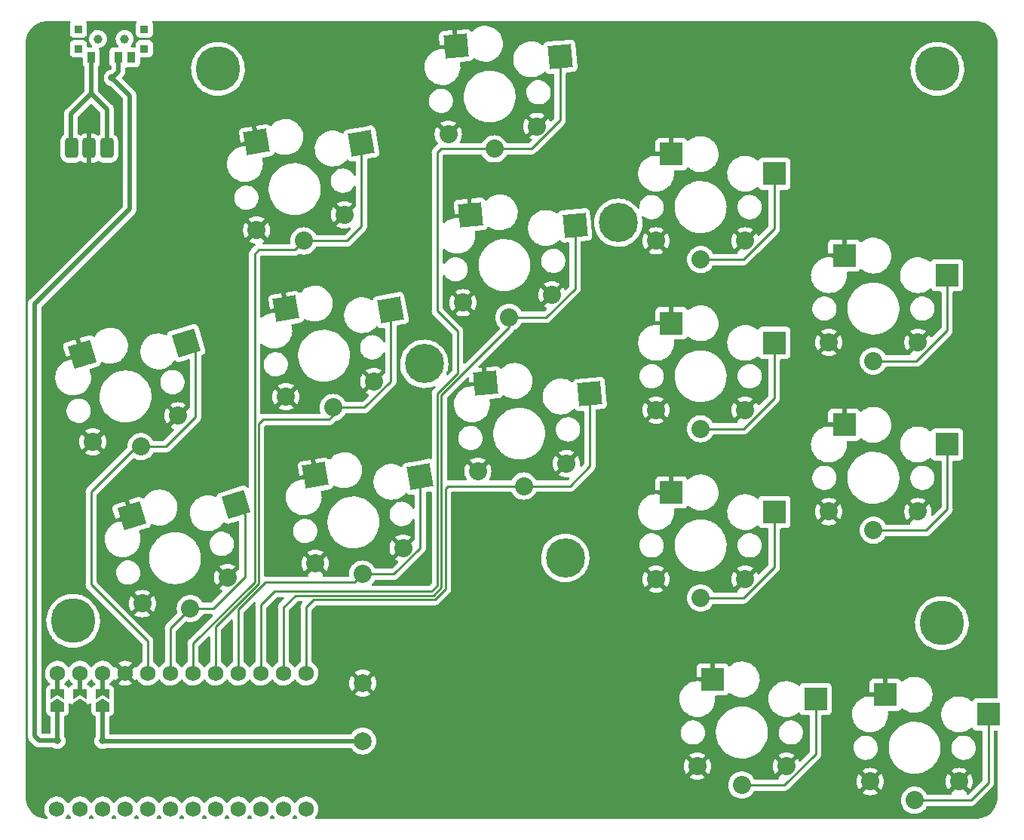
<source format=gbr>
%TF.GenerationSoftware,KiCad,Pcbnew,(6.0.4-0)*%
%TF.CreationDate,2022-07-26T17:28:23+02:00*%
%TF.ProjectId,wizza,77697a7a-612e-46b6-9963-61645f706362,v1.0.0*%
%TF.SameCoordinates,Original*%
%TF.FileFunction,Copper,L2,Bot*%
%TF.FilePolarity,Positive*%
%FSLAX46Y46*%
G04 Gerber Fmt 4.6, Leading zero omitted, Abs format (unit mm)*
G04 Created by KiCad (PCBNEW (6.0.4-0)) date 2022-07-26 17:28:23*
%MOMM*%
%LPD*%
G01*
G04 APERTURE LIST*
G04 Aperture macros list*
%AMRoundRect*
0 Rectangle with rounded corners*
0 $1 Rounding radius*
0 $2 $3 $4 $5 $6 $7 $8 $9 X,Y pos of 4 corners*
0 Add a 4 corners polygon primitive as box body*
4,1,4,$2,$3,$4,$5,$6,$7,$8,$9,$2,$3,0*
0 Add four circle primitives for the rounded corners*
1,1,$1+$1,$2,$3*
1,1,$1+$1,$4,$5*
1,1,$1+$1,$6,$7*
1,1,$1+$1,$8,$9*
0 Add four rect primitives between the rounded corners*
20,1,$1+$1,$2,$3,$4,$5,0*
20,1,$1+$1,$4,$5,$6,$7,0*
20,1,$1+$1,$6,$7,$8,$9,0*
20,1,$1+$1,$8,$9,$2,$3,0*%
%AMRotRect*
0 Rectangle, with rotation*
0 The origin of the aperture is its center*
0 $1 length*
0 $2 width*
0 $3 Rotation angle, in degrees counterclockwise*
0 Add horizontal line*
21,1,$1,$2,0,0,$3*%
%AMFreePoly0*
4,1,6,0.150000,0.000000,0.650000,-0.750000,-0.500000,-0.750000,-0.500000,0.750000,0.650000,0.750000,0.150000,0.000000,0.150000,0.000000,$1*%
%AMFreePoly1*
4,1,6,0.500000,-0.750000,-0.500000,-0.750000,-1.000000,0.000000,-0.500000,0.750000,0.500000,0.750000,0.500000,-0.750000,0.500000,-0.750000,$1*%
G04 Aperture macros list end*
%TA.AperFunction,SMDPad,CuDef*%
%ADD10R,0.900000X0.900000*%
%TD*%
%TA.AperFunction,WasherPad*%
%ADD11C,1.000000*%
%TD*%
%TA.AperFunction,SMDPad,CuDef*%
%ADD12R,0.900000X1.250000*%
%TD*%
%TA.AperFunction,ComponentPad*%
%ADD13RoundRect,0.375000X-0.375000X-0.750000X0.375000X-0.750000X0.375000X0.750000X-0.375000X0.750000X0*%
%TD*%
%TA.AperFunction,ComponentPad*%
%ADD14C,2.000000*%
%TD*%
%TA.AperFunction,ComponentPad*%
%ADD15C,5.000000*%
%TD*%
%TA.AperFunction,ComponentPad*%
%ADD16C,2.032000*%
%TD*%
%TA.AperFunction,SMDPad,CuDef*%
%ADD17RotRect,2.600000X2.600000X5.000000*%
%TD*%
%TA.AperFunction,SMDPad,CuDef*%
%ADD18RotRect,2.600000X2.600000X10.000000*%
%TD*%
%TA.AperFunction,SMDPad,CuDef*%
%ADD19R,0.500000X1.524000*%
%TD*%
%TA.AperFunction,ComponentPad*%
%ADD20C,1.752600*%
%TD*%
%TA.AperFunction,SMDPad,CuDef*%
%ADD21FreePoly0,270.000000*%
%TD*%
%TA.AperFunction,SMDPad,CuDef*%
%ADD22FreePoly1,270.000000*%
%TD*%
%TA.AperFunction,ComponentPad*%
%ADD23C,4.400000*%
%TD*%
%TA.AperFunction,SMDPad,CuDef*%
%ADD24RotRect,2.600000X2.600000X17.000000*%
%TD*%
%TA.AperFunction,SMDPad,CuDef*%
%ADD25R,2.600000X2.600000*%
%TD*%
%TA.AperFunction,ViaPad*%
%ADD26C,0.800000*%
%TD*%
%TA.AperFunction,Conductor*%
%ADD27C,0.250000*%
%TD*%
%TA.AperFunction,Conductor*%
%ADD28C,0.500000*%
%TD*%
%TA.AperFunction,Conductor*%
%ADD29C,0.550000*%
%TD*%
G04 APERTURE END LIST*
D10*
%TO.P,T2,*%
%TO.N,*%
X208650615Y-58006416D03*
X201250615Y-58006416D03*
X208650615Y-60206416D03*
X201250615Y-60206416D03*
D11*
X203450615Y-59106416D03*
X206450615Y-59106416D03*
D12*
%TO.P,T2,1*%
%TO.N,b+*%
X202700615Y-61181416D03*
%TO.P,T2,2*%
%TO.N,RAW*%
X205700615Y-61181416D03*
%TO.P,T2,3*%
%TO.N,N/C*%
X207200615Y-61181416D03*
%TD*%
D13*
%TO.P,PAD1,1*%
%TO.N,b+*%
X204470000Y-71374000D03*
%TO.P,PAD1,2*%
%TO.N,GND*%
X202470000Y-71374000D03*
%TO.P,PAD1,3*%
%TO.N,b+*%
X200470000Y-71374000D03*
%TD*%
D14*
%TO.P,B1,1*%
%TO.N,RST*%
X233172000Y-137954000D03*
%TO.P,B1,2*%
%TO.N,GND*%
X233172000Y-131454000D03*
%TD*%
D15*
%TO.P,,1,1*%
%TO.N,N/C*%
X216916000Y-62484000D03*
%TD*%
%TO.P,,1,1*%
%TO.N,N/C*%
X298196000Y-124714000D03*
%TD*%
%TO.P,,1,1*%
%TO.N,N/C*%
X297688000Y-62484000D03*
%TD*%
%TO.P,,1,1*%
%TO.N,N/C*%
X200660000Y-124460000D03*
%TD*%
D16*
%TO.P,S7,1*%
%TO.N,GND*%
X254402988Y-87855477D03*
D17*
X245309708Y-78863793D03*
D16*
X244441041Y-88727035D03*
D17*
%TO.P,S7,2*%
%TO.N,matrix_middle_home*%
X257007500Y-80048773D03*
D16*
X249605042Y-90383265D03*
%TD*%
D17*
%TO.P,S8,1*%
%TO.N,GND*%
X243653749Y-59936094D03*
D16*
X242785082Y-69799336D03*
X252747029Y-68927778D03*
%TO.P,S8,2*%
%TO.N,matrix_middle_top*%
X247949083Y-71455566D03*
D17*
X255351541Y-61121074D03*
%TD*%
D18*
%TO.P,S4,1*%
%TO.N,GND*%
X224567967Y-89397588D03*
D16*
X234410322Y-97562525D03*
X224562244Y-99299007D03*
%TO.P,S4,2*%
%TO.N,matrix_ring_home*%
X229850944Y-100498862D03*
D18*
X236324524Y-89558529D03*
%TD*%
D19*
%TO.P,MCU1,*%
%TO.N,*%
X203962000Y-131717523D03*
D20*
X198798254Y-145574000D03*
X198882000Y-130334000D03*
D19*
X201422000Y-131717523D03*
D20*
X201422000Y-145574000D03*
X203962000Y-130334000D03*
X201422000Y-130334000D03*
D21*
X198882000Y-132667523D03*
X201422000Y-132667523D03*
D19*
X198882000Y-131717523D03*
D20*
X203962000Y-145574000D03*
D21*
X203962000Y-132667523D03*
D22*
%TO.P,MCU1,1*%
%TO.N,RAW*%
X198882000Y-134117523D03*
%TO.P,MCU1,2*%
%TO.N,GND*%
X201422000Y-134117523D03*
%TO.P,MCU1,3*%
%TO.N,RST*%
X203962000Y-134117523D03*
D20*
%TO.P,MCU1,4*%
%TO.N,VCC*%
X206502000Y-145574000D03*
%TO.P,MCU1,5*%
%TO.N,N/C*%
X209042000Y-145574000D03*
%TO.P,MCU1,6*%
%TO.N,matrix_index_top*%
X211582000Y-145574000D03*
%TO.P,MCU1,7*%
%TO.N,matrix_index_home*%
X214122000Y-145574000D03*
%TO.P,MCU1,8*%
%TO.N,matrix_index_bottom*%
X216662000Y-145574000D03*
%TO.P,MCU1,9*%
%TO.N,matrix_inner_home*%
X219202000Y-145574000D03*
%TO.P,MCU1,10*%
%TO.N,matrix_inner_bottom*%
X221742000Y-145574000D03*
%TO.P,MCU1,11*%
%TO.N,thumb_tucky*%
X224282000Y-145574000D03*
%TO.P,MCU1,12*%
%TO.N,thumb_reachy*%
X226822000Y-145574000D03*
%TO.P,MCU1,16*%
%TO.N,GND*%
X206502000Y-130334000D03*
%TO.P,MCU1,17*%
%TO.N,matrix_pinky_top*%
X209042000Y-130334000D03*
%TO.P,MCU1,18*%
%TO.N,matrix_pinky_home*%
X211582000Y-130334000D03*
%TO.P,MCU1,19*%
%TO.N,matrix_ring_top*%
X214122000Y-130334000D03*
%TO.P,MCU1,20*%
%TO.N,matrix_ring_home*%
X216662000Y-130334000D03*
%TO.P,MCU1,21*%
%TO.N,matrix_ring_bottom*%
X219202000Y-130334000D03*
%TO.P,MCU1,22*%
%TO.N,matrix_middle_top*%
X221742000Y-130334000D03*
%TO.P,MCU1,23*%
%TO.N,matrix_middle_home*%
X224282000Y-130334000D03*
%TO.P,MCU1,24*%
%TO.N,matrix_middle_bottom*%
X226822000Y-130334000D03*
%TD*%
D23*
%TO.P,,1*%
%TO.N,N/C*%
X255913847Y-117386926D03*
X261874000Y-79756000D03*
X240078461Y-95591387D03*
%TD*%
D16*
%TO.P,S1,1*%
%TO.N,GND*%
X217990275Y-119591386D03*
D24*
X207226228Y-112686791D03*
D16*
X208427227Y-122515103D03*
%TO.P,S1,2*%
%TO.N,matrix_pinky_home*%
X213822732Y-123061484D03*
D24*
X218914767Y-111413769D03*
%TD*%
D16*
%TO.P,S9,1*%
%TO.N,GND*%
X266115600Y-119786366D03*
X276115600Y-119786366D03*
D25*
X267840599Y-110036366D03*
%TO.P,S9,2*%
%TO.N,matrix_index_bottom*%
X279390600Y-112236367D03*
D16*
X271115600Y-121886366D03*
%TD*%
%TO.P,S12,1*%
%TO.N,GND*%
X295515600Y-112186366D03*
X285515600Y-112186366D03*
D25*
X287240599Y-102436366D03*
%TO.P,S12,2*%
%TO.N,matrix_inner_bottom*%
X298790600Y-104636367D03*
D16*
X290515600Y-114286366D03*
%TD*%
D25*
%TO.P,S14,1*%
%TO.N,GND*%
X272465599Y-131036366D03*
D16*
X280740600Y-140786366D03*
X270740600Y-140786366D03*
D25*
%TO.P,S14,2*%
%TO.N,thumb_tucky*%
X284015600Y-133236367D03*
D16*
X275740600Y-142886366D03*
%TD*%
D18*
%TO.P,S3,1*%
%TO.N,GND*%
X227867283Y-108108935D03*
D16*
X227861560Y-118010354D03*
X237709638Y-116273872D03*
%TO.P,S3,2*%
%TO.N,matrix_ring_bottom*%
X233150260Y-119210209D03*
D18*
X239623840Y-108269876D03*
%TD*%
D17*
%TO.P,S6,1*%
%TO.N,GND*%
X246965668Y-97791492D03*
D16*
X256058948Y-106783176D03*
X246097001Y-107654734D03*
D17*
%TO.P,S6,2*%
%TO.N,matrix_middle_bottom*%
X258663460Y-98976472D03*
D16*
X251261002Y-109310964D03*
%TD*%
%TO.P,S15,1*%
%TO.N,GND*%
X300140600Y-142496366D03*
X290140600Y-142496366D03*
D25*
X291865599Y-132746366D03*
D16*
%TO.P,S15,2*%
%TO.N,thumb_reachy*%
X295140600Y-144596366D03*
D25*
X303415600Y-134946367D03*
%TD*%
D16*
%TO.P,S11,1*%
%TO.N,GND*%
X276115600Y-81786366D03*
X266115600Y-81786366D03*
D25*
X267840599Y-72036366D03*
%TO.P,S11,2*%
%TO.N,matrix_index_top*%
X279390600Y-74236367D03*
D16*
X271115600Y-83886366D03*
%TD*%
%TO.P,S2,1*%
%TO.N,GND*%
X202872164Y-104345312D03*
D24*
X201671165Y-94517000D03*
D16*
X212435212Y-101421595D03*
D24*
%TO.P,S2,2*%
%TO.N,matrix_pinky_top*%
X213359704Y-93243978D03*
D16*
X208267669Y-104891693D03*
%TD*%
%TO.P,S13,1*%
%TO.N,GND*%
X295515600Y-93186366D03*
X285515600Y-93186366D03*
D25*
X287240599Y-83436366D03*
D16*
%TO.P,S13,2*%
%TO.N,matrix_inner_home*%
X290515600Y-95286366D03*
D25*
X298790600Y-85636367D03*
%TD*%
D18*
%TO.P,S5,1*%
%TO.N,GND*%
X221268652Y-70686241D03*
D16*
X231111007Y-78851178D03*
X221262929Y-80587660D03*
D18*
%TO.P,S5,2*%
%TO.N,matrix_ring_top*%
X233025209Y-70847182D03*
D16*
X226551629Y-81787515D03*
%TD*%
%TO.P,S10,1*%
%TO.N,GND*%
X276115600Y-100786366D03*
D25*
X267840599Y-91036366D03*
D16*
X266115600Y-100786366D03*
%TO.P,S10,2*%
%TO.N,matrix_index_home*%
X271115600Y-102886366D03*
D25*
X279390600Y-93236367D03*
%TD*%
D26*
%TO.N,RAW*%
X205002642Y-63493715D03*
%TO.N,GND*%
X201422000Y-137922000D03*
%TO.N,RAW*%
X198882000Y-137922000D03*
%TO.N,RST*%
X203962000Y-137922000D03*
%TD*%
D27*
%TO.N,matrix_pinky_top*%
X209042000Y-130334000D02*
X209042000Y-126746000D01*
X209042000Y-126746000D02*
X202692000Y-120396000D01*
X202692000Y-120396000D02*
X202692000Y-109982000D01*
X202692000Y-109982000D02*
X207782307Y-104891693D01*
X207782307Y-104891693D02*
X208267669Y-104891693D01*
%TO.N,matrix_middle_bottom*%
X226822000Y-130334000D02*
X226822000Y-122936000D01*
X226822000Y-122936000D02*
X227700960Y-122057040D01*
X227700960Y-122057040D02*
X241290677Y-122057040D01*
X241290677Y-122057040D02*
X242453040Y-120894677D01*
X242453040Y-120894677D02*
X242453040Y-109590960D01*
X242453040Y-109590960D02*
X242733036Y-109310964D01*
X242733036Y-109310964D02*
X251261002Y-109310964D01*
%TO.N,matrix_middle_home*%
X224282000Y-130334000D02*
X224282000Y-122936000D01*
X242003520Y-120708479D02*
X242003520Y-99118480D01*
X225610480Y-121607520D02*
X241104480Y-121607520D01*
X241104480Y-121607520D02*
X242003520Y-120708479D01*
X224282000Y-122936000D02*
X225610480Y-121607520D01*
X242003520Y-99118480D02*
X249605042Y-91516958D01*
X249605042Y-91516958D02*
X249605042Y-90383265D01*
%TO.N,matrix_middle_top*%
X221742000Y-130334000D02*
X221742000Y-122682000D01*
X221742000Y-122682000D02*
X223266000Y-121158000D01*
X223266000Y-121158000D02*
X240918282Y-121158000D01*
X240918282Y-121158000D02*
X241554000Y-120522282D01*
X241554000Y-120522282D02*
X241554000Y-98932282D01*
X241554000Y-98932282D02*
X243840000Y-96646282D01*
X243840000Y-96646282D02*
X243840000Y-91948000D01*
X243840000Y-91948000D02*
X241554000Y-89662000D01*
X241554000Y-89662000D02*
X241554000Y-71882000D01*
X241554000Y-71882000D02*
X241980434Y-71455566D01*
X241980434Y-71455566D02*
X247949083Y-71455566D01*
%TO.N,matrix_ring_bottom*%
X219202000Y-130334000D02*
X219202000Y-123191436D01*
X219202000Y-123191436D02*
X222251436Y-120142000D01*
X222251436Y-120142000D02*
X232218469Y-120142000D01*
X232218469Y-120142000D02*
X233150260Y-119210209D01*
%TO.N,matrix_ring_home*%
X216662000Y-130334000D02*
X216662000Y-125095718D01*
X216662000Y-125095718D02*
X221488000Y-120269718D01*
X221488000Y-120269718D02*
X221488000Y-102362000D01*
X221488000Y-102362000D02*
X221996000Y-101854000D01*
X221996000Y-101854000D02*
X229362000Y-101854000D01*
X229362000Y-101854000D02*
X229850944Y-101365056D01*
X229850944Y-101365056D02*
X229850944Y-100498862D01*
%TO.N,matrix_ring_top*%
X214122000Y-130334000D02*
X214122000Y-127000000D01*
X221038480Y-120083520D02*
X221038480Y-83253520D01*
X214122000Y-127000000D02*
X221038480Y-120083520D01*
X221038480Y-83253520D02*
X221488000Y-82804000D01*
X221488000Y-82804000D02*
X225535144Y-82804000D01*
X225535144Y-82804000D02*
X226551629Y-81787515D01*
%TO.N,matrix_pinky_home*%
X211582000Y-130334000D02*
X211582000Y-125302216D01*
X211582000Y-125302216D02*
X213822732Y-123061484D01*
D28*
%TO.N,RAW*%
X198882000Y-137922000D02*
X196850000Y-137922000D01*
X196342000Y-137414000D02*
X196342000Y-88900000D01*
X196850000Y-137922000D02*
X196342000Y-137414000D01*
X196342000Y-88900000D02*
X207010000Y-78232000D01*
X207010000Y-78232000D02*
X207010000Y-65501073D01*
X207010000Y-65501073D02*
X205002642Y-63493715D01*
%TO.N,RST*%
X203962000Y-137954000D02*
X233172000Y-137954000D01*
%TO.N,b+*%
X204470000Y-67038770D02*
X204470000Y-71374000D01*
X200406000Y-67564000D02*
X200406000Y-71310000D01*
X202700615Y-65269385D02*
X204470000Y-67038770D01*
X202700615Y-61181416D02*
X202700615Y-65269385D01*
X202700615Y-65269385D02*
X200406000Y-67564000D01*
X200406000Y-71310000D02*
X200470000Y-71374000D01*
%TO.N,RAW*%
X205752000Y-61130000D02*
X205752000Y-62744326D01*
X205752000Y-62744326D02*
X205054027Y-63442299D01*
%TO.N,GND*%
X201422000Y-134117523D02*
X201422000Y-137954000D01*
D27*
%TO.N,matrix_pinky_home*%
X216415947Y-123061484D02*
X213822732Y-123061484D01*
X219955869Y-112454871D02*
X219955869Y-119521562D01*
X219955869Y-119521562D02*
X216415947Y-123061484D01*
X218914767Y-111413769D02*
X219955869Y-112454871D01*
%TO.N,matrix_ring_bottom*%
X236669071Y-119210209D02*
X233150260Y-119210209D01*
X239623840Y-116255440D02*
X236669071Y-119210209D01*
X239623840Y-108269876D02*
X239623840Y-116255440D01*
%TO.N,matrix_ring_home*%
X233369755Y-100498862D02*
X229850944Y-100498862D01*
X236324524Y-89558529D02*
X236324524Y-97544093D01*
X236324524Y-97544093D02*
X233369755Y-100498862D01*
%TO.N,matrix_ring_top*%
X231394485Y-81787515D02*
X226551629Y-81787515D01*
X233025209Y-80156791D02*
X231394485Y-81787515D01*
X233025209Y-70847182D02*
X233025209Y-80156791D01*
%TO.N,matrix_middle_bottom*%
X258663460Y-107096540D02*
X256449036Y-109310964D01*
X258663460Y-98976472D02*
X258663460Y-107096540D01*
X256449036Y-109310964D02*
X251261002Y-109310964D01*
%TO.N,matrix_middle_home*%
X253770970Y-90383265D02*
X249605042Y-90383265D01*
X257007500Y-87146735D02*
X253770970Y-90383265D01*
X257007500Y-80048773D02*
X257007500Y-87146735D01*
%TO.N,matrix_middle_top*%
X255351541Y-61121074D02*
X255351541Y-68219036D01*
X252115011Y-71455566D02*
X247949083Y-71455566D01*
X255351541Y-68219036D02*
X252115011Y-71455566D01*
%TO.N,matrix_index_bottom*%
X275911370Y-121886366D02*
X271115600Y-121886366D01*
X279390600Y-118407136D02*
X275911370Y-121886366D01*
X279390600Y-112236367D02*
X279390600Y-118407136D01*
%TO.N,matrix_index_home*%
X275911370Y-102886366D02*
X271115600Y-102886366D01*
X279390600Y-99407136D02*
X275911370Y-102886366D01*
X279390600Y-93236367D02*
X279390600Y-99407136D01*
%TO.N,matrix_index_top*%
X275911370Y-83886366D02*
X271115600Y-83886366D01*
X279390600Y-74236367D02*
X279390600Y-80407136D01*
X279390600Y-80407136D02*
X275911370Y-83886366D01*
%TO.N,matrix_inner_bottom*%
X296431634Y-114286366D02*
X290515600Y-114286366D01*
X298790600Y-111927400D02*
X296431634Y-114286366D01*
X298790600Y-104636367D02*
X298790600Y-111927400D01*
%TO.N,matrix_inner_home*%
X298790600Y-85636367D02*
X298790600Y-91807136D01*
X298790600Y-91807136D02*
X295311370Y-95286366D01*
X295311370Y-95286366D02*
X290515600Y-95286366D01*
%TO.N,thumb_tucky*%
X284015600Y-133236367D02*
X284015600Y-139407136D01*
X280536370Y-142886366D02*
X275740600Y-142886366D01*
X284015600Y-139407136D02*
X280536370Y-142886366D01*
%TO.N,thumb_reachy*%
X303415600Y-134946367D02*
X303415600Y-142640400D01*
X303415600Y-142640400D02*
X301459634Y-144596366D01*
X301459634Y-144596366D02*
X295140600Y-144596366D01*
D29*
%TO.N,RAW*%
X198882000Y-134117523D02*
X198882000Y-137954000D01*
D28*
%TO.N,RST*%
X203962000Y-134117523D02*
X203962000Y-137954000D01*
D27*
%TO.N,matrix_pinky_top*%
X214400806Y-94285080D02*
X214400806Y-101575194D01*
X213359704Y-93243978D02*
X214400806Y-94285080D01*
X214400806Y-101575194D02*
X211084307Y-104891693D01*
X211084307Y-104891693D02*
X208267669Y-104891693D01*
%TD*%
%TA.AperFunction,Conductor*%
%TO.N,GND*%
G36*
X200330953Y-57109924D02*
G01*
X200377446Y-57163580D01*
X200387550Y-57233854D01*
X200363660Y-57291484D01*
X200350000Y-57309711D01*
X200298870Y-57446100D01*
X200292115Y-57508282D01*
X200292115Y-58504550D01*
X200298870Y-58566732D01*
X200350000Y-58703121D01*
X200437354Y-58819677D01*
X200553910Y-58907031D01*
X200690299Y-58958161D01*
X200752481Y-58964916D01*
X201748749Y-58964916D01*
X201810931Y-58958161D01*
X201947320Y-58907031D01*
X202063876Y-58819677D01*
X202151230Y-58703121D01*
X202202360Y-58566732D01*
X202209115Y-58504550D01*
X202209115Y-57508282D01*
X202202360Y-57446100D01*
X202151230Y-57309711D01*
X202137570Y-57291485D01*
X202112724Y-57224980D01*
X202127777Y-57155598D01*
X202177952Y-57105368D01*
X202238398Y-57089922D01*
X207662832Y-57089922D01*
X207730953Y-57109924D01*
X207777446Y-57163580D01*
X207787550Y-57233854D01*
X207763660Y-57291484D01*
X207750000Y-57309711D01*
X207698870Y-57446100D01*
X207692115Y-57508282D01*
X207692115Y-58504550D01*
X207698870Y-58566732D01*
X207750000Y-58703121D01*
X207837354Y-58819677D01*
X207953910Y-58907031D01*
X208090299Y-58958161D01*
X208152481Y-58964916D01*
X209148749Y-58964916D01*
X209210931Y-58958161D01*
X209347320Y-58907031D01*
X209463876Y-58819677D01*
X209518119Y-58747301D01*
X241735206Y-58747301D01*
X241735432Y-58754103D01*
X241828913Y-59822590D01*
X241834700Y-59837383D01*
X241836191Y-59838463D01*
X241843986Y-59839457D01*
X243360530Y-59706777D01*
X243375323Y-59700990D01*
X243376403Y-59699499D01*
X243377397Y-59691704D01*
X243244717Y-58175160D01*
X243238930Y-58160367D01*
X243237439Y-58159287D01*
X243229644Y-58158293D01*
X242156608Y-58252172D01*
X242149867Y-58253132D01*
X242099671Y-58263069D01*
X242084788Y-58268013D01*
X241968732Y-58323494D01*
X241953949Y-58333353D01*
X241858924Y-58418463D01*
X241847506Y-58432071D01*
X241780192Y-58540428D01*
X241773047Y-58556704D01*
X241738561Y-58680636D01*
X241736279Y-58696138D01*
X241735206Y-58747301D01*
X209518119Y-58747301D01*
X209551230Y-58703121D01*
X209602360Y-58566732D01*
X209609115Y-58504550D01*
X209609115Y-57508282D01*
X209602360Y-57446100D01*
X209551230Y-57309711D01*
X209537570Y-57291485D01*
X209512724Y-57224980D01*
X209527777Y-57155598D01*
X209577952Y-57105368D01*
X209638398Y-57089922D01*
X301941234Y-57089922D01*
X301960619Y-57091422D01*
X301975452Y-57093732D01*
X301975456Y-57093732D01*
X301984325Y-57095113D01*
X302001524Y-57092864D01*
X302025464Y-57092031D01*
X302283310Y-57107628D01*
X302298414Y-57109462D01*
X302579355Y-57160947D01*
X302594128Y-57164588D01*
X302866824Y-57249563D01*
X302881040Y-57254955D01*
X303002702Y-57309711D01*
X303141505Y-57372182D01*
X303154977Y-57379253D01*
X303368417Y-57508282D01*
X303399403Y-57527014D01*
X303411923Y-57535656D01*
X303636746Y-57711795D01*
X303636763Y-57711808D01*
X303648152Y-57721898D01*
X303850114Y-57923861D01*
X303860203Y-57935250D01*
X304036353Y-58160091D01*
X304044996Y-58172611D01*
X304062965Y-58202337D01*
X304192757Y-58417042D01*
X304199824Y-58430506D01*
X304317055Y-58690986D01*
X304322443Y-58705194D01*
X304328972Y-58726147D01*
X304407417Y-58977891D01*
X304411058Y-58992665D01*
X304462540Y-59273604D01*
X304464374Y-59288706D01*
X304478646Y-59524663D01*
X304479539Y-59539429D01*
X304478298Y-59565795D01*
X304478292Y-59566266D01*
X304476910Y-59575142D01*
X304478074Y-59584045D01*
X304478074Y-59584052D01*
X304481037Y-59606712D01*
X304482101Y-59623048D01*
X304482101Y-133011867D01*
X304462099Y-133079988D01*
X304408443Y-133126481D01*
X304356101Y-133137867D01*
X302067466Y-133137867D01*
X302005284Y-133144622D01*
X301868895Y-133195752D01*
X301752339Y-133283106D01*
X301664985Y-133399662D01*
X301662551Y-133406154D01*
X301613021Y-133455572D01*
X301543630Y-133470586D01*
X301471769Y-133441439D01*
X301327420Y-133320316D01*
X301324050Y-133317488D01*
X301085836Y-133168636D01*
X300829225Y-133054385D01*
X300559210Y-132976960D01*
X300554860Y-132976349D01*
X300554857Y-132976348D01*
X300415934Y-132956824D01*
X300281048Y-132937867D01*
X300070454Y-132937867D01*
X300068268Y-132938020D01*
X300068264Y-132938020D01*
X299864773Y-132952249D01*
X299864768Y-132952250D01*
X299860388Y-132952556D01*
X299585630Y-133010958D01*
X299581501Y-133012461D01*
X299581497Y-133012462D01*
X299325819Y-133105521D01*
X299325815Y-133105523D01*
X299321674Y-133107030D01*
X299073658Y-133238903D01*
X299070099Y-133241489D01*
X299070097Y-133241490D01*
X298862282Y-133392476D01*
X298846408Y-133404009D01*
X298843244Y-133407065D01*
X298843241Y-133407067D01*
X298807648Y-133441439D01*
X298644348Y-133599136D01*
X298531501Y-133743574D01*
X298480094Y-133809373D01*
X298471412Y-133820485D01*
X298469216Y-133824289D01*
X298469211Y-133824296D01*
X298439526Y-133875713D01*
X298330964Y-134063748D01*
X298225738Y-134324191D01*
X298224673Y-134328464D01*
X298224672Y-134328466D01*
X298158938Y-134592112D01*
X298157783Y-134596743D01*
X298157324Y-134601111D01*
X298157323Y-134601116D01*
X298128881Y-134871731D01*
X298128422Y-134876100D01*
X298128575Y-134880488D01*
X298128575Y-134880494D01*
X298137777Y-135143986D01*
X298138225Y-135156825D01*
X298138987Y-135161148D01*
X298138988Y-135161155D01*
X298162736Y-135295833D01*
X298187002Y-135433454D01*
X298273803Y-135700602D01*
X298275731Y-135704555D01*
X298275733Y-135704560D01*
X298329047Y-135813868D01*
X298396940Y-135953069D01*
X298399395Y-135956708D01*
X298399398Y-135956714D01*
X298434176Y-136008274D01*
X298554015Y-136185943D01*
X298741971Y-136394689D01*
X298957150Y-136575246D01*
X299195364Y-136724098D01*
X299451975Y-136838349D01*
X299586983Y-136877062D01*
X299600101Y-136880823D01*
X299721990Y-136915774D01*
X299726340Y-136916385D01*
X299726343Y-136916386D01*
X299804920Y-136927429D01*
X300000152Y-136954867D01*
X300210746Y-136954867D01*
X300212932Y-136954714D01*
X300212936Y-136954714D01*
X300416427Y-136940485D01*
X300416432Y-136940484D01*
X300420812Y-136940178D01*
X300695570Y-136881776D01*
X300699699Y-136880273D01*
X300699703Y-136880272D01*
X300955381Y-136787213D01*
X300955385Y-136787211D01*
X300959526Y-136785704D01*
X301207542Y-136653831D01*
X301270147Y-136608346D01*
X301431229Y-136491314D01*
X301431232Y-136491311D01*
X301434792Y-136488725D01*
X301466003Y-136458585D01*
X301528897Y-136425653D01*
X301599613Y-136431952D01*
X301655699Y-136475483D01*
X301662329Y-136485988D01*
X301664985Y-136493072D01*
X301752339Y-136609628D01*
X301868895Y-136696982D01*
X302005284Y-136748112D01*
X302067466Y-136754867D01*
X302656100Y-136754867D01*
X302724221Y-136774869D01*
X302770714Y-136828525D01*
X302782100Y-136880867D01*
X302782100Y-142325806D01*
X302762098Y-142393927D01*
X302745195Y-142414901D01*
X301234134Y-143925961D01*
X301171822Y-143959987D01*
X301145039Y-143962866D01*
X301102522Y-143962866D01*
X301034401Y-143942864D01*
X300987908Y-143889208D01*
X300977804Y-143818934D01*
X301009086Y-143752334D01*
X301020143Y-143740113D01*
X301016359Y-143731335D01*
X300153412Y-142868388D01*
X300139468Y-142860774D01*
X300137635Y-142860905D01*
X300131020Y-142865156D01*
X299267884Y-143728292D01*
X299261124Y-143740672D01*
X299276609Y-143761357D01*
X299301420Y-143827877D01*
X299286329Y-143897251D01*
X299236127Y-143947453D01*
X299175741Y-143962866D01*
X296610870Y-143962866D01*
X296542749Y-143942864D01*
X296504891Y-143901044D01*
X296503140Y-143902117D01*
X296428913Y-143780990D01*
X296377760Y-143697517D01*
X296221918Y-143515048D01*
X296102919Y-143413414D01*
X296043217Y-143362424D01*
X296043216Y-143362423D01*
X296039449Y-143359206D01*
X295834849Y-143233826D01*
X295830279Y-143231933D01*
X295830277Y-143231932D01*
X295617726Y-143143891D01*
X295617724Y-143143890D01*
X295613153Y-143141997D01*
X295524253Y-143120654D01*
X295384635Y-143087134D01*
X295384629Y-143087133D01*
X295379822Y-143085979D01*
X295140600Y-143067152D01*
X294901378Y-143085979D01*
X294896571Y-143087133D01*
X294896565Y-143087134D01*
X294756947Y-143120654D01*
X294668047Y-143141997D01*
X294663476Y-143143890D01*
X294663474Y-143143891D01*
X294450923Y-143231932D01*
X294450921Y-143231933D01*
X294446351Y-143233826D01*
X294241751Y-143359206D01*
X294237984Y-143362423D01*
X294237983Y-143362424D01*
X294178281Y-143413414D01*
X294059282Y-143515048D01*
X293903440Y-143697517D01*
X293778060Y-143902117D01*
X293776167Y-143906687D01*
X293776166Y-143906689D01*
X293735402Y-144005103D01*
X293686231Y-144123813D01*
X293685076Y-144128625D01*
X293631368Y-144352331D01*
X293631367Y-144352337D01*
X293630213Y-144357144D01*
X293611386Y-144596366D01*
X293630213Y-144835588D01*
X293631367Y-144840395D01*
X293631368Y-144840401D01*
X293656179Y-144943745D01*
X293686231Y-145068919D01*
X293688124Y-145073490D01*
X293688125Y-145073492D01*
X293753129Y-145230425D01*
X293778060Y-145290615D01*
X293903440Y-145495215D01*
X294059282Y-145677684D01*
X294063044Y-145680897D01*
X294164312Y-145767387D01*
X294241751Y-145833526D01*
X294446351Y-145958906D01*
X294450921Y-145960799D01*
X294450923Y-145960800D01*
X294531853Y-145994322D01*
X294668047Y-146050735D01*
X294749637Y-146070323D01*
X294896565Y-146105598D01*
X294896571Y-146105599D01*
X294901378Y-146106753D01*
X295140600Y-146125580D01*
X295379822Y-146106753D01*
X295384629Y-146105599D01*
X295384635Y-146105598D01*
X295531563Y-146070323D01*
X295613153Y-146050735D01*
X295749347Y-145994322D01*
X295830277Y-145960800D01*
X295830279Y-145960799D01*
X295834849Y-145958906D01*
X296039449Y-145833526D01*
X296116889Y-145767387D01*
X296218156Y-145680897D01*
X296221918Y-145677684D01*
X296377760Y-145495215D01*
X296503140Y-145290615D01*
X296505068Y-145291796D01*
X296547416Y-145247010D01*
X296610870Y-145229866D01*
X301380867Y-145229866D01*
X301392050Y-145230393D01*
X301399543Y-145232068D01*
X301407469Y-145231819D01*
X301407470Y-145231819D01*
X301467620Y-145229928D01*
X301471579Y-145229866D01*
X301499490Y-145229866D01*
X301503425Y-145229369D01*
X301503490Y-145229361D01*
X301515327Y-145228428D01*
X301547585Y-145227414D01*
X301551604Y-145227288D01*
X301559523Y-145227039D01*
X301578977Y-145221387D01*
X301598334Y-145217379D01*
X301610564Y-145215834D01*
X301610565Y-145215834D01*
X301618431Y-145214840D01*
X301625802Y-145211921D01*
X301625804Y-145211921D01*
X301659546Y-145198562D01*
X301670776Y-145194717D01*
X301705617Y-145184595D01*
X301705618Y-145184595D01*
X301713227Y-145182384D01*
X301720046Y-145178351D01*
X301720051Y-145178349D01*
X301730662Y-145172073D01*
X301748410Y-145163378D01*
X301767251Y-145155918D01*
X301803021Y-145129930D01*
X301812941Y-145123414D01*
X301844169Y-145104946D01*
X301844172Y-145104944D01*
X301850996Y-145100908D01*
X301865317Y-145086587D01*
X301880351Y-145073746D01*
X301890328Y-145066497D01*
X301896741Y-145061838D01*
X301924932Y-145027761D01*
X301932922Y-145018982D01*
X303807847Y-143144057D01*
X303816137Y-143136513D01*
X303822618Y-143132400D01*
X303869259Y-143082732D01*
X303872013Y-143079891D01*
X303891735Y-143060169D01*
X303894212Y-143056976D01*
X303901917Y-143047955D01*
X303926759Y-143021500D01*
X303932186Y-143015721D01*
X303936007Y-143008771D01*
X303941946Y-142997968D01*
X303952802Y-142981441D01*
X303960357Y-142971702D01*
X303960358Y-142971700D01*
X303965214Y-142965440D01*
X303982774Y-142924860D01*
X303987991Y-142914212D01*
X304005475Y-142882409D01*
X304005476Y-142882407D01*
X304009295Y-142875460D01*
X304014333Y-142855837D01*
X304020737Y-142837134D01*
X304025633Y-142825820D01*
X304025633Y-142825819D01*
X304028781Y-142818545D01*
X304030020Y-142810722D01*
X304030023Y-142810712D01*
X304035699Y-142774876D01*
X304038105Y-142763256D01*
X304047128Y-142728111D01*
X304047128Y-142728110D01*
X304049100Y-142720430D01*
X304049100Y-142700176D01*
X304050651Y-142680465D01*
X304052580Y-142668286D01*
X304053820Y-142660457D01*
X304049659Y-142616438D01*
X304049100Y-142604581D01*
X304049100Y-136880867D01*
X304069102Y-136812746D01*
X304122758Y-136766253D01*
X304175100Y-136754867D01*
X304356101Y-136754867D01*
X304424222Y-136774869D01*
X304470715Y-136828525D01*
X304482101Y-136880867D01*
X304482101Y-144147006D01*
X304480601Y-144166390D01*
X304476910Y-144190097D01*
X304478552Y-144202649D01*
X304479159Y-144207293D01*
X304479992Y-144231235D01*
X304464398Y-144489079D01*
X304462564Y-144504184D01*
X304411082Y-144785121D01*
X304407441Y-144799895D01*
X304378637Y-144892333D01*
X304324366Y-145066497D01*
X304322468Y-145072587D01*
X304317074Y-145086810D01*
X304199948Y-145347051D01*
X304199852Y-145347265D01*
X304192781Y-145360738D01*
X304045018Y-145605164D01*
X304036375Y-145617686D01*
X303860225Y-145842523D01*
X303850135Y-145853912D01*
X303749114Y-145954931D01*
X303648168Y-146055874D01*
X303636779Y-146065963D01*
X303411944Y-146242106D01*
X303399426Y-146250746D01*
X303154985Y-146398509D01*
X303141513Y-146405579D01*
X303023924Y-146458499D01*
X302881056Y-146522795D01*
X302866844Y-146528185D01*
X302690035Y-146583276D01*
X302594146Y-146613153D01*
X302579373Y-146616794D01*
X302298424Y-146668272D01*
X302283319Y-146670105D01*
X302175828Y-146676604D01*
X302032410Y-146685275D01*
X302006863Y-146684071D01*
X302005764Y-146684058D01*
X301996894Y-146682676D01*
X301987990Y-146683840D01*
X301965317Y-146686804D01*
X301948984Y-146687867D01*
X227970815Y-146687867D01*
X227902694Y-146667865D01*
X227856201Y-146614209D01*
X227846097Y-146543935D01*
X227874860Y-146480205D01*
X227876532Y-146478240D01*
X227880193Y-146474592D01*
X228013073Y-146289669D01*
X228034244Y-146246834D01*
X228111673Y-146090168D01*
X228111674Y-146090166D01*
X228113967Y-146085526D01*
X228180164Y-145867646D01*
X228181972Y-145853913D01*
X228209450Y-145645201D01*
X228209451Y-145645194D01*
X228209887Y-145641879D01*
X228210784Y-145605179D01*
X228211464Y-145577365D01*
X228211464Y-145577360D01*
X228211546Y-145574000D01*
X228204179Y-145484393D01*
X228193311Y-145352202D01*
X228193310Y-145352196D01*
X228192887Y-145347051D01*
X228154624Y-145194717D01*
X228138672Y-145131208D01*
X228138671Y-145131204D01*
X228137413Y-145126197D01*
X228126417Y-145100908D01*
X228048672Y-144922106D01*
X228048670Y-144922103D01*
X228046612Y-144917369D01*
X227922923Y-144726175D01*
X227769668Y-144557750D01*
X227590963Y-144416618D01*
X227391607Y-144306567D01*
X227234127Y-144250800D01*
X227181829Y-144232280D01*
X227181825Y-144232279D01*
X227176954Y-144230554D01*
X227171861Y-144229647D01*
X227171858Y-144229646D01*
X226957857Y-144191527D01*
X226957851Y-144191526D01*
X226952768Y-144190621D01*
X226865698Y-144189557D01*
X226730239Y-144187902D01*
X226730237Y-144187902D01*
X226725070Y-144187839D01*
X226499976Y-144222283D01*
X226283529Y-144293029D01*
X226278937Y-144295419D01*
X226278938Y-144295419D01*
X226160366Y-144357144D01*
X226081544Y-144398176D01*
X226077411Y-144401279D01*
X226077408Y-144401281D01*
X225960472Y-144489079D01*
X225899444Y-144534900D01*
X225742120Y-144699530D01*
X225726550Y-144722355D01*
X225655784Y-144826094D01*
X225600873Y-144871096D01*
X225530348Y-144879267D01*
X225466601Y-144848013D01*
X225445904Y-144823529D01*
X225385731Y-144730515D01*
X225385729Y-144730512D01*
X225382923Y-144726175D01*
X225229668Y-144557750D01*
X225050963Y-144416618D01*
X224851607Y-144306567D01*
X224694127Y-144250800D01*
X224641829Y-144232280D01*
X224641825Y-144232279D01*
X224636954Y-144230554D01*
X224631861Y-144229647D01*
X224631858Y-144229646D01*
X224417857Y-144191527D01*
X224417851Y-144191526D01*
X224412768Y-144190621D01*
X224325698Y-144189557D01*
X224190239Y-144187902D01*
X224190237Y-144187902D01*
X224185070Y-144187839D01*
X223959976Y-144222283D01*
X223743529Y-144293029D01*
X223738937Y-144295419D01*
X223738938Y-144295419D01*
X223620366Y-144357144D01*
X223541544Y-144398176D01*
X223537411Y-144401279D01*
X223537408Y-144401281D01*
X223420472Y-144489079D01*
X223359444Y-144534900D01*
X223202120Y-144699530D01*
X223186550Y-144722355D01*
X223115784Y-144826094D01*
X223060873Y-144871096D01*
X222990348Y-144879267D01*
X222926601Y-144848013D01*
X222905904Y-144823529D01*
X222845731Y-144730515D01*
X222845729Y-144730512D01*
X222842923Y-144726175D01*
X222689668Y-144557750D01*
X222510963Y-144416618D01*
X222311607Y-144306567D01*
X222154127Y-144250800D01*
X222101829Y-144232280D01*
X222101825Y-144232279D01*
X222096954Y-144230554D01*
X222091861Y-144229647D01*
X222091858Y-144229646D01*
X221877857Y-144191527D01*
X221877851Y-144191526D01*
X221872768Y-144190621D01*
X221785698Y-144189557D01*
X221650239Y-144187902D01*
X221650237Y-144187902D01*
X221645070Y-144187839D01*
X221419976Y-144222283D01*
X221203529Y-144293029D01*
X221198937Y-144295419D01*
X221198938Y-144295419D01*
X221080366Y-144357144D01*
X221001544Y-144398176D01*
X220997411Y-144401279D01*
X220997408Y-144401281D01*
X220880472Y-144489079D01*
X220819444Y-144534900D01*
X220662120Y-144699530D01*
X220646550Y-144722355D01*
X220575784Y-144826094D01*
X220520873Y-144871096D01*
X220450348Y-144879267D01*
X220386601Y-144848013D01*
X220365904Y-144823529D01*
X220305731Y-144730515D01*
X220305729Y-144730512D01*
X220302923Y-144726175D01*
X220149668Y-144557750D01*
X219970963Y-144416618D01*
X219771607Y-144306567D01*
X219614127Y-144250800D01*
X219561829Y-144232280D01*
X219561825Y-144232279D01*
X219556954Y-144230554D01*
X219551861Y-144229647D01*
X219551858Y-144229646D01*
X219337857Y-144191527D01*
X219337851Y-144191526D01*
X219332768Y-144190621D01*
X219245698Y-144189557D01*
X219110239Y-144187902D01*
X219110237Y-144187902D01*
X219105070Y-144187839D01*
X218879976Y-144222283D01*
X218663529Y-144293029D01*
X218658937Y-144295419D01*
X218658938Y-144295419D01*
X218540366Y-144357144D01*
X218461544Y-144398176D01*
X218457411Y-144401279D01*
X218457408Y-144401281D01*
X218340472Y-144489079D01*
X218279444Y-144534900D01*
X218122120Y-144699530D01*
X218106550Y-144722355D01*
X218035784Y-144826094D01*
X217980873Y-144871096D01*
X217910348Y-144879267D01*
X217846601Y-144848013D01*
X217825904Y-144823529D01*
X217765731Y-144730515D01*
X217765729Y-144730512D01*
X217762923Y-144726175D01*
X217609668Y-144557750D01*
X217430963Y-144416618D01*
X217231607Y-144306567D01*
X217074127Y-144250800D01*
X217021829Y-144232280D01*
X217021825Y-144232279D01*
X217016954Y-144230554D01*
X217011861Y-144229647D01*
X217011858Y-144229646D01*
X216797857Y-144191527D01*
X216797851Y-144191526D01*
X216792768Y-144190621D01*
X216705698Y-144189557D01*
X216570239Y-144187902D01*
X216570237Y-144187902D01*
X216565070Y-144187839D01*
X216339976Y-144222283D01*
X216123529Y-144293029D01*
X216118937Y-144295419D01*
X216118938Y-144295419D01*
X216000366Y-144357144D01*
X215921544Y-144398176D01*
X215917411Y-144401279D01*
X215917408Y-144401281D01*
X215800472Y-144489079D01*
X215739444Y-144534900D01*
X215582120Y-144699530D01*
X215566550Y-144722355D01*
X215495784Y-144826094D01*
X215440873Y-144871096D01*
X215370348Y-144879267D01*
X215306601Y-144848013D01*
X215285904Y-144823529D01*
X215225731Y-144730515D01*
X215225729Y-144730512D01*
X215222923Y-144726175D01*
X215069668Y-144557750D01*
X214890963Y-144416618D01*
X214691607Y-144306567D01*
X214534127Y-144250800D01*
X214481829Y-144232280D01*
X214481825Y-144232279D01*
X214476954Y-144230554D01*
X214471861Y-144229647D01*
X214471858Y-144229646D01*
X214257857Y-144191527D01*
X214257851Y-144191526D01*
X214252768Y-144190621D01*
X214165698Y-144189557D01*
X214030239Y-144187902D01*
X214030237Y-144187902D01*
X214025070Y-144187839D01*
X213799976Y-144222283D01*
X213583529Y-144293029D01*
X213578937Y-144295419D01*
X213578938Y-144295419D01*
X213460366Y-144357144D01*
X213381544Y-144398176D01*
X213377411Y-144401279D01*
X213377408Y-144401281D01*
X213260472Y-144489079D01*
X213199444Y-144534900D01*
X213042120Y-144699530D01*
X213026550Y-144722355D01*
X212955784Y-144826094D01*
X212900873Y-144871096D01*
X212830348Y-144879267D01*
X212766601Y-144848013D01*
X212745904Y-144823529D01*
X212685731Y-144730515D01*
X212685729Y-144730512D01*
X212682923Y-144726175D01*
X212529668Y-144557750D01*
X212350963Y-144416618D01*
X212151607Y-144306567D01*
X211994127Y-144250800D01*
X211941829Y-144232280D01*
X211941825Y-144232279D01*
X211936954Y-144230554D01*
X211931861Y-144229647D01*
X211931858Y-144229646D01*
X211717857Y-144191527D01*
X211717851Y-144191526D01*
X211712768Y-144190621D01*
X211625698Y-144189557D01*
X211490239Y-144187902D01*
X211490237Y-144187902D01*
X211485070Y-144187839D01*
X211259976Y-144222283D01*
X211043529Y-144293029D01*
X211038937Y-144295419D01*
X211038938Y-144295419D01*
X210920366Y-144357144D01*
X210841544Y-144398176D01*
X210837411Y-144401279D01*
X210837408Y-144401281D01*
X210720472Y-144489079D01*
X210659444Y-144534900D01*
X210502120Y-144699530D01*
X210486550Y-144722355D01*
X210415784Y-144826094D01*
X210360873Y-144871096D01*
X210290348Y-144879267D01*
X210226601Y-144848013D01*
X210205904Y-144823529D01*
X210145731Y-144730515D01*
X210145729Y-144730512D01*
X210142923Y-144726175D01*
X209989668Y-144557750D01*
X209810963Y-144416618D01*
X209611607Y-144306567D01*
X209454127Y-144250800D01*
X209401829Y-144232280D01*
X209401825Y-144232279D01*
X209396954Y-144230554D01*
X209391861Y-144229647D01*
X209391858Y-144229646D01*
X209177857Y-144191527D01*
X209177851Y-144191526D01*
X209172768Y-144190621D01*
X209085698Y-144189557D01*
X208950239Y-144187902D01*
X208950237Y-144187902D01*
X208945070Y-144187839D01*
X208719976Y-144222283D01*
X208503529Y-144293029D01*
X208498937Y-144295419D01*
X208498938Y-144295419D01*
X208380366Y-144357144D01*
X208301544Y-144398176D01*
X208297411Y-144401279D01*
X208297408Y-144401281D01*
X208180472Y-144489079D01*
X208119444Y-144534900D01*
X207962120Y-144699530D01*
X207946550Y-144722355D01*
X207875784Y-144826094D01*
X207820873Y-144871096D01*
X207750348Y-144879267D01*
X207686601Y-144848013D01*
X207665904Y-144823529D01*
X207605731Y-144730515D01*
X207605729Y-144730512D01*
X207602923Y-144726175D01*
X207449668Y-144557750D01*
X207270963Y-144416618D01*
X207071607Y-144306567D01*
X206914127Y-144250800D01*
X206861829Y-144232280D01*
X206861825Y-144232279D01*
X206856954Y-144230554D01*
X206851861Y-144229647D01*
X206851858Y-144229646D01*
X206637857Y-144191527D01*
X206637851Y-144191526D01*
X206632768Y-144190621D01*
X206545698Y-144189557D01*
X206410239Y-144187902D01*
X206410237Y-144187902D01*
X206405070Y-144187839D01*
X206179976Y-144222283D01*
X205963529Y-144293029D01*
X205958937Y-144295419D01*
X205958938Y-144295419D01*
X205840366Y-144357144D01*
X205761544Y-144398176D01*
X205757411Y-144401279D01*
X205757408Y-144401281D01*
X205640472Y-144489079D01*
X205579444Y-144534900D01*
X205422120Y-144699530D01*
X205406550Y-144722355D01*
X205335784Y-144826094D01*
X205280873Y-144871096D01*
X205210348Y-144879267D01*
X205146601Y-144848013D01*
X205125904Y-144823529D01*
X205065731Y-144730515D01*
X205065729Y-144730512D01*
X205062923Y-144726175D01*
X204909668Y-144557750D01*
X204730963Y-144416618D01*
X204531607Y-144306567D01*
X204374127Y-144250800D01*
X204321829Y-144232280D01*
X204321825Y-144232279D01*
X204316954Y-144230554D01*
X204311861Y-144229647D01*
X204311858Y-144229646D01*
X204097857Y-144191527D01*
X204097851Y-144191526D01*
X204092768Y-144190621D01*
X204005698Y-144189557D01*
X203870239Y-144187902D01*
X203870237Y-144187902D01*
X203865070Y-144187839D01*
X203639976Y-144222283D01*
X203423529Y-144293029D01*
X203418937Y-144295419D01*
X203418938Y-144295419D01*
X203300366Y-144357144D01*
X203221544Y-144398176D01*
X203217411Y-144401279D01*
X203217408Y-144401281D01*
X203100472Y-144489079D01*
X203039444Y-144534900D01*
X202882120Y-144699530D01*
X202866550Y-144722355D01*
X202795784Y-144826094D01*
X202740873Y-144871096D01*
X202670348Y-144879267D01*
X202606601Y-144848013D01*
X202585904Y-144823529D01*
X202525731Y-144730515D01*
X202525729Y-144730512D01*
X202522923Y-144726175D01*
X202369668Y-144557750D01*
X202190963Y-144416618D01*
X201991607Y-144306567D01*
X201834127Y-144250800D01*
X201781829Y-144232280D01*
X201781825Y-144232279D01*
X201776954Y-144230554D01*
X201771861Y-144229647D01*
X201771858Y-144229646D01*
X201557857Y-144191527D01*
X201557851Y-144191526D01*
X201552768Y-144190621D01*
X201465698Y-144189557D01*
X201330239Y-144187902D01*
X201330237Y-144187902D01*
X201325070Y-144187839D01*
X201099976Y-144222283D01*
X200883529Y-144293029D01*
X200878937Y-144295419D01*
X200878938Y-144295419D01*
X200760366Y-144357144D01*
X200681544Y-144398176D01*
X200677411Y-144401279D01*
X200677408Y-144401281D01*
X200560472Y-144489079D01*
X200499444Y-144534900D01*
X200342120Y-144699530D01*
X200339209Y-144703798D01*
X200339205Y-144703803D01*
X200249308Y-144835588D01*
X200213797Y-144887645D01*
X200212127Y-144886506D01*
X200167301Y-144929834D01*
X200097680Y-144943745D01*
X200031591Y-144917808D01*
X200003010Y-144886677D01*
X200002900Y-144886506D01*
X199899177Y-144726175D01*
X199745922Y-144557750D01*
X199567217Y-144416618D01*
X199367861Y-144306567D01*
X199210381Y-144250800D01*
X199158083Y-144232280D01*
X199158079Y-144232279D01*
X199153208Y-144230554D01*
X199148115Y-144229647D01*
X199148112Y-144229646D01*
X198934111Y-144191527D01*
X198934105Y-144191526D01*
X198929022Y-144190621D01*
X198841952Y-144189557D01*
X198706493Y-144187902D01*
X198706491Y-144187902D01*
X198701324Y-144187839D01*
X198476230Y-144222283D01*
X198259783Y-144293029D01*
X198255191Y-144295419D01*
X198255192Y-144295419D01*
X198136620Y-144357144D01*
X198057798Y-144398176D01*
X198053665Y-144401279D01*
X198053662Y-144401281D01*
X197936726Y-144489079D01*
X197875698Y-144534900D01*
X197718374Y-144699530D01*
X197715463Y-144703798D01*
X197715459Y-144703803D01*
X197654872Y-144792621D01*
X197590051Y-144887645D01*
X197494175Y-145094192D01*
X197433321Y-145313625D01*
X197409123Y-145540050D01*
X197409420Y-145545202D01*
X197409420Y-145545206D01*
X197412877Y-145605164D01*
X197422231Y-145767387D01*
X197423366Y-145772424D01*
X197423367Y-145772430D01*
X197441356Y-145852252D01*
X197472293Y-145989531D01*
X197474237Y-145994317D01*
X197474238Y-145994322D01*
X197536612Y-146147930D01*
X197557965Y-146200515D01*
X197631825Y-146321044D01*
X197674244Y-146390264D01*
X197676946Y-146394674D01*
X197680327Y-146398577D01*
X197741911Y-146469672D01*
X197771393Y-146534257D01*
X197761278Y-146604530D01*
X197714777Y-146658178D01*
X197646653Y-146678169D01*
X197639074Y-146677939D01*
X197549671Y-146672532D01*
X197510499Y-146670162D01*
X197495395Y-146668328D01*
X197214453Y-146616844D01*
X197199680Y-146613203D01*
X197171847Y-146604530D01*
X196926982Y-146528227D01*
X196912764Y-146522835D01*
X196652305Y-146405611D01*
X196638834Y-146398541D01*
X196438437Y-146277396D01*
X196394404Y-146250777D01*
X196381883Y-146242135D01*
X196187913Y-146090168D01*
X196157043Y-146065983D01*
X196145655Y-146055894D01*
X195943694Y-145853931D01*
X195933605Y-145842542D01*
X195757455Y-145617701D01*
X195748811Y-145605179D01*
X195601051Y-145360750D01*
X195593980Y-145347277D01*
X195476759Y-145086817D01*
X195471364Y-145072591D01*
X195386392Y-144799900D01*
X195382751Y-144785126D01*
X195331270Y-144504187D01*
X195329436Y-144489082D01*
X195314273Y-144238359D01*
X195315513Y-144211990D01*
X195315519Y-144211519D01*
X195316900Y-144202649D01*
X195312772Y-144171077D01*
X195311709Y-144154742D01*
X195311709Y-142886366D01*
X274211386Y-142886366D01*
X274230213Y-143125588D01*
X274231367Y-143130395D01*
X274231368Y-143130401D01*
X274246783Y-143194607D01*
X274286231Y-143358919D01*
X274288124Y-143363490D01*
X274288125Y-143363492D01*
X274353129Y-143520425D01*
X274378060Y-143580615D01*
X274503440Y-143785215D01*
X274506657Y-143788982D01*
X274506658Y-143788983D01*
X274603283Y-143902117D01*
X274659282Y-143967684D01*
X274841751Y-144123526D01*
X275046351Y-144248906D01*
X275050921Y-144250799D01*
X275050923Y-144250800D01*
X275263474Y-144338841D01*
X275268047Y-144340735D01*
X275316348Y-144352331D01*
X275496565Y-144395598D01*
X275496571Y-144395599D01*
X275501378Y-144396753D01*
X275740600Y-144415580D01*
X275979822Y-144396753D01*
X275984629Y-144395599D01*
X275984635Y-144395598D01*
X276164852Y-144352331D01*
X276213153Y-144340735D01*
X276217726Y-144338841D01*
X276430277Y-144250800D01*
X276430279Y-144250799D01*
X276434849Y-144248906D01*
X276639449Y-144123526D01*
X276821918Y-143967684D01*
X276877917Y-143902117D01*
X276974542Y-143788983D01*
X276974543Y-143788982D01*
X276977760Y-143785215D01*
X277005056Y-143740672D01*
X289261124Y-143740672D01*
X289266851Y-143748322D01*
X289442359Y-143855873D01*
X289451153Y-143860354D01*
X289663629Y-143948364D01*
X289673014Y-143951413D01*
X289896644Y-144005103D01*
X289906391Y-144006646D01*
X290135670Y-144024691D01*
X290145530Y-144024691D01*
X290374809Y-144006646D01*
X290384556Y-144005103D01*
X290608186Y-143951413D01*
X290617571Y-143948364D01*
X290830047Y-143860354D01*
X290838841Y-143855873D01*
X291010683Y-143750569D01*
X291020143Y-143740113D01*
X291016359Y-143731335D01*
X290153412Y-142868388D01*
X290139468Y-142860774D01*
X290137635Y-142860905D01*
X290131020Y-142865156D01*
X289267884Y-143728292D01*
X289261124Y-143740672D01*
X277005056Y-143740672D01*
X277103140Y-143580615D01*
X277105068Y-143581796D01*
X277147416Y-143537010D01*
X277210870Y-143519866D01*
X280457603Y-143519866D01*
X280468786Y-143520393D01*
X280476279Y-143522068D01*
X280484205Y-143521819D01*
X280484206Y-143521819D01*
X280544356Y-143519928D01*
X280548315Y-143519866D01*
X280576226Y-143519866D01*
X280580161Y-143519369D01*
X280580226Y-143519361D01*
X280592063Y-143518428D01*
X280624321Y-143517414D01*
X280628340Y-143517288D01*
X280636259Y-143517039D01*
X280655713Y-143511387D01*
X280675070Y-143507379D01*
X280687300Y-143505834D01*
X280687301Y-143505834D01*
X280695167Y-143504840D01*
X280702538Y-143501921D01*
X280702540Y-143501921D01*
X280736282Y-143488562D01*
X280747512Y-143484717D01*
X280782353Y-143474595D01*
X280782354Y-143474595D01*
X280789963Y-143472384D01*
X280796782Y-143468351D01*
X280796787Y-143468349D01*
X280807398Y-143462073D01*
X280825146Y-143453378D01*
X280843987Y-143445918D01*
X280879757Y-143419930D01*
X280889677Y-143413414D01*
X280920905Y-143394946D01*
X280920908Y-143394944D01*
X280927732Y-143390908D01*
X280942053Y-143376587D01*
X280957087Y-143363746D01*
X280967064Y-143356497D01*
X280973477Y-143351838D01*
X281001668Y-143317761D01*
X281009658Y-143308982D01*
X281817344Y-142501296D01*
X288612275Y-142501296D01*
X288630320Y-142730575D01*
X288631863Y-142740322D01*
X288685553Y-142963952D01*
X288688602Y-142973337D01*
X288776612Y-143185813D01*
X288781093Y-143194607D01*
X288886397Y-143366449D01*
X288896853Y-143375909D01*
X288905631Y-143372125D01*
X289768578Y-142509178D01*
X289774956Y-142497498D01*
X290505008Y-142497498D01*
X290505139Y-142499331D01*
X290509390Y-142505946D01*
X291372526Y-143369082D01*
X291384906Y-143375842D01*
X291392556Y-143370115D01*
X291500107Y-143194607D01*
X291504588Y-143185813D01*
X291592598Y-142973337D01*
X291595647Y-142963952D01*
X291649337Y-142740322D01*
X291650880Y-142730575D01*
X291668925Y-142501296D01*
X298612275Y-142501296D01*
X298630320Y-142730575D01*
X298631863Y-142740322D01*
X298685553Y-142963952D01*
X298688602Y-142973337D01*
X298776612Y-143185813D01*
X298781093Y-143194607D01*
X298886397Y-143366449D01*
X298896853Y-143375909D01*
X298905631Y-143372125D01*
X299768578Y-142509178D01*
X299774956Y-142497498D01*
X300505008Y-142497498D01*
X300505139Y-142499331D01*
X300509390Y-142505946D01*
X301372526Y-143369082D01*
X301384906Y-143375842D01*
X301392556Y-143370115D01*
X301500107Y-143194607D01*
X301504588Y-143185813D01*
X301592598Y-142973337D01*
X301595647Y-142963952D01*
X301649337Y-142740322D01*
X301650880Y-142730575D01*
X301668925Y-142501296D01*
X301668925Y-142491436D01*
X301650880Y-142262157D01*
X301649337Y-142252410D01*
X301595647Y-142028780D01*
X301592598Y-142019395D01*
X301504588Y-141806919D01*
X301500107Y-141798125D01*
X301394803Y-141626283D01*
X301384347Y-141616823D01*
X301375569Y-141620607D01*
X300512622Y-142483554D01*
X300505008Y-142497498D01*
X299774956Y-142497498D01*
X299776192Y-142495234D01*
X299776061Y-142493401D01*
X299771810Y-142486786D01*
X298908674Y-141623650D01*
X298896294Y-141616890D01*
X298888644Y-141622617D01*
X298781093Y-141798125D01*
X298776612Y-141806919D01*
X298688602Y-142019395D01*
X298685553Y-142028780D01*
X298631863Y-142252410D01*
X298630320Y-142262157D01*
X298612275Y-142491436D01*
X298612275Y-142501296D01*
X291668925Y-142501296D01*
X291668925Y-142491436D01*
X291650880Y-142262157D01*
X291649337Y-142252410D01*
X291595647Y-142028780D01*
X291592598Y-142019395D01*
X291504588Y-141806919D01*
X291500107Y-141798125D01*
X291394803Y-141626283D01*
X291384347Y-141616823D01*
X291375569Y-141620607D01*
X290512622Y-142483554D01*
X290505008Y-142497498D01*
X289774956Y-142497498D01*
X289776192Y-142495234D01*
X289776061Y-142493401D01*
X289771810Y-142486786D01*
X288908674Y-141623650D01*
X288896294Y-141616890D01*
X288888644Y-141622617D01*
X288781093Y-141798125D01*
X288776612Y-141806919D01*
X288688602Y-142019395D01*
X288685553Y-142028780D01*
X288631863Y-142252410D01*
X288630320Y-142262157D01*
X288612275Y-142491436D01*
X288612275Y-142501296D01*
X281817344Y-142501296D01*
X283066021Y-141252619D01*
X289261057Y-141252619D01*
X289264841Y-141261397D01*
X290127788Y-142124344D01*
X290141732Y-142131958D01*
X290143565Y-142131827D01*
X290150180Y-142127576D01*
X291013316Y-141264440D01*
X291020076Y-141252060D01*
X291014349Y-141244410D01*
X290838841Y-141136859D01*
X290830047Y-141132378D01*
X290617571Y-141044368D01*
X290608186Y-141041319D01*
X290384556Y-140987629D01*
X290374809Y-140986086D01*
X290145530Y-140968041D01*
X290135670Y-140968041D01*
X289906391Y-140986086D01*
X289896644Y-140987629D01*
X289673014Y-141041319D01*
X289663629Y-141044368D01*
X289451153Y-141132378D01*
X289442359Y-141136859D01*
X289270517Y-141242163D01*
X289261057Y-141252619D01*
X283066021Y-141252619D01*
X284407847Y-139910793D01*
X284416137Y-139903249D01*
X284422618Y-139899136D01*
X284440130Y-139880488D01*
X284469258Y-139849469D01*
X284472013Y-139846627D01*
X284491734Y-139826906D01*
X284494212Y-139823711D01*
X284501918Y-139814689D01*
X284526758Y-139788237D01*
X284532186Y-139782457D01*
X284541946Y-139764704D01*
X284552799Y-139748181D01*
X284560353Y-139738442D01*
X284565213Y-139732177D01*
X284582776Y-139691593D01*
X284587983Y-139680963D01*
X284609295Y-139642196D01*
X284611266Y-139634519D01*
X284611268Y-139634514D01*
X284614332Y-139622578D01*
X284620738Y-139603866D01*
X284623544Y-139597382D01*
X284628781Y-139585281D01*
X284630021Y-139577453D01*
X284630023Y-139577446D01*
X284635699Y-139541612D01*
X284638105Y-139529992D01*
X284647128Y-139494847D01*
X284647128Y-139494846D01*
X284649100Y-139487166D01*
X284649100Y-139466912D01*
X284650651Y-139447201D01*
X284652580Y-139435022D01*
X284653820Y-139427193D01*
X284649659Y-139383174D01*
X284649100Y-139371317D01*
X284649100Y-138632098D01*
X288277800Y-138632098D01*
X288286454Y-138862634D01*
X288333828Y-139088416D01*
X288418567Y-139302988D01*
X288538247Y-139500215D01*
X288541744Y-139504245D01*
X288661452Y-139642196D01*
X288689447Y-139674458D01*
X288703710Y-139686153D01*
X288863715Y-139817350D01*
X288863721Y-139817354D01*
X288867843Y-139820734D01*
X289068335Y-139934860D01*
X289073351Y-139936681D01*
X289073356Y-139936683D01*
X289280175Y-140011755D01*
X289280179Y-140011756D01*
X289285190Y-140013575D01*
X289290439Y-140014524D01*
X289290442Y-140014525D01*
X289508123Y-140053888D01*
X289508130Y-140053889D01*
X289512207Y-140054626D01*
X289529944Y-140055462D01*
X289534892Y-140055696D01*
X289534899Y-140055696D01*
X289536380Y-140055766D01*
X289698525Y-140055766D01*
X289765481Y-140050085D01*
X289865162Y-140041627D01*
X289865166Y-140041626D01*
X289870473Y-140041176D01*
X289875628Y-140039838D01*
X289875634Y-140039837D01*
X290088603Y-139984561D01*
X290088607Y-139984560D01*
X290093772Y-139983219D01*
X290098638Y-139981027D01*
X290098641Y-139981026D01*
X290299249Y-139890659D01*
X290304115Y-139888467D01*
X290308535Y-139885491D01*
X290308539Y-139885489D01*
X290461576Y-139782457D01*
X290495485Y-139759628D01*
X290662412Y-139600388D01*
X290705809Y-139542060D01*
X290796937Y-139419580D01*
X290796939Y-139419577D01*
X290800121Y-139415300D01*
X290856640Y-139304135D01*
X290902258Y-139214412D01*
X290902258Y-139214411D01*
X290904677Y-139209654D01*
X290961338Y-139027177D01*
X290971505Y-138994436D01*
X290971506Y-138994430D01*
X290973089Y-138989333D01*
X290991930Y-138847175D01*
X290995748Y-138818369D01*
X292229728Y-138818369D01*
X292230089Y-138821984D01*
X292230089Y-138821989D01*
X292247869Y-139000119D01*
X292263041Y-139152128D01*
X292280282Y-139231203D01*
X292331646Y-139466777D01*
X292334495Y-139479846D01*
X292335668Y-139483273D01*
X292335670Y-139483279D01*
X292440081Y-139788237D01*
X292443143Y-139797179D01*
X292444702Y-139800447D01*
X292444705Y-139800455D01*
X292495472Y-139906890D01*
X292587544Y-140099922D01*
X292765784Y-140384062D01*
X292768054Y-140386896D01*
X292768058Y-140386901D01*
X292796039Y-140421827D01*
X292975501Y-140645832D01*
X293213916Y-140881762D01*
X293216768Y-140883998D01*
X293216770Y-140884000D01*
X293346965Y-140986086D01*
X293477868Y-141088727D01*
X293763858Y-141263982D01*
X293767148Y-141265509D01*
X293767157Y-141265514D01*
X293964575Y-141357152D01*
X294068096Y-141405205D01*
X294386550Y-141510523D01*
X294390105Y-141511259D01*
X294390108Y-141511260D01*
X294497230Y-141533444D01*
X294714998Y-141578542D01*
X294718620Y-141578865D01*
X294718625Y-141578866D01*
X295007177Y-141604618D01*
X295007185Y-141604618D01*
X295009971Y-141604867D01*
X295226085Y-141604867D01*
X295227904Y-141604762D01*
X295227908Y-141604762D01*
X295471842Y-141590697D01*
X295471847Y-141590696D01*
X295475462Y-141590488D01*
X295479032Y-141589865D01*
X295802312Y-141533444D01*
X295802319Y-141533442D01*
X295805885Y-141532820D01*
X295809360Y-141531791D01*
X295809367Y-141531789D01*
X295968649Y-141484607D01*
X296127490Y-141437556D01*
X296203337Y-141405205D01*
X296432680Y-141307382D01*
X296432679Y-141307382D01*
X296436014Y-141305960D01*
X296514141Y-141261397D01*
X296529530Y-141252619D01*
X299261057Y-141252619D01*
X299264841Y-141261397D01*
X300127788Y-142124344D01*
X300141732Y-142131958D01*
X300143565Y-142131827D01*
X300150180Y-142127576D01*
X301013316Y-141264440D01*
X301020076Y-141252060D01*
X301014349Y-141244410D01*
X300838841Y-141136859D01*
X300830047Y-141132378D01*
X300617571Y-141044368D01*
X300608186Y-141041319D01*
X300384556Y-140987629D01*
X300374809Y-140986086D01*
X300145530Y-140968041D01*
X300135670Y-140968041D01*
X299906391Y-140986086D01*
X299896644Y-140987629D01*
X299673014Y-141041319D01*
X299663629Y-141044368D01*
X299451153Y-141132378D01*
X299442359Y-141136859D01*
X299270517Y-141242163D01*
X299261057Y-141252619D01*
X296529530Y-141252619D01*
X296724208Y-141141577D01*
X296724215Y-141141572D01*
X296727368Y-141139774D01*
X296997691Y-140941203D01*
X297243398Y-140712877D01*
X297388991Y-140542410D01*
X297458867Y-140460596D01*
X297458871Y-140460591D01*
X297461234Y-140457824D01*
X297488280Y-140417576D01*
X297646291Y-140182431D01*
X297646293Y-140182427D01*
X297648312Y-140179423D01*
X297802151Y-139881365D01*
X297920712Y-139567601D01*
X298002425Y-139242289D01*
X298033620Y-139005344D01*
X298045732Y-138913345D01*
X298045733Y-138913337D01*
X298046206Y-138909741D01*
X298049304Y-138712500D01*
X298050567Y-138632098D01*
X299277800Y-138632098D01*
X299286454Y-138862634D01*
X299333828Y-139088416D01*
X299418567Y-139302988D01*
X299538247Y-139500215D01*
X299541744Y-139504245D01*
X299661452Y-139642196D01*
X299689447Y-139674458D01*
X299703710Y-139686153D01*
X299863715Y-139817350D01*
X299863721Y-139817354D01*
X299867843Y-139820734D01*
X300068335Y-139934860D01*
X300073351Y-139936681D01*
X300073356Y-139936683D01*
X300280175Y-140011755D01*
X300280179Y-140011756D01*
X300285190Y-140013575D01*
X300290439Y-140014524D01*
X300290442Y-140014525D01*
X300508123Y-140053888D01*
X300508130Y-140053889D01*
X300512207Y-140054626D01*
X300529944Y-140055462D01*
X300534892Y-140055696D01*
X300534899Y-140055696D01*
X300536380Y-140055766D01*
X300698525Y-140055766D01*
X300765481Y-140050085D01*
X300865162Y-140041627D01*
X300865166Y-140041626D01*
X300870473Y-140041176D01*
X300875628Y-140039838D01*
X300875634Y-140039837D01*
X301088603Y-139984561D01*
X301088607Y-139984560D01*
X301093772Y-139983219D01*
X301098638Y-139981027D01*
X301098641Y-139981026D01*
X301299249Y-139890659D01*
X301304115Y-139888467D01*
X301308535Y-139885491D01*
X301308539Y-139885489D01*
X301461576Y-139782457D01*
X301495485Y-139759628D01*
X301662412Y-139600388D01*
X301705809Y-139542060D01*
X301796937Y-139419580D01*
X301796939Y-139419577D01*
X301800121Y-139415300D01*
X301856640Y-139304135D01*
X301902258Y-139214412D01*
X301902258Y-139214411D01*
X301904677Y-139209654D01*
X301961338Y-139027177D01*
X301971505Y-138994436D01*
X301971506Y-138994430D01*
X301973089Y-138989333D01*
X301991930Y-138847175D01*
X302002700Y-138765919D01*
X302002700Y-138765914D01*
X302003400Y-138760634D01*
X301994746Y-138530098D01*
X301947372Y-138304316D01*
X301923637Y-138244214D01*
X301897672Y-138178467D01*
X301862633Y-138089744D01*
X301742953Y-137892517D01*
X301654180Y-137790215D01*
X301595253Y-137722307D01*
X301595251Y-137722305D01*
X301591753Y-137718274D01*
X301523677Y-137662455D01*
X301417485Y-137575382D01*
X301417479Y-137575378D01*
X301413357Y-137571998D01*
X301212865Y-137457872D01*
X301207849Y-137456051D01*
X301207844Y-137456049D01*
X301001025Y-137380977D01*
X301001021Y-137380976D01*
X300996010Y-137379157D01*
X300990761Y-137378208D01*
X300990758Y-137378207D01*
X300773077Y-137338844D01*
X300773070Y-137338843D01*
X300768993Y-137338106D01*
X300751256Y-137337270D01*
X300746308Y-137337036D01*
X300746301Y-137337036D01*
X300744820Y-137336966D01*
X300582675Y-137336966D01*
X300515719Y-137342647D01*
X300416038Y-137351105D01*
X300416034Y-137351106D01*
X300410727Y-137351556D01*
X300405572Y-137352894D01*
X300405566Y-137352895D01*
X300192597Y-137408171D01*
X300192593Y-137408172D01*
X300187428Y-137409513D01*
X300182562Y-137411705D01*
X300182559Y-137411706D01*
X300011656Y-137488692D01*
X299977085Y-137504265D01*
X299972665Y-137507241D01*
X299972661Y-137507243D01*
X299930228Y-137535811D01*
X299785715Y-137633104D01*
X299618788Y-137792344D01*
X299615600Y-137796629D01*
X299493733Y-137960425D01*
X299481079Y-137977432D01*
X299478664Y-137982182D01*
X299393115Y-138150445D01*
X299376523Y-138183078D01*
X299359759Y-138237066D01*
X299309695Y-138398296D01*
X299309694Y-138398302D01*
X299308111Y-138403399D01*
X299298962Y-138472431D01*
X299281425Y-138604749D01*
X299277800Y-138632098D01*
X298050567Y-138632098D01*
X298051417Y-138578007D01*
X298051417Y-138578003D01*
X298051474Y-138574365D01*
X298050442Y-138564020D01*
X298018521Y-138244214D01*
X298018161Y-138240606D01*
X297946707Y-137912888D01*
X297945337Y-137908884D01*
X297839234Y-137598986D01*
X297839232Y-137598981D01*
X297838059Y-137595555D01*
X297836500Y-137592287D01*
X297836497Y-137592279D01*
X297753733Y-137418762D01*
X297693658Y-137292812D01*
X297515418Y-137008672D01*
X297472313Y-136954867D01*
X297307970Y-136749734D01*
X297307969Y-136749733D01*
X297305701Y-136746902D01*
X297161157Y-136603865D01*
X297069869Y-136513528D01*
X297069868Y-136513527D01*
X297067286Y-136510972D01*
X297053620Y-136500256D01*
X296806187Y-136306244D01*
X296803334Y-136304007D01*
X296780691Y-136290131D01*
X296520441Y-136130650D01*
X296517344Y-136128752D01*
X296514054Y-136127225D01*
X296514045Y-136127220D01*
X296216404Y-135989060D01*
X296213106Y-135987529D01*
X295894652Y-135882211D01*
X295891097Y-135881475D01*
X295891094Y-135881474D01*
X295569768Y-135814930D01*
X295569767Y-135814930D01*
X295566204Y-135814192D01*
X295562582Y-135813869D01*
X295562577Y-135813868D01*
X295274025Y-135788116D01*
X295274017Y-135788116D01*
X295271231Y-135787867D01*
X295055117Y-135787867D01*
X295053298Y-135787972D01*
X295053294Y-135787972D01*
X294809360Y-135802037D01*
X294809355Y-135802038D01*
X294805740Y-135802246D01*
X294802171Y-135802869D01*
X294802170Y-135802869D01*
X294478890Y-135859290D01*
X294478883Y-135859292D01*
X294475317Y-135859914D01*
X294471842Y-135860943D01*
X294471835Y-135860945D01*
X294342993Y-135899110D01*
X294153712Y-135955178D01*
X294150376Y-135956601D01*
X294150373Y-135956602D01*
X294019774Y-136012307D01*
X293845188Y-136086774D01*
X293842034Y-136088573D01*
X293556994Y-136251157D01*
X293556987Y-136251162D01*
X293553834Y-136252960D01*
X293283511Y-136451531D01*
X293037804Y-136679857D01*
X292958258Y-136772993D01*
X292822335Y-136932138D01*
X292822331Y-136932143D01*
X292819968Y-136934910D01*
X292817937Y-136937932D01*
X292817935Y-136937935D01*
X292642009Y-137199741D01*
X292632890Y-137213311D01*
X292479051Y-137511369D01*
X292360490Y-137825133D01*
X292278777Y-138150445D01*
X292273809Y-138188181D01*
X292236387Y-138472431D01*
X292234996Y-138482993D01*
X292232822Y-138621428D01*
X292230140Y-138792166D01*
X292229728Y-138818369D01*
X290995748Y-138818369D01*
X291002700Y-138765919D01*
X291002700Y-138765914D01*
X291003400Y-138760634D01*
X290994746Y-138530098D01*
X290947372Y-138304316D01*
X290923637Y-138244214D01*
X290897672Y-138178467D01*
X290862633Y-138089744D01*
X290742953Y-137892517D01*
X290654180Y-137790215D01*
X290595253Y-137722307D01*
X290595251Y-137722305D01*
X290591753Y-137718274D01*
X290523677Y-137662455D01*
X290417485Y-137575382D01*
X290417479Y-137575378D01*
X290413357Y-137571998D01*
X290212865Y-137457872D01*
X290207849Y-137456051D01*
X290207844Y-137456049D01*
X290001025Y-137380977D01*
X290001021Y-137380976D01*
X289996010Y-137379157D01*
X289990761Y-137378208D01*
X289990758Y-137378207D01*
X289773077Y-137338844D01*
X289773070Y-137338843D01*
X289768993Y-137338106D01*
X289751256Y-137337270D01*
X289746308Y-137337036D01*
X289746301Y-137337036D01*
X289744820Y-137336966D01*
X289582675Y-137336966D01*
X289515719Y-137342647D01*
X289416038Y-137351105D01*
X289416034Y-137351106D01*
X289410727Y-137351556D01*
X289405572Y-137352894D01*
X289405566Y-137352895D01*
X289192597Y-137408171D01*
X289192593Y-137408172D01*
X289187428Y-137409513D01*
X289182562Y-137411705D01*
X289182559Y-137411706D01*
X289011656Y-137488692D01*
X288977085Y-137504265D01*
X288972665Y-137507241D01*
X288972661Y-137507243D01*
X288930228Y-137535811D01*
X288785715Y-137633104D01*
X288618788Y-137792344D01*
X288615600Y-137796629D01*
X288493733Y-137960425D01*
X288481079Y-137977432D01*
X288478664Y-137982182D01*
X288393115Y-138150445D01*
X288376523Y-138183078D01*
X288359759Y-138237066D01*
X288309695Y-138398296D01*
X288309694Y-138398302D01*
X288308111Y-138403399D01*
X288298962Y-138472431D01*
X288281425Y-138604749D01*
X288277800Y-138632098D01*
X284649100Y-138632098D01*
X284649100Y-135170867D01*
X284669102Y-135102746D01*
X284722758Y-135056253D01*
X284775100Y-135044867D01*
X285363734Y-135044867D01*
X285425916Y-135038112D01*
X285562305Y-134986982D01*
X285678861Y-134899628D01*
X285696494Y-134876100D01*
X288128422Y-134876100D01*
X288128575Y-134880488D01*
X288128575Y-134880494D01*
X288137777Y-135143986D01*
X288138225Y-135156825D01*
X288138987Y-135161148D01*
X288138988Y-135161155D01*
X288162736Y-135295833D01*
X288187002Y-135433454D01*
X288273803Y-135700602D01*
X288275731Y-135704555D01*
X288275733Y-135704560D01*
X288329047Y-135813868D01*
X288396940Y-135953069D01*
X288399395Y-135956708D01*
X288399398Y-135956714D01*
X288434176Y-136008274D01*
X288554015Y-136185943D01*
X288741971Y-136394689D01*
X288957150Y-136575246D01*
X289195364Y-136724098D01*
X289451975Y-136838349D01*
X289586983Y-136877062D01*
X289600101Y-136880823D01*
X289721990Y-136915774D01*
X289726340Y-136916385D01*
X289726343Y-136916386D01*
X289804920Y-136927429D01*
X290000152Y-136954867D01*
X290210746Y-136954867D01*
X290212932Y-136954714D01*
X290212936Y-136954714D01*
X290416427Y-136940485D01*
X290416432Y-136940484D01*
X290420812Y-136940178D01*
X290695570Y-136881776D01*
X290699699Y-136880273D01*
X290699703Y-136880272D01*
X290955381Y-136787213D01*
X290955385Y-136787211D01*
X290959526Y-136785704D01*
X291207542Y-136653831D01*
X291270147Y-136608346D01*
X291431229Y-136491314D01*
X291431232Y-136491311D01*
X291434792Y-136488725D01*
X291448505Y-136475483D01*
X291552368Y-136375183D01*
X291636852Y-136293598D01*
X291809788Y-136072249D01*
X291811984Y-136068445D01*
X291811989Y-136068438D01*
X291929223Y-135865382D01*
X291950236Y-135828986D01*
X292055462Y-135568543D01*
X292089144Y-135433454D01*
X292122353Y-135300260D01*
X292122354Y-135300255D01*
X292123417Y-135295991D01*
X292128791Y-135244867D01*
X292152319Y-135021003D01*
X292152319Y-135021000D01*
X292152778Y-135016634D01*
X292152625Y-135012240D01*
X292143129Y-134740306D01*
X292143128Y-134740300D01*
X292142975Y-134735909D01*
X292139425Y-134715773D01*
X292137039Y-134702245D01*
X292144908Y-134631686D01*
X292189675Y-134576582D01*
X292261125Y-134554365D01*
X293210268Y-134554365D01*
X293217089Y-134553995D01*
X293267951Y-134548471D01*
X293283203Y-134544845D01*
X293403653Y-134499690D01*
X293419248Y-134491152D01*
X293521323Y-134414651D01*
X293533884Y-134402090D01*
X293610387Y-134300012D01*
X293617526Y-134286973D01*
X293667785Y-134236828D01*
X293737176Y-134221815D01*
X293809036Y-134250963D01*
X293891440Y-134320108D01*
X293957150Y-134375245D01*
X294195364Y-134524097D01*
X294451975Y-134638348D01*
X294721990Y-134715773D01*
X294726340Y-134716384D01*
X294726343Y-134716385D01*
X294829290Y-134730853D01*
X295000152Y-134754866D01*
X295210746Y-134754866D01*
X295212932Y-134754713D01*
X295212936Y-134754713D01*
X295416427Y-134740484D01*
X295416432Y-134740483D01*
X295420812Y-134740177D01*
X295695570Y-134681775D01*
X295699699Y-134680272D01*
X295699703Y-134680271D01*
X295955381Y-134587212D01*
X295955385Y-134587210D01*
X295959526Y-134585703D01*
X296207542Y-134453830D01*
X296261468Y-134414651D01*
X296431229Y-134291313D01*
X296431232Y-134291310D01*
X296434792Y-134288724D01*
X296444800Y-134279060D01*
X296625116Y-134104930D01*
X296636852Y-134093597D01*
X296809788Y-133872248D01*
X296811984Y-133868444D01*
X296811989Y-133868437D01*
X296948035Y-133632797D01*
X296950236Y-133628985D01*
X297055462Y-133368542D01*
X297067556Y-133320037D01*
X297122353Y-133100259D01*
X297122354Y-133100254D01*
X297123417Y-133095990D01*
X297127918Y-133053173D01*
X297152319Y-132821002D01*
X297152319Y-132820999D01*
X297152778Y-132816633D01*
X297152625Y-132812239D01*
X297143129Y-132540305D01*
X297143128Y-132540299D01*
X297142975Y-132535908D01*
X297135298Y-132492366D01*
X297104037Y-132315080D01*
X297094198Y-132259279D01*
X297007397Y-131992131D01*
X296985158Y-131946533D01*
X296932556Y-131838685D01*
X296884260Y-131739664D01*
X296881805Y-131736025D01*
X296881802Y-131736019D01*
X296793533Y-131605156D01*
X296727185Y-131506790D01*
X296715709Y-131494044D01*
X296580955Y-131344385D01*
X296539229Y-131298044D01*
X296516510Y-131278980D01*
X296373019Y-131158577D01*
X296324050Y-131117487D01*
X296085836Y-130968635D01*
X295829225Y-130854384D01*
X295559210Y-130776959D01*
X295554860Y-130776348D01*
X295554857Y-130776347D01*
X295451910Y-130761879D01*
X295281048Y-130737866D01*
X295070454Y-130737866D01*
X295068268Y-130738019D01*
X295068264Y-130738019D01*
X294864773Y-130752248D01*
X294864768Y-130752249D01*
X294860388Y-130752555D01*
X294585630Y-130810957D01*
X294581501Y-130812460D01*
X294581497Y-130812461D01*
X294325819Y-130905520D01*
X294325815Y-130905522D01*
X294321674Y-130907029D01*
X294073658Y-131038902D01*
X294070099Y-131041488D01*
X294070097Y-131041489D01*
X293861949Y-131192717D01*
X293846408Y-131204008D01*
X293843244Y-131207064D01*
X293843241Y-131207066D01*
X293814820Y-131234512D01*
X293751923Y-131267444D01*
X293681207Y-131261144D01*
X293625122Y-131217612D01*
X293616773Y-131204385D01*
X293610385Y-131192717D01*
X293533884Y-131090642D01*
X293521323Y-131078081D01*
X293419248Y-131001580D01*
X293403653Y-130993042D01*
X293283205Y-130947888D01*
X293267950Y-130944261D01*
X293217085Y-130938735D01*
X293210271Y-130938366D01*
X292137714Y-130938366D01*
X292122475Y-130942841D01*
X292121270Y-130944231D01*
X292119599Y-130951914D01*
X292119599Y-132874366D01*
X292099597Y-132942487D01*
X292045941Y-132988980D01*
X291993599Y-133000366D01*
X290658545Y-133000366D01*
X290623815Y-132995485D01*
X290563437Y-132978172D01*
X290563436Y-132978172D01*
X290559210Y-132976960D01*
X290554860Y-132976349D01*
X290554857Y-132976348D01*
X290415934Y-132956824D01*
X290281048Y-132937867D01*
X290070454Y-132937867D01*
X290068268Y-132938020D01*
X290068264Y-132938020D01*
X289864773Y-132952249D01*
X289864768Y-132952250D01*
X289860388Y-132952556D01*
X289585630Y-133010958D01*
X289581501Y-133012461D01*
X289581497Y-133012462D01*
X289325819Y-133105521D01*
X289325815Y-133105523D01*
X289321674Y-133107030D01*
X289073658Y-133238903D01*
X289070099Y-133241489D01*
X289070097Y-133241490D01*
X288862282Y-133392476D01*
X288846408Y-133404009D01*
X288843244Y-133407065D01*
X288843241Y-133407067D01*
X288807648Y-133441439D01*
X288644348Y-133599136D01*
X288531501Y-133743574D01*
X288480094Y-133809373D01*
X288471412Y-133820485D01*
X288469216Y-133824289D01*
X288469211Y-133824296D01*
X288439526Y-133875713D01*
X288330964Y-134063748D01*
X288225738Y-134324191D01*
X288224673Y-134328464D01*
X288224672Y-134328466D01*
X288158938Y-134592112D01*
X288157783Y-134596743D01*
X288157324Y-134601111D01*
X288157323Y-134601116D01*
X288128881Y-134871731D01*
X288128422Y-134876100D01*
X285696494Y-134876100D01*
X285766215Y-134783072D01*
X285817345Y-134646683D01*
X285824100Y-134584501D01*
X285824100Y-132474251D01*
X290057599Y-132474251D01*
X290062074Y-132489490D01*
X290063464Y-132490695D01*
X290071147Y-132492366D01*
X291593484Y-132492366D01*
X291608723Y-132487891D01*
X291609928Y-132486501D01*
X291611599Y-132478818D01*
X291611599Y-130956482D01*
X291607124Y-130941243D01*
X291605734Y-130940038D01*
X291598051Y-130938367D01*
X290520930Y-130938367D01*
X290514109Y-130938737D01*
X290463247Y-130944261D01*
X290447995Y-130947887D01*
X290327545Y-130993042D01*
X290311950Y-131001580D01*
X290209875Y-131078081D01*
X290197314Y-131090642D01*
X290120813Y-131192717D01*
X290112275Y-131208312D01*
X290067121Y-131328760D01*
X290063494Y-131344015D01*
X290057968Y-131394880D01*
X290057599Y-131401694D01*
X290057599Y-132474251D01*
X285824100Y-132474251D01*
X285824100Y-131888233D01*
X285817345Y-131826051D01*
X285766215Y-131689662D01*
X285678861Y-131573106D01*
X285562305Y-131485752D01*
X285425916Y-131434622D01*
X285363734Y-131427867D01*
X282667466Y-131427867D01*
X282605284Y-131434622D01*
X282468895Y-131485752D01*
X282352339Y-131573106D01*
X282264985Y-131689662D01*
X282262551Y-131696154D01*
X282213021Y-131745572D01*
X282143630Y-131760586D01*
X282071769Y-131731439D01*
X281984894Y-131658542D01*
X281924050Y-131607488D01*
X281802427Y-131531490D01*
X281689560Y-131460963D01*
X281685836Y-131458636D01*
X281429225Y-131344385D01*
X281159210Y-131266960D01*
X281154860Y-131266349D01*
X281154857Y-131266348D01*
X281015934Y-131246824D01*
X280881048Y-131227867D01*
X280670454Y-131227867D01*
X280668268Y-131228020D01*
X280668264Y-131228020D01*
X280464773Y-131242249D01*
X280464768Y-131242250D01*
X280460388Y-131242556D01*
X280185630Y-131300958D01*
X280181501Y-131302461D01*
X280181497Y-131302462D01*
X279925819Y-131395521D01*
X279925815Y-131395523D01*
X279921674Y-131397030D01*
X279673658Y-131528903D01*
X279670099Y-131531489D01*
X279670097Y-131531490D01*
X279457846Y-131685699D01*
X279446408Y-131694009D01*
X279443244Y-131697065D01*
X279443241Y-131697067D01*
X279354465Y-131782798D01*
X279244348Y-131889136D01*
X279132956Y-132031712D01*
X279083970Y-132094412D01*
X279071412Y-132110485D01*
X279069216Y-132114289D01*
X279069211Y-132114296D01*
X279002603Y-132229665D01*
X278930964Y-132353748D01*
X278825738Y-132614191D01*
X278824673Y-132618464D01*
X278824672Y-132618466D01*
X278760536Y-132875703D01*
X278757783Y-132886743D01*
X278757324Y-132891111D01*
X278757323Y-132891116D01*
X278730769Y-133143769D01*
X278728422Y-133166100D01*
X278728575Y-133170488D01*
X278728575Y-133170494D01*
X278738037Y-133441439D01*
X278738225Y-133446825D01*
X278738987Y-133451148D01*
X278738988Y-133451155D01*
X278762764Y-133585991D01*
X278787002Y-133723454D01*
X278873803Y-133990602D01*
X278875731Y-133994555D01*
X278875733Y-133994560D01*
X278909479Y-134063748D01*
X278996940Y-134243069D01*
X278999395Y-134246708D01*
X278999398Y-134246714D01*
X279029481Y-134291313D01*
X279154015Y-134475943D01*
X279341971Y-134684689D01*
X279557150Y-134865246D01*
X279795364Y-135014098D01*
X279909397Y-135064869D01*
X280046751Y-135126023D01*
X280051975Y-135128349D01*
X280059979Y-135130644D01*
X280302234Y-135200109D01*
X280321990Y-135205774D01*
X280326340Y-135206385D01*
X280326343Y-135206386D01*
X280429290Y-135220854D01*
X280600152Y-135244867D01*
X280810746Y-135244867D01*
X280812932Y-135244714D01*
X280812936Y-135244714D01*
X281016427Y-135230485D01*
X281016432Y-135230484D01*
X281020812Y-135230178D01*
X281295570Y-135171776D01*
X281299699Y-135170273D01*
X281299703Y-135170272D01*
X281555381Y-135077213D01*
X281555385Y-135077211D01*
X281559526Y-135075704D01*
X281807542Y-134943831D01*
X281860976Y-134905009D01*
X282031229Y-134781314D01*
X282031232Y-134781311D01*
X282034792Y-134778725D01*
X282066003Y-134748585D01*
X282128897Y-134715653D01*
X282199613Y-134721952D01*
X282255699Y-134765483D01*
X282262329Y-134775988D01*
X282264985Y-134783072D01*
X282270369Y-134790255D01*
X282270369Y-134790256D01*
X282276723Y-134798734D01*
X282352339Y-134899628D01*
X282468895Y-134986982D01*
X282605284Y-135038112D01*
X282667466Y-135044867D01*
X283256100Y-135044867D01*
X283324221Y-135064869D01*
X283370714Y-135118525D01*
X283382100Y-135170867D01*
X283382100Y-139092541D01*
X283362098Y-139160662D01*
X283345195Y-139181636D01*
X282333214Y-140193617D01*
X282270902Y-140227643D01*
X282200087Y-140222578D01*
X282143251Y-140180031D01*
X282127711Y-140152741D01*
X282104591Y-140096926D01*
X282100107Y-140088125D01*
X281994803Y-139916283D01*
X281984347Y-139906823D01*
X281975569Y-139910607D01*
X279867884Y-142018292D01*
X279861124Y-142030672D01*
X279876609Y-142051357D01*
X279901420Y-142117877D01*
X279886329Y-142187251D01*
X279836127Y-142237453D01*
X279775741Y-142252866D01*
X277210870Y-142252866D01*
X277142749Y-142232864D01*
X277104891Y-142191044D01*
X277103140Y-142192117D01*
X277057645Y-142117877D01*
X276977760Y-141987517D01*
X276821918Y-141805048D01*
X276659006Y-141665909D01*
X276643217Y-141652424D01*
X276643216Y-141652423D01*
X276639449Y-141649206D01*
X276434849Y-141523826D01*
X276430279Y-141521933D01*
X276430277Y-141521932D01*
X276217726Y-141433891D01*
X276217724Y-141433890D01*
X276213153Y-141431997D01*
X276095180Y-141403674D01*
X275984635Y-141377134D01*
X275984629Y-141377133D01*
X275979822Y-141375979D01*
X275740600Y-141357152D01*
X275501378Y-141375979D01*
X275496571Y-141377133D01*
X275496565Y-141377134D01*
X275386020Y-141403674D01*
X275268047Y-141431997D01*
X275263476Y-141433890D01*
X275263474Y-141433891D01*
X275050923Y-141521932D01*
X275050921Y-141521933D01*
X275046351Y-141523826D01*
X274841751Y-141649206D01*
X274837984Y-141652423D01*
X274837983Y-141652424D01*
X274822194Y-141665909D01*
X274659282Y-141805048D01*
X274503440Y-141987517D01*
X274378060Y-142192117D01*
X274376167Y-142196687D01*
X274376166Y-142196689D01*
X274335402Y-142295103D01*
X274286231Y-142413813D01*
X274285076Y-142418625D01*
X274231368Y-142642331D01*
X274231367Y-142642337D01*
X274230213Y-142647144D01*
X274211386Y-142886366D01*
X195311709Y-142886366D01*
X195311709Y-142030672D01*
X269861124Y-142030672D01*
X269866851Y-142038322D01*
X270042359Y-142145873D01*
X270051153Y-142150354D01*
X270263629Y-142238364D01*
X270273014Y-142241413D01*
X270496644Y-142295103D01*
X270506391Y-142296646D01*
X270735670Y-142314691D01*
X270745530Y-142314691D01*
X270974809Y-142296646D01*
X270984556Y-142295103D01*
X271208186Y-142241413D01*
X271217571Y-142238364D01*
X271430047Y-142150354D01*
X271438841Y-142145873D01*
X271610683Y-142040569D01*
X271620143Y-142030113D01*
X271616359Y-142021335D01*
X270753412Y-141158388D01*
X270739468Y-141150774D01*
X270737635Y-141150905D01*
X270731020Y-141155156D01*
X269867884Y-142018292D01*
X269861124Y-142030672D01*
X195311709Y-142030672D01*
X195311709Y-140791296D01*
X269212275Y-140791296D01*
X269230320Y-141020575D01*
X269231863Y-141030322D01*
X269285553Y-141253952D01*
X269288602Y-141263337D01*
X269376612Y-141475813D01*
X269381093Y-141484607D01*
X269486397Y-141656449D01*
X269496853Y-141665909D01*
X269505631Y-141662125D01*
X270368578Y-140799178D01*
X270374956Y-140787498D01*
X271105008Y-140787498D01*
X271105139Y-140789331D01*
X271109390Y-140795946D01*
X271972526Y-141659082D01*
X271984906Y-141665842D01*
X271992556Y-141660115D01*
X272100107Y-141484607D01*
X272104588Y-141475813D01*
X272192598Y-141263337D01*
X272195647Y-141253952D01*
X272249337Y-141030322D01*
X272250880Y-141020575D01*
X272268925Y-140791296D01*
X279212275Y-140791296D01*
X279230320Y-141020575D01*
X279231863Y-141030322D01*
X279285553Y-141253952D01*
X279288602Y-141263337D01*
X279376612Y-141475813D01*
X279381093Y-141484607D01*
X279486397Y-141656449D01*
X279496853Y-141665909D01*
X279505631Y-141662125D01*
X280368578Y-140799178D01*
X280376192Y-140785234D01*
X280376061Y-140783401D01*
X280371810Y-140776786D01*
X279508674Y-139913650D01*
X279496294Y-139906890D01*
X279488644Y-139912617D01*
X279381093Y-140088125D01*
X279376612Y-140096919D01*
X279288602Y-140309395D01*
X279285553Y-140318780D01*
X279231863Y-140542410D01*
X279230320Y-140552157D01*
X279212275Y-140781436D01*
X279212275Y-140791296D01*
X272268925Y-140791296D01*
X272268925Y-140781436D01*
X272250880Y-140552157D01*
X272249337Y-140542410D01*
X272195647Y-140318780D01*
X272192598Y-140309395D01*
X272104588Y-140096919D01*
X272100107Y-140088125D01*
X271994803Y-139916283D01*
X271984347Y-139906823D01*
X271975569Y-139910607D01*
X271112622Y-140773554D01*
X271105008Y-140787498D01*
X270374956Y-140787498D01*
X270376192Y-140785234D01*
X270376061Y-140783401D01*
X270371810Y-140776786D01*
X269508674Y-139913650D01*
X269496294Y-139906890D01*
X269488644Y-139912617D01*
X269381093Y-140088125D01*
X269376612Y-140096919D01*
X269288602Y-140309395D01*
X269285553Y-140318780D01*
X269231863Y-140542410D01*
X269230320Y-140552157D01*
X269212275Y-140781436D01*
X269212275Y-140791296D01*
X195311709Y-140791296D01*
X195311709Y-139542619D01*
X269861057Y-139542619D01*
X269864841Y-139551397D01*
X270727788Y-140414344D01*
X270741732Y-140421958D01*
X270743565Y-140421827D01*
X270750180Y-140417576D01*
X271613316Y-139554440D01*
X271620076Y-139542060D01*
X271614349Y-139534410D01*
X271438841Y-139426859D01*
X271430047Y-139422378D01*
X271217571Y-139334368D01*
X271208186Y-139331319D01*
X270984556Y-139277629D01*
X270974809Y-139276086D01*
X270745530Y-139258041D01*
X270735670Y-139258041D01*
X270506391Y-139276086D01*
X270496644Y-139277629D01*
X270273014Y-139331319D01*
X270263629Y-139334368D01*
X270051153Y-139422378D01*
X270042359Y-139426859D01*
X269870517Y-139532163D01*
X269861057Y-139542619D01*
X195311709Y-139542619D01*
X195311709Y-137387349D01*
X195578801Y-137387349D01*
X195579394Y-137394641D01*
X195579394Y-137394644D01*
X195583085Y-137440018D01*
X195583500Y-137450233D01*
X195583500Y-137458293D01*
X195583925Y-137461937D01*
X195586789Y-137486507D01*
X195587222Y-137490882D01*
X195590877Y-137535811D01*
X195593140Y-137563637D01*
X195595396Y-137570601D01*
X195596587Y-137576560D01*
X195597971Y-137582415D01*
X195598818Y-137589681D01*
X195623735Y-137658327D01*
X195625152Y-137662455D01*
X195644542Y-137722307D01*
X195647649Y-137731899D01*
X195651445Y-137738154D01*
X195653951Y-137743628D01*
X195656670Y-137749058D01*
X195659167Y-137755937D01*
X195663180Y-137762057D01*
X195663180Y-137762058D01*
X195699186Y-137816976D01*
X195701523Y-137820680D01*
X195739405Y-137883107D01*
X195743121Y-137887315D01*
X195743122Y-137887316D01*
X195746803Y-137891484D01*
X195746776Y-137891508D01*
X195749429Y-137894500D01*
X195752132Y-137897733D01*
X195756144Y-137903852D01*
X195803877Y-137949070D01*
X195812383Y-137957128D01*
X195814825Y-137959506D01*
X196266230Y-138410911D01*
X196278616Y-138425323D01*
X196287149Y-138436918D01*
X196287154Y-138436923D01*
X196291492Y-138442818D01*
X196297070Y-138447557D01*
X196297073Y-138447560D01*
X196331768Y-138477035D01*
X196339284Y-138483965D01*
X196344979Y-138489660D01*
X196347861Y-138491940D01*
X196367251Y-138507281D01*
X196370655Y-138510072D01*
X196420703Y-138552591D01*
X196426285Y-138557333D01*
X196432801Y-138560661D01*
X196437838Y-138564020D01*
X196442977Y-138567194D01*
X196448716Y-138571734D01*
X196455349Y-138574834D01*
X196514837Y-138602636D01*
X196518791Y-138604569D01*
X196583808Y-138637769D01*
X196590924Y-138639510D01*
X196596554Y-138641604D01*
X196602321Y-138643523D01*
X196608950Y-138646621D01*
X196616110Y-138648110D01*
X196616112Y-138648111D01*
X196680396Y-138661482D01*
X196684680Y-138662452D01*
X196755610Y-138679808D01*
X196761212Y-138680156D01*
X196761215Y-138680156D01*
X196766764Y-138680500D01*
X196766762Y-138680536D01*
X196770752Y-138680775D01*
X196774950Y-138681150D01*
X196782115Y-138682640D01*
X196859504Y-138680546D01*
X196862912Y-138680500D01*
X198339413Y-138680500D01*
X198413472Y-138704563D01*
X198419902Y-138709235D01*
X198419909Y-138709239D01*
X198425248Y-138713118D01*
X198431276Y-138715802D01*
X198431278Y-138715803D01*
X198558991Y-138772664D01*
X198599712Y-138790794D01*
X198693112Y-138810647D01*
X198780056Y-138829128D01*
X198780061Y-138829128D01*
X198786513Y-138830500D01*
X198977487Y-138830500D01*
X198983939Y-138829128D01*
X198983944Y-138829128D01*
X199070888Y-138810647D01*
X199164288Y-138790794D01*
X199205009Y-138772664D01*
X199332722Y-138715803D01*
X199332724Y-138715802D01*
X199338752Y-138713118D01*
X199344097Y-138709235D01*
X199409210Y-138661927D01*
X199493253Y-138600866D01*
X199599386Y-138482993D01*
X199616621Y-138463852D01*
X199616622Y-138463851D01*
X199621040Y-138458944D01*
X199679314Y-138358010D01*
X199713223Y-138299279D01*
X199713224Y-138299278D01*
X199716527Y-138293556D01*
X199775542Y-138111928D01*
X199795504Y-137922000D01*
X199792297Y-137891484D01*
X199776232Y-137738635D01*
X199776232Y-137738633D01*
X199775542Y-137732072D01*
X199716527Y-137550444D01*
X199682381Y-137491301D01*
X199665500Y-137428302D01*
X199665500Y-135231976D01*
X199685502Y-135163855D01*
X199739158Y-135117362D01*
X199756002Y-135111080D01*
X199836765Y-135087366D01*
X199836767Y-135087365D01*
X199845411Y-135084827D01*
X199915577Y-135039734D01*
X199960841Y-135010645D01*
X199960844Y-135010643D01*
X199968421Y-135005773D01*
X199997153Y-134972615D01*
X200058274Y-134902078D01*
X200058276Y-134902075D01*
X200064176Y-134895266D01*
X200124919Y-134762257D01*
X200145729Y-134617523D01*
X200145729Y-133809925D01*
X200165731Y-133741804D01*
X200219387Y-133695311D01*
X200289661Y-133685207D01*
X200352630Y-133713327D01*
X200401558Y-133754305D01*
X200409813Y-133757909D01*
X200409817Y-133757911D01*
X200527308Y-133809199D01*
X200535569Y-133812805D01*
X200544510Y-133813938D01*
X200544512Y-133813938D01*
X200671693Y-133830047D01*
X200671695Y-133830047D01*
X200680632Y-133831179D01*
X200824996Y-133807941D01*
X200929847Y-133757911D01*
X200952905Y-133746909D01*
X200952908Y-133746907D01*
X200956966Y-133744971D01*
X201352108Y-133481543D01*
X201419883Y-133460399D01*
X201491892Y-133481543D01*
X201884938Y-133743574D01*
X201884944Y-133743578D01*
X201887034Y-133744971D01*
X201889234Y-133746196D01*
X201889235Y-133746197D01*
X201952452Y-133781409D01*
X201952454Y-133781410D01*
X201958589Y-133784827D01*
X201965329Y-133786806D01*
X202068228Y-133817020D01*
X202098889Y-133826023D01*
X202245111Y-133826023D01*
X202263972Y-133820485D01*
X202376765Y-133787366D01*
X202376767Y-133787365D01*
X202385411Y-133784827D01*
X202392989Y-133779957D01*
X202392991Y-133779956D01*
X202504150Y-133708518D01*
X202572271Y-133688516D01*
X202640392Y-133708518D01*
X202686885Y-133762174D01*
X202698271Y-133814516D01*
X202698271Y-134617523D01*
X202698432Y-134619773D01*
X202702842Y-134681427D01*
X202703500Y-134690634D01*
X202744696Y-134830934D01*
X202749567Y-134838513D01*
X202818878Y-134946364D01*
X202818880Y-134946367D01*
X202823750Y-134953944D01*
X202830560Y-134959845D01*
X202927445Y-135043797D01*
X202927448Y-135043799D01*
X202934257Y-135049699D01*
X203067266Y-135110442D01*
X203076189Y-135111725D01*
X203095433Y-135114492D01*
X203160014Y-135143986D01*
X203198397Y-135203712D01*
X203203500Y-135239209D01*
X203203500Y-137385001D01*
X203186619Y-137448000D01*
X203127473Y-137550444D01*
X203068458Y-137732072D01*
X203067768Y-137738633D01*
X203067768Y-137738635D01*
X203051703Y-137891484D01*
X203048496Y-137922000D01*
X203068458Y-138111928D01*
X203127473Y-138293556D01*
X203130776Y-138299278D01*
X203130777Y-138299279D01*
X203164686Y-138358010D01*
X203222960Y-138458944D01*
X203227378Y-138463851D01*
X203227379Y-138463852D01*
X203244614Y-138482993D01*
X203350747Y-138600866D01*
X203434790Y-138661927D01*
X203499904Y-138709235D01*
X203505248Y-138713118D01*
X203511276Y-138715802D01*
X203511278Y-138715803D01*
X203638991Y-138772664D01*
X203679712Y-138790794D01*
X203773112Y-138810647D01*
X203860056Y-138829128D01*
X203860061Y-138829128D01*
X203866513Y-138830500D01*
X204057487Y-138830500D01*
X204063939Y-138829128D01*
X204063944Y-138829128D01*
X204150888Y-138810647D01*
X204244288Y-138790794D01*
X204300159Y-138765919D01*
X204395674Y-138723393D01*
X204446923Y-138712500D01*
X231797035Y-138712500D01*
X231865156Y-138732502D01*
X231904466Y-138772663D01*
X231947824Y-138843416D01*
X232102031Y-139023969D01*
X232282584Y-139178176D01*
X232286792Y-139180755D01*
X232286798Y-139180759D01*
X232478162Y-139298027D01*
X232485037Y-139302240D01*
X232489607Y-139304133D01*
X232489611Y-139304135D01*
X232699833Y-139391211D01*
X232704406Y-139393105D01*
X232777070Y-139410550D01*
X232930476Y-139447380D01*
X232930482Y-139447381D01*
X232935289Y-139448535D01*
X233172000Y-139467165D01*
X233408711Y-139448535D01*
X233413518Y-139447381D01*
X233413524Y-139447380D01*
X233566930Y-139410550D01*
X233639594Y-139393105D01*
X233644167Y-139391211D01*
X233854389Y-139304135D01*
X233854393Y-139304133D01*
X233858963Y-139302240D01*
X233865838Y-139298027D01*
X234057202Y-139180759D01*
X234057208Y-139180755D01*
X234061416Y-139178176D01*
X234241969Y-139023969D01*
X234396176Y-138843416D01*
X234398755Y-138839208D01*
X234398759Y-138839202D01*
X234517654Y-138645183D01*
X234520240Y-138640963D01*
X234535241Y-138604749D01*
X234609211Y-138426167D01*
X234609212Y-138426165D01*
X234611105Y-138421594D01*
X234643353Y-138287271D01*
X234665380Y-138195524D01*
X234665381Y-138195518D01*
X234666535Y-138190711D01*
X234685165Y-137954000D01*
X234666535Y-137717289D01*
X234664685Y-137709580D01*
X234622966Y-137535811D01*
X234611105Y-137486406D01*
X234600381Y-137460515D01*
X234522135Y-137271611D01*
X234522133Y-137271607D01*
X234520240Y-137267037D01*
X234489287Y-137216526D01*
X234398759Y-137068798D01*
X234398755Y-137068792D01*
X234396176Y-137064584D01*
X234274481Y-136922098D01*
X268877800Y-136922098D01*
X268886454Y-137152634D01*
X268933828Y-137378416D01*
X268935786Y-137383375D01*
X268935787Y-137383377D01*
X268964487Y-137456049D01*
X269018567Y-137592988D01*
X269138247Y-137790215D01*
X269141744Y-137794245D01*
X269258301Y-137928565D01*
X269289447Y-137964458D01*
X269293578Y-137967845D01*
X269463715Y-138107350D01*
X269463721Y-138107354D01*
X269467843Y-138110734D01*
X269668335Y-138224860D01*
X269673351Y-138226681D01*
X269673356Y-138226683D01*
X269880175Y-138301755D01*
X269880179Y-138301756D01*
X269885190Y-138303575D01*
X269890439Y-138304524D01*
X269890442Y-138304525D01*
X270108123Y-138343888D01*
X270108130Y-138343889D01*
X270112207Y-138344626D01*
X270129944Y-138345462D01*
X270134892Y-138345696D01*
X270134899Y-138345696D01*
X270136380Y-138345766D01*
X270298525Y-138345766D01*
X270365481Y-138340085D01*
X270465162Y-138331627D01*
X270465166Y-138331626D01*
X270470473Y-138331176D01*
X270475628Y-138329838D01*
X270475634Y-138329837D01*
X270688603Y-138274561D01*
X270688607Y-138274560D01*
X270693772Y-138273219D01*
X270698638Y-138271027D01*
X270698641Y-138271026D01*
X270899249Y-138180659D01*
X270904115Y-138178467D01*
X270908535Y-138175491D01*
X270908539Y-138175489D01*
X271039709Y-138087179D01*
X271095485Y-138049628D01*
X271262412Y-137890388D01*
X271317032Y-137816976D01*
X271396937Y-137709580D01*
X271396939Y-137709577D01*
X271400121Y-137705300D01*
X271455918Y-137595555D01*
X271502258Y-137504412D01*
X271502258Y-137504411D01*
X271504677Y-137499654D01*
X271540782Y-137383377D01*
X271571505Y-137284436D01*
X271571506Y-137284430D01*
X271573089Y-137279333D01*
X271592174Y-137135336D01*
X271595748Y-137108369D01*
X272829728Y-137108369D01*
X272830089Y-137111984D01*
X272830089Y-137111989D01*
X272848465Y-137296090D01*
X272863041Y-137442128D01*
X272896711Y-137596553D01*
X272924112Y-137722223D01*
X272934495Y-137769846D01*
X272935668Y-137773273D01*
X272935670Y-137773279D01*
X273041968Y-138083748D01*
X273043143Y-138087179D01*
X273044702Y-138090447D01*
X273044705Y-138090455D01*
X273088884Y-138183078D01*
X273187544Y-138389922D01*
X273365784Y-138674062D01*
X273368054Y-138676896D01*
X273368058Y-138676901D01*
X273573232Y-138933000D01*
X273575501Y-138935832D01*
X273813916Y-139171762D01*
X273816768Y-139173998D01*
X273816770Y-139174000D01*
X273982737Y-139304135D01*
X274077868Y-139378727D01*
X274080957Y-139380620D01*
X274080960Y-139380622D01*
X274144534Y-139419580D01*
X274363858Y-139553982D01*
X274367148Y-139555509D01*
X274367157Y-139555514D01*
X274553898Y-139642196D01*
X274668096Y-139695205D01*
X274986550Y-139800523D01*
X274990105Y-139801259D01*
X274990108Y-139801260D01*
X275311434Y-139867804D01*
X275314998Y-139868542D01*
X275318620Y-139868865D01*
X275318625Y-139868866D01*
X275607177Y-139894618D01*
X275607185Y-139894618D01*
X275609971Y-139894867D01*
X275826085Y-139894867D01*
X275827904Y-139894762D01*
X275827908Y-139894762D01*
X276071842Y-139880697D01*
X276071847Y-139880696D01*
X276075462Y-139880488D01*
X276089867Y-139877974D01*
X276402312Y-139823444D01*
X276402319Y-139823442D01*
X276405885Y-139822820D01*
X276409360Y-139821791D01*
X276409367Y-139821789D01*
X276565607Y-139775508D01*
X276727490Y-139727556D01*
X276803337Y-139695205D01*
X277017000Y-139604070D01*
X277036014Y-139595960D01*
X277054736Y-139585281D01*
X277129531Y-139542619D01*
X279861057Y-139542619D01*
X279864841Y-139551397D01*
X280727788Y-140414344D01*
X280741732Y-140421958D01*
X280743565Y-140421827D01*
X280750180Y-140417576D01*
X281613316Y-139554440D01*
X281620076Y-139542060D01*
X281614349Y-139534410D01*
X281438841Y-139426859D01*
X281430047Y-139422378D01*
X281217571Y-139334368D01*
X281208186Y-139331319D01*
X280984556Y-139277629D01*
X280974809Y-139276086D01*
X280745530Y-139258041D01*
X280735670Y-139258041D01*
X280506391Y-139276086D01*
X280496644Y-139277629D01*
X280273014Y-139331319D01*
X280263629Y-139334368D01*
X280051153Y-139422378D01*
X280042359Y-139426859D01*
X279870517Y-139532163D01*
X279861057Y-139542619D01*
X277129531Y-139542619D01*
X277324208Y-139431577D01*
X277324215Y-139431572D01*
X277327368Y-139429774D01*
X277597691Y-139231203D01*
X277843398Y-139002877D01*
X278000983Y-138818369D01*
X278058867Y-138750596D01*
X278058871Y-138750591D01*
X278061234Y-138747824D01*
X278077651Y-138723393D01*
X278246291Y-138472431D01*
X278246293Y-138472427D01*
X278248312Y-138469423D01*
X278402151Y-138171365D01*
X278520712Y-137857601D01*
X278602425Y-137532289D01*
X278624333Y-137365880D01*
X278645732Y-137203345D01*
X278645733Y-137203337D01*
X278646206Y-137199741D01*
X278649252Y-137005833D01*
X278650567Y-136922098D01*
X279877800Y-136922098D01*
X279886454Y-137152634D01*
X279933828Y-137378416D01*
X279935786Y-137383375D01*
X279935787Y-137383377D01*
X279964487Y-137456049D01*
X280018567Y-137592988D01*
X280138247Y-137790215D01*
X280141744Y-137794245D01*
X280258301Y-137928565D01*
X280289447Y-137964458D01*
X280293578Y-137967845D01*
X280463715Y-138107350D01*
X280463721Y-138107354D01*
X280467843Y-138110734D01*
X280668335Y-138224860D01*
X280673351Y-138226681D01*
X280673356Y-138226683D01*
X280880175Y-138301755D01*
X280880179Y-138301756D01*
X280885190Y-138303575D01*
X280890439Y-138304524D01*
X280890442Y-138304525D01*
X281108123Y-138343888D01*
X281108130Y-138343889D01*
X281112207Y-138344626D01*
X281129944Y-138345462D01*
X281134892Y-138345696D01*
X281134899Y-138345696D01*
X281136380Y-138345766D01*
X281298525Y-138345766D01*
X281365481Y-138340085D01*
X281465162Y-138331627D01*
X281465166Y-138331626D01*
X281470473Y-138331176D01*
X281475628Y-138329838D01*
X281475634Y-138329837D01*
X281688603Y-138274561D01*
X281688607Y-138274560D01*
X281693772Y-138273219D01*
X281698638Y-138271027D01*
X281698641Y-138271026D01*
X281899249Y-138180659D01*
X281904115Y-138178467D01*
X281908535Y-138175491D01*
X281908539Y-138175489D01*
X282039709Y-138087179D01*
X282095485Y-138049628D01*
X282262412Y-137890388D01*
X282317032Y-137816976D01*
X282396937Y-137709580D01*
X282396939Y-137709577D01*
X282400121Y-137705300D01*
X282455918Y-137595555D01*
X282502258Y-137504412D01*
X282502258Y-137504411D01*
X282504677Y-137499654D01*
X282540782Y-137383377D01*
X282571505Y-137284436D01*
X282571506Y-137284430D01*
X282573089Y-137279333D01*
X282592174Y-137135336D01*
X282602700Y-137055919D01*
X282602700Y-137055914D01*
X282603400Y-137050634D01*
X282594746Y-136820098D01*
X282547372Y-136594316D01*
X282523637Y-136534214D01*
X282499493Y-136473078D01*
X282462633Y-136379744D01*
X282353231Y-136199455D01*
X282345722Y-136187080D01*
X282345721Y-136187079D01*
X282342953Y-136182517D01*
X282256028Y-136082344D01*
X282195253Y-136012307D01*
X282195251Y-136012305D01*
X282191753Y-136008274D01*
X282119606Y-135949117D01*
X282017485Y-135865382D01*
X282017479Y-135865378D01*
X282013357Y-135861998D01*
X281812865Y-135747872D01*
X281807849Y-135746051D01*
X281807844Y-135746049D01*
X281601025Y-135670977D01*
X281601021Y-135670976D01*
X281596010Y-135669157D01*
X281590761Y-135668208D01*
X281590758Y-135668207D01*
X281373077Y-135628844D01*
X281373070Y-135628843D01*
X281368993Y-135628106D01*
X281351256Y-135627270D01*
X281346308Y-135627036D01*
X281346301Y-135627036D01*
X281344820Y-135626966D01*
X281182675Y-135626966D01*
X281115719Y-135632647D01*
X281016038Y-135641105D01*
X281016034Y-135641106D01*
X281010727Y-135641556D01*
X281005572Y-135642894D01*
X281005566Y-135642895D01*
X280792597Y-135698171D01*
X280792593Y-135698172D01*
X280787428Y-135699513D01*
X280782562Y-135701705D01*
X280782559Y-135701706D01*
X280684121Y-135746049D01*
X280577085Y-135794265D01*
X280572665Y-135797241D01*
X280572661Y-135797243D01*
X280525512Y-135828986D01*
X280385715Y-135923104D01*
X280218788Y-136082344D01*
X280215600Y-136086629D01*
X280090244Y-136255114D01*
X280081079Y-136267432D01*
X280066222Y-136296654D01*
X279993115Y-136440445D01*
X279976523Y-136473078D01*
X279959759Y-136527066D01*
X279909695Y-136688296D01*
X279909694Y-136688302D01*
X279908111Y-136693399D01*
X279900645Y-136749734D01*
X279878799Y-136914562D01*
X279877800Y-136922098D01*
X278650567Y-136922098D01*
X278651417Y-136868007D01*
X278651417Y-136868003D01*
X278651474Y-136864365D01*
X278648999Y-136839561D01*
X278618521Y-136534214D01*
X278618161Y-136530606D01*
X278546707Y-136202888D01*
X278540906Y-136185943D01*
X278439234Y-135888986D01*
X278439232Y-135888981D01*
X278438059Y-135885555D01*
X278436500Y-135882287D01*
X278436497Y-135882279D01*
X278351729Y-135704560D01*
X278293658Y-135582812D01*
X278115418Y-135298672D01*
X278072313Y-135244867D01*
X277907970Y-135039734D01*
X277907969Y-135039733D01*
X277905701Y-135036902D01*
X277762573Y-134895266D01*
X277669869Y-134803528D01*
X277669868Y-134803527D01*
X277667286Y-134800972D01*
X277653620Y-134790256D01*
X277406187Y-134596244D01*
X277403334Y-134594007D01*
X277386406Y-134583633D01*
X277120441Y-134420650D01*
X277117344Y-134418752D01*
X277114054Y-134417225D01*
X277114045Y-134417220D01*
X276833451Y-134286973D01*
X276813106Y-134277529D01*
X276494652Y-134172211D01*
X276491097Y-134171475D01*
X276491094Y-134171474D01*
X276169768Y-134104930D01*
X276169767Y-134104930D01*
X276166204Y-134104192D01*
X276162582Y-134103869D01*
X276162577Y-134103868D01*
X275874025Y-134078116D01*
X275874017Y-134078116D01*
X275871231Y-134077867D01*
X275655117Y-134077867D01*
X275653298Y-134077972D01*
X275653294Y-134077972D01*
X275409360Y-134092037D01*
X275409355Y-134092038D01*
X275405740Y-134092246D01*
X275402171Y-134092869D01*
X275402170Y-134092869D01*
X275078890Y-134149290D01*
X275078883Y-134149292D01*
X275075317Y-134149914D01*
X275071842Y-134150943D01*
X275071835Y-134150945D01*
X274996195Y-134173351D01*
X274753712Y-134245178D01*
X274750376Y-134246601D01*
X274750373Y-134246602D01*
X274651619Y-134288724D01*
X274445188Y-134376774D01*
X274442034Y-134378573D01*
X274156994Y-134541157D01*
X274156987Y-134541162D01*
X274153834Y-134542960D01*
X273883511Y-134741531D01*
X273637804Y-134969857D01*
X273566415Y-135053443D01*
X273422335Y-135222138D01*
X273422331Y-135222143D01*
X273419968Y-135224910D01*
X273417937Y-135227932D01*
X273417935Y-135227935D01*
X273277025Y-135437632D01*
X273232890Y-135503311D01*
X273079051Y-135801369D01*
X272960490Y-136115133D01*
X272878777Y-136440445D01*
X272868726Y-136516789D01*
X272837431Y-136754498D01*
X272834996Y-136772993D01*
X272833969Y-136838349D01*
X272830339Y-137069500D01*
X272829728Y-137108369D01*
X271595748Y-137108369D01*
X271602700Y-137055919D01*
X271602700Y-137055914D01*
X271603400Y-137050634D01*
X271594746Y-136820098D01*
X271547372Y-136594316D01*
X271523637Y-136534214D01*
X271499493Y-136473078D01*
X271462633Y-136379744D01*
X271353231Y-136199455D01*
X271345722Y-136187080D01*
X271345721Y-136187079D01*
X271342953Y-136182517D01*
X271256028Y-136082344D01*
X271195253Y-136012307D01*
X271195251Y-136012305D01*
X271191753Y-136008274D01*
X271119606Y-135949117D01*
X271017485Y-135865382D01*
X271017479Y-135865378D01*
X271013357Y-135861998D01*
X270812865Y-135747872D01*
X270807849Y-135746051D01*
X270807844Y-135746049D01*
X270601025Y-135670977D01*
X270601021Y-135670976D01*
X270596010Y-135669157D01*
X270590761Y-135668208D01*
X270590758Y-135668207D01*
X270373077Y-135628844D01*
X270373070Y-135628843D01*
X270368993Y-135628106D01*
X270351256Y-135627270D01*
X270346308Y-135627036D01*
X270346301Y-135627036D01*
X270344820Y-135626966D01*
X270182675Y-135626966D01*
X270115719Y-135632647D01*
X270016038Y-135641105D01*
X270016034Y-135641106D01*
X270010727Y-135641556D01*
X270005572Y-135642894D01*
X270005566Y-135642895D01*
X269792597Y-135698171D01*
X269792593Y-135698172D01*
X269787428Y-135699513D01*
X269782562Y-135701705D01*
X269782559Y-135701706D01*
X269684121Y-135746049D01*
X269577085Y-135794265D01*
X269572665Y-135797241D01*
X269572661Y-135797243D01*
X269525512Y-135828986D01*
X269385715Y-135923104D01*
X269218788Y-136082344D01*
X269215600Y-136086629D01*
X269090244Y-136255114D01*
X269081079Y-136267432D01*
X269066222Y-136296654D01*
X268993115Y-136440445D01*
X268976523Y-136473078D01*
X268959759Y-136527066D01*
X268909695Y-136688296D01*
X268909694Y-136688302D01*
X268908111Y-136693399D01*
X268900645Y-136749734D01*
X268878799Y-136914562D01*
X268877800Y-136922098D01*
X234274481Y-136922098D01*
X234241969Y-136884031D01*
X234061416Y-136729824D01*
X234057208Y-136727245D01*
X234057202Y-136727241D01*
X233863183Y-136608346D01*
X233858963Y-136605760D01*
X233854393Y-136603867D01*
X233854389Y-136603865D01*
X233644167Y-136516789D01*
X233644165Y-136516788D01*
X233639594Y-136514895D01*
X233559391Y-136495640D01*
X233413524Y-136460620D01*
X233413518Y-136460619D01*
X233408711Y-136459465D01*
X233172000Y-136440835D01*
X232935289Y-136459465D01*
X232930482Y-136460619D01*
X232930476Y-136460620D01*
X232784609Y-136495640D01*
X232704406Y-136514895D01*
X232699835Y-136516788D01*
X232699833Y-136516789D01*
X232489611Y-136603865D01*
X232489607Y-136603867D01*
X232485037Y-136605760D01*
X232480817Y-136608346D01*
X232286798Y-136727241D01*
X232286792Y-136727245D01*
X232282584Y-136729824D01*
X232102031Y-136884031D01*
X232098823Y-136887787D01*
X231959738Y-137050634D01*
X231947824Y-137064584D01*
X231912736Y-137121842D01*
X231904467Y-137135336D01*
X231851819Y-137182967D01*
X231797035Y-137195500D01*
X204846500Y-137195500D01*
X204778379Y-137175498D01*
X204731886Y-137121842D01*
X204720500Y-137069500D01*
X204720500Y-135239317D01*
X204740502Y-135171196D01*
X204794158Y-135124703D01*
X204811001Y-135118421D01*
X204836002Y-135111080D01*
X204925411Y-135084827D01*
X204995577Y-135039734D01*
X205040841Y-135010645D01*
X205040844Y-135010643D01*
X205048421Y-135005773D01*
X205077153Y-134972615D01*
X205138274Y-134902078D01*
X205138276Y-134902075D01*
X205144176Y-134895266D01*
X205204919Y-134762257D01*
X205225729Y-134617523D01*
X205225729Y-133617523D01*
X205225605Y-133615555D01*
X205222066Y-133559443D01*
X205222065Y-133559439D01*
X205221657Y-133552966D01*
X205209075Y-133507291D01*
X205205833Y-133455898D01*
X205207912Y-133441439D01*
X205225729Y-133317523D01*
X205225729Y-133166100D01*
X268728422Y-133166100D01*
X268728575Y-133170488D01*
X268728575Y-133170494D01*
X268738037Y-133441439D01*
X268738225Y-133446825D01*
X268738987Y-133451148D01*
X268738988Y-133451155D01*
X268762764Y-133585991D01*
X268787002Y-133723454D01*
X268873803Y-133990602D01*
X268875731Y-133994555D01*
X268875733Y-133994560D01*
X268909479Y-134063748D01*
X268996940Y-134243069D01*
X268999395Y-134246708D01*
X268999398Y-134246714D01*
X269029481Y-134291313D01*
X269154015Y-134475943D01*
X269341971Y-134684689D01*
X269557150Y-134865246D01*
X269795364Y-135014098D01*
X269909397Y-135064869D01*
X270046751Y-135126023D01*
X270051975Y-135128349D01*
X270059979Y-135130644D01*
X270302234Y-135200109D01*
X270321990Y-135205774D01*
X270326340Y-135206385D01*
X270326343Y-135206386D01*
X270429290Y-135220854D01*
X270600152Y-135244867D01*
X270810746Y-135244867D01*
X270812932Y-135244714D01*
X270812936Y-135244714D01*
X271016427Y-135230485D01*
X271016432Y-135230484D01*
X271020812Y-135230178D01*
X271295570Y-135171776D01*
X271299699Y-135170273D01*
X271299703Y-135170272D01*
X271555381Y-135077213D01*
X271555385Y-135077211D01*
X271559526Y-135075704D01*
X271807542Y-134943831D01*
X271860976Y-134905009D01*
X272031229Y-134781314D01*
X272031232Y-134781311D01*
X272034792Y-134778725D01*
X272038998Y-134774664D01*
X272163864Y-134654082D01*
X272236852Y-134583598D01*
X272399551Y-134375352D01*
X272407081Y-134365714D01*
X272407082Y-134365713D01*
X272409788Y-134362249D01*
X272411984Y-134358445D01*
X272411989Y-134358438D01*
X272548035Y-134122798D01*
X272550236Y-134118986D01*
X272655462Y-133858543D01*
X272667584Y-133809925D01*
X272722353Y-133590260D01*
X272722354Y-133590255D01*
X272723417Y-133585991D01*
X272724458Y-133576094D01*
X272752319Y-133311003D01*
X272752319Y-133311000D01*
X272752778Y-133306634D01*
X272752625Y-133302240D01*
X272743129Y-133030306D01*
X272743128Y-133030300D01*
X272742975Y-133025909D01*
X272739425Y-133005773D01*
X272737039Y-132992245D01*
X272744908Y-132921686D01*
X272789675Y-132866582D01*
X272861125Y-132844365D01*
X273810268Y-132844365D01*
X273817089Y-132843995D01*
X273867951Y-132838471D01*
X273883203Y-132834845D01*
X274003653Y-132789690D01*
X274019248Y-132781152D01*
X274121323Y-132704651D01*
X274133884Y-132692090D01*
X274210387Y-132590012D01*
X274217526Y-132576973D01*
X274267785Y-132526828D01*
X274337176Y-132511815D01*
X274409036Y-132540963D01*
X274491440Y-132610108D01*
X274557150Y-132665245D01*
X274795364Y-132814097D01*
X275051975Y-132928348D01*
X275321990Y-133005773D01*
X275326340Y-133006384D01*
X275326343Y-133006385D01*
X275429290Y-133020853D01*
X275600152Y-133044866D01*
X275810746Y-133044866D01*
X275812932Y-133044713D01*
X275812936Y-133044713D01*
X276016427Y-133030484D01*
X276016432Y-133030483D01*
X276020812Y-133030177D01*
X276295570Y-132971775D01*
X276299699Y-132970272D01*
X276299703Y-132970271D01*
X276555381Y-132877212D01*
X276555385Y-132877210D01*
X276559526Y-132875703D01*
X276807542Y-132743830D01*
X276875687Y-132694320D01*
X277031229Y-132581313D01*
X277031232Y-132581310D01*
X277034792Y-132578724D01*
X277236852Y-132383597D01*
X277402146Y-132172029D01*
X277407081Y-132165713D01*
X277407082Y-132165712D01*
X277409788Y-132162248D01*
X277411984Y-132158444D01*
X277411989Y-132158437D01*
X277548035Y-131922797D01*
X277550236Y-131918985D01*
X277655462Y-131658542D01*
X277659137Y-131643802D01*
X277722353Y-131390259D01*
X277722354Y-131390254D01*
X277723417Y-131385990D01*
X277727918Y-131343173D01*
X277752319Y-131111002D01*
X277752319Y-131110999D01*
X277752778Y-131106633D01*
X277752183Y-131089592D01*
X277743129Y-130830305D01*
X277743128Y-130830299D01*
X277742975Y-130825908D01*
X277735298Y-130782366D01*
X277694960Y-130553602D01*
X277694198Y-130549279D01*
X277607397Y-130282131D01*
X277583781Y-130233710D01*
X277544780Y-130153747D01*
X277484260Y-130029664D01*
X277481805Y-130026025D01*
X277481802Y-130026019D01*
X277403872Y-129910484D01*
X277327185Y-129796790D01*
X277139229Y-129588044D01*
X277134391Y-129583984D01*
X277022999Y-129490515D01*
X276924050Y-129407487D01*
X276685836Y-129258635D01*
X276505976Y-129178556D01*
X276433239Y-129146171D01*
X276433237Y-129146170D01*
X276429225Y-129144384D01*
X276159210Y-129066959D01*
X276154860Y-129066348D01*
X276154857Y-129066347D01*
X276048658Y-129051422D01*
X275881048Y-129027866D01*
X275670454Y-129027866D01*
X275668268Y-129028019D01*
X275668264Y-129028019D01*
X275464773Y-129042248D01*
X275464768Y-129042249D01*
X275460388Y-129042555D01*
X275185630Y-129100957D01*
X275181501Y-129102460D01*
X275181497Y-129102461D01*
X274925819Y-129195520D01*
X274925815Y-129195522D01*
X274921674Y-129197029D01*
X274673658Y-129328902D01*
X274670099Y-129331488D01*
X274670097Y-129331489D01*
X274451216Y-129490515D01*
X274446408Y-129494008D01*
X274443244Y-129497064D01*
X274443241Y-129497066D01*
X274414820Y-129524512D01*
X274351923Y-129557444D01*
X274281207Y-129551144D01*
X274225122Y-129507612D01*
X274216773Y-129494385D01*
X274210385Y-129482717D01*
X274133884Y-129380642D01*
X274121323Y-129368081D01*
X274019248Y-129291580D01*
X274003653Y-129283042D01*
X273883205Y-129237888D01*
X273867950Y-129234261D01*
X273817085Y-129228735D01*
X273810271Y-129228366D01*
X272737714Y-129228366D01*
X272722475Y-129232841D01*
X272721270Y-129234231D01*
X272719599Y-129241914D01*
X272719599Y-131164366D01*
X272699597Y-131232487D01*
X272645941Y-131278980D01*
X272593599Y-131290366D01*
X271258545Y-131290366D01*
X271223815Y-131285485D01*
X271163437Y-131268172D01*
X271163436Y-131268172D01*
X271159210Y-131266960D01*
X271154860Y-131266349D01*
X271154857Y-131266348D01*
X271015934Y-131246824D01*
X270881048Y-131227867D01*
X270670454Y-131227867D01*
X270668268Y-131228020D01*
X270668264Y-131228020D01*
X270464773Y-131242249D01*
X270464768Y-131242250D01*
X270460388Y-131242556D01*
X270185630Y-131300958D01*
X270181501Y-131302461D01*
X270181497Y-131302462D01*
X269925819Y-131395521D01*
X269925815Y-131395523D01*
X269921674Y-131397030D01*
X269673658Y-131528903D01*
X269670099Y-131531489D01*
X269670097Y-131531490D01*
X269457846Y-131685699D01*
X269446408Y-131694009D01*
X269443244Y-131697065D01*
X269443241Y-131697067D01*
X269354465Y-131782798D01*
X269244348Y-131889136D01*
X269132956Y-132031712D01*
X269083970Y-132094412D01*
X269071412Y-132110485D01*
X269069216Y-132114289D01*
X269069211Y-132114296D01*
X269002603Y-132229665D01*
X268930964Y-132353748D01*
X268825738Y-132614191D01*
X268824673Y-132618464D01*
X268824672Y-132618466D01*
X268760536Y-132875703D01*
X268757783Y-132886743D01*
X268757324Y-132891111D01*
X268757323Y-132891116D01*
X268730769Y-133143769D01*
X268728422Y-133166100D01*
X205225729Y-133166100D01*
X205225729Y-132686670D01*
X232304160Y-132686670D01*
X232309887Y-132694320D01*
X232481042Y-132799205D01*
X232489837Y-132803687D01*
X232699988Y-132890734D01*
X232709373Y-132893783D01*
X232930554Y-132946885D01*
X232940301Y-132948428D01*
X233167070Y-132966275D01*
X233176930Y-132966275D01*
X233403699Y-132948428D01*
X233413446Y-132946885D01*
X233634627Y-132893783D01*
X233644012Y-132890734D01*
X233854163Y-132803687D01*
X233862958Y-132799205D01*
X234030445Y-132696568D01*
X234039907Y-132686110D01*
X234036124Y-132677334D01*
X233184812Y-131826022D01*
X233170868Y-131818408D01*
X233169035Y-131818539D01*
X233162420Y-131822790D01*
X232310920Y-132674290D01*
X232304160Y-132686670D01*
X205225729Y-132686670D01*
X205225729Y-132167523D01*
X205220500Y-132094412D01*
X205191836Y-131996791D01*
X205181843Y-131962758D01*
X205181842Y-131962756D01*
X205179304Y-131954112D01*
X205143229Y-131897978D01*
X205105122Y-131838682D01*
X205105120Y-131838679D01*
X205100250Y-131831102D01*
X205093440Y-131825201D01*
X204996555Y-131741249D01*
X204996552Y-131741247D01*
X204989743Y-131735347D01*
X204958236Y-131720958D01*
X204912823Y-131700219D01*
X204856734Y-131674604D01*
X204843853Y-131672752D01*
X204840217Y-131671091D01*
X204839170Y-131670784D01*
X204839214Y-131670634D01*
X204779273Y-131643259D01*
X204740890Y-131583532D01*
X204740890Y-131512535D01*
X204763034Y-131478080D01*
X205722750Y-131478080D01*
X205728031Y-131485134D01*
X205897353Y-131584078D01*
X205906640Y-131588528D01*
X206109638Y-131666045D01*
X206119540Y-131668922D01*
X206332456Y-131712240D01*
X206342708Y-131713463D01*
X206559847Y-131721425D01*
X206570133Y-131720958D01*
X206785670Y-131693347D01*
X206795748Y-131691205D01*
X207003877Y-131628763D01*
X207013475Y-131625002D01*
X207208615Y-131529404D01*
X207217454Y-131524135D01*
X207270104Y-131486580D01*
X207278504Y-131475881D01*
X207271515Y-131462725D01*
X206514812Y-130706022D01*
X206500868Y-130698408D01*
X206499035Y-130698539D01*
X206492420Y-130702790D01*
X205729510Y-131465700D01*
X205722750Y-131478080D01*
X204763034Y-131478080D01*
X204779275Y-131452810D01*
X204788618Y-131445456D01*
X204858893Y-131395330D01*
X205020193Y-131234592D01*
X205024586Y-131228479D01*
X205130845Y-131080603D01*
X205186840Y-131036955D01*
X205257543Y-131030509D01*
X205320508Y-131063312D01*
X205340601Y-131088295D01*
X205349333Y-131102545D01*
X205359790Y-131112006D01*
X205368568Y-131108222D01*
X206129978Y-130346812D01*
X206137592Y-130332868D01*
X206137461Y-130331035D01*
X206133210Y-130324420D01*
X205372922Y-129564132D01*
X205361386Y-129557832D01*
X205349101Y-129567457D01*
X205336078Y-129586548D01*
X205281167Y-129631551D01*
X205210642Y-129639722D01*
X205146895Y-129608468D01*
X205126200Y-129583987D01*
X205069969Y-129497066D01*
X205065731Y-129490515D01*
X205065729Y-129490512D01*
X205062923Y-129486175D01*
X204909668Y-129317750D01*
X204749984Y-129191640D01*
X205724436Y-129191640D01*
X205731180Y-129203970D01*
X206489188Y-129961978D01*
X206503132Y-129969592D01*
X206504965Y-129969461D01*
X206511580Y-129965210D01*
X207274115Y-129202675D01*
X207281136Y-129189819D01*
X207273607Y-129179486D01*
X207266156Y-129174536D01*
X207075932Y-129069526D01*
X207066523Y-129065298D01*
X206861697Y-128992765D01*
X206851734Y-128990133D01*
X206637810Y-128952027D01*
X206627557Y-128951058D01*
X206410274Y-128948403D01*
X206399991Y-128949123D01*
X206185205Y-128981990D01*
X206175177Y-128984379D01*
X205968638Y-129051886D01*
X205959141Y-129055878D01*
X205766400Y-129156211D01*
X205757672Y-129161708D01*
X205732889Y-129180315D01*
X205724436Y-129191640D01*
X204749984Y-129191640D01*
X204730963Y-129176618D01*
X204531607Y-129066567D01*
X204415598Y-129025486D01*
X204321829Y-128992280D01*
X204321825Y-128992279D01*
X204316954Y-128990554D01*
X204311861Y-128989647D01*
X204311858Y-128989646D01*
X204097857Y-128951527D01*
X204097851Y-128951526D01*
X204092768Y-128950621D01*
X204005698Y-128949557D01*
X203870239Y-128947902D01*
X203870237Y-128947902D01*
X203865070Y-128947839D01*
X203639976Y-128982283D01*
X203423529Y-129053029D01*
X203221544Y-129158176D01*
X203217411Y-129161279D01*
X203217408Y-129161281D01*
X203043579Y-129291795D01*
X203039444Y-129294900D01*
X202882120Y-129459530D01*
X202819625Y-129551144D01*
X202795784Y-129586094D01*
X202740873Y-129631096D01*
X202670348Y-129639267D01*
X202606601Y-129608013D01*
X202585904Y-129583529D01*
X202525731Y-129490515D01*
X202525729Y-129490512D01*
X202522923Y-129486175D01*
X202369668Y-129317750D01*
X202190963Y-129176618D01*
X201991607Y-129066567D01*
X201875598Y-129025486D01*
X201781829Y-128992280D01*
X201781825Y-128992279D01*
X201776954Y-128990554D01*
X201771861Y-128989647D01*
X201771858Y-128989646D01*
X201557857Y-128951527D01*
X201557851Y-128951526D01*
X201552768Y-128950621D01*
X201465698Y-128949557D01*
X201330239Y-128947902D01*
X201330237Y-128947902D01*
X201325070Y-128947839D01*
X201099976Y-128982283D01*
X200883529Y-129053029D01*
X200681544Y-129158176D01*
X200677411Y-129161279D01*
X200677408Y-129161281D01*
X200503579Y-129291795D01*
X200499444Y-129294900D01*
X200342120Y-129459530D01*
X200279625Y-129551144D01*
X200255784Y-129586094D01*
X200200873Y-129631096D01*
X200130348Y-129639267D01*
X200066601Y-129608013D01*
X200045904Y-129583529D01*
X199985731Y-129490515D01*
X199985729Y-129490512D01*
X199982923Y-129486175D01*
X199829668Y-129317750D01*
X199650963Y-129176618D01*
X199451607Y-129066567D01*
X199335598Y-129025486D01*
X199241829Y-128992280D01*
X199241825Y-128992279D01*
X199236954Y-128990554D01*
X199231861Y-128989647D01*
X199231858Y-128989646D01*
X199017857Y-128951527D01*
X199017851Y-128951526D01*
X199012768Y-128950621D01*
X198925698Y-128949557D01*
X198790239Y-128947902D01*
X198790237Y-128947902D01*
X198785070Y-128947839D01*
X198559976Y-128982283D01*
X198343529Y-129053029D01*
X198141544Y-129158176D01*
X198137411Y-129161279D01*
X198137408Y-129161281D01*
X197963579Y-129291795D01*
X197959444Y-129294900D01*
X197802120Y-129459530D01*
X197799211Y-129463795D01*
X197799205Y-129463803D01*
X197776515Y-129497066D01*
X197673797Y-129647645D01*
X197577921Y-129854192D01*
X197517067Y-130073625D01*
X197492869Y-130300050D01*
X197493166Y-130305202D01*
X197493166Y-130305206D01*
X197495379Y-130343580D01*
X197505977Y-130527387D01*
X197507112Y-130532424D01*
X197507113Y-130532430D01*
X197553548Y-130738478D01*
X197556039Y-130749531D01*
X197557983Y-130754317D01*
X197557984Y-130754322D01*
X197638218Y-130951914D01*
X197641711Y-130960515D01*
X197713756Y-131078081D01*
X197757990Y-131150264D01*
X197760692Y-131154674D01*
X197909786Y-131326793D01*
X198062281Y-131453397D01*
X198101916Y-131512298D01*
X198103414Y-131583279D01*
X198066300Y-131643802D01*
X198017295Y-131671236D01*
X198005825Y-131674604D01*
X197918589Y-131700219D01*
X197884811Y-131721927D01*
X197803159Y-131774401D01*
X197803156Y-131774403D01*
X197795579Y-131779273D01*
X197787978Y-131788045D01*
X197705726Y-131882968D01*
X197705724Y-131882971D01*
X197699824Y-131889780D01*
X197696080Y-131897977D01*
X197696080Y-131897978D01*
X197685354Y-131921465D01*
X197639081Y-132022789D01*
X197618271Y-132167523D01*
X197618271Y-133317523D01*
X197624800Y-133399168D01*
X197626890Y-133405866D01*
X197626890Y-133405868D01*
X197633328Y-133426504D01*
X197637762Y-133481961D01*
X197635082Y-133500601D01*
X197618271Y-133617523D01*
X197618271Y-134617523D01*
X197618432Y-134619773D01*
X197622842Y-134681427D01*
X197623500Y-134690634D01*
X197664696Y-134830934D01*
X197669567Y-134838513D01*
X197738878Y-134946364D01*
X197738880Y-134946367D01*
X197743750Y-134953944D01*
X197750560Y-134959845D01*
X197847445Y-135043797D01*
X197847448Y-135043799D01*
X197854257Y-135049699D01*
X197987266Y-135110442D01*
X197996183Y-135111724D01*
X198004833Y-135114264D01*
X198004002Y-135117096D01*
X198055006Y-135140385D01*
X198093394Y-135200109D01*
X198098500Y-135235615D01*
X198098500Y-137037500D01*
X198078498Y-137105621D01*
X198024842Y-137152114D01*
X197972500Y-137163500D01*
X197226500Y-137163500D01*
X197158379Y-137143498D01*
X197111886Y-137089842D01*
X197100500Y-137037500D01*
X197100500Y-124365341D01*
X197647888Y-124365341D01*
X197647983Y-124368971D01*
X197647983Y-124368972D01*
X197651882Y-124517877D01*
X197656970Y-124712171D01*
X197705856Y-125055660D01*
X197793897Y-125391253D01*
X197919927Y-125714503D01*
X197921624Y-125717708D01*
X198056110Y-125971708D01*
X198082275Y-126021126D01*
X198084325Y-126024109D01*
X198084327Y-126024112D01*
X198276733Y-126304064D01*
X198276739Y-126304071D01*
X198278790Y-126307056D01*
X198326254Y-126361465D01*
X198499877Y-126560493D01*
X198506866Y-126568505D01*
X198583790Y-126638500D01*
X198738697Y-126779454D01*
X198763481Y-126802006D01*
X199045233Y-127004466D01*
X199348388Y-127173200D01*
X199668928Y-127305972D01*
X199672422Y-127306967D01*
X199672424Y-127306968D01*
X199999103Y-127400025D01*
X199999108Y-127400026D01*
X200002604Y-127401022D01*
X200199304Y-127433233D01*
X200341412Y-127456504D01*
X200341419Y-127456505D01*
X200344993Y-127457090D01*
X200518276Y-127465262D01*
X200687931Y-127473263D01*
X200687932Y-127473263D01*
X200691558Y-127473434D01*
X200700415Y-127472830D01*
X201034073Y-127450084D01*
X201034081Y-127450083D01*
X201037704Y-127449836D01*
X201041279Y-127449173D01*
X201041282Y-127449173D01*
X201375279Y-127387270D01*
X201375283Y-127387269D01*
X201378844Y-127386609D01*
X201710456Y-127284592D01*
X202028145Y-127145136D01*
X202172821Y-127060595D01*
X202324560Y-126971926D01*
X202324562Y-126971925D01*
X202327700Y-126970091D01*
X202367479Y-126940224D01*
X202602244Y-126763958D01*
X202602248Y-126763955D01*
X202605151Y-126761775D01*
X202856819Y-126522950D01*
X203079370Y-126256783D01*
X203269853Y-125966799D01*
X203398446Y-125711121D01*
X203424117Y-125660080D01*
X203424120Y-125660072D01*
X203425744Y-125656844D01*
X203472999Y-125527715D01*
X203543729Y-125334437D01*
X203543730Y-125334433D01*
X203544977Y-125331026D01*
X203545822Y-125327504D01*
X203545825Y-125327496D01*
X203625124Y-124997191D01*
X203625125Y-124997187D01*
X203625971Y-124993662D01*
X203629298Y-124966171D01*
X203667316Y-124652004D01*
X203667316Y-124651997D01*
X203667652Y-124649225D01*
X203669492Y-124590698D01*
X203673511Y-124462797D01*
X203673599Y-124460000D01*
X203671525Y-124424024D01*
X203653836Y-124117246D01*
X203653835Y-124117241D01*
X203653627Y-124113626D01*
X203637876Y-124023375D01*
X203594600Y-123775415D01*
X203594598Y-123775408D01*
X203593976Y-123771842D01*
X203592560Y-123767059D01*
X203545460Y-123608056D01*
X203495437Y-123439180D01*
X203477506Y-123397141D01*
X203360740Y-123123386D01*
X203360738Y-123123383D01*
X203359316Y-123120048D01*
X203309569Y-123032831D01*
X203189208Y-122821816D01*
X203187417Y-122818676D01*
X203183354Y-122813144D01*
X203092926Y-122690043D01*
X202982018Y-122539060D01*
X202971662Y-122527915D01*
X202814621Y-122358919D01*
X202745842Y-122284904D01*
X202482019Y-122059578D01*
X202194047Y-121866069D01*
X202119403Y-121827542D01*
X201888961Y-121708602D01*
X201885741Y-121706940D01*
X201561189Y-121584302D01*
X201557668Y-121583418D01*
X201557663Y-121583416D01*
X201354040Y-121532270D01*
X201224692Y-121499780D01*
X201202476Y-121496855D01*
X200884315Y-121454968D01*
X200884307Y-121454967D01*
X200880711Y-121454494D01*
X200736045Y-121452221D01*
X200537446Y-121449101D01*
X200537442Y-121449101D01*
X200533804Y-121449044D01*
X200530190Y-121449405D01*
X200530184Y-121449405D01*
X200286843Y-121473694D01*
X200188569Y-121483503D01*
X199849583Y-121557414D01*
X199846156Y-121558587D01*
X199846150Y-121558589D01*
X199587503Y-121647144D01*
X199521339Y-121669797D01*
X199208188Y-121819163D01*
X198914279Y-122003532D01*
X198911443Y-122005804D01*
X198911436Y-122005809D01*
X198715685Y-122162635D01*
X198643509Y-122220459D01*
X198549031Y-122315932D01*
X198425922Y-122440337D01*
X198399466Y-122467071D01*
X198397225Y-122469929D01*
X198193174Y-122730166D01*
X198185386Y-122740098D01*
X198183493Y-122743187D01*
X198183491Y-122743190D01*
X198137985Y-122817449D01*
X198004105Y-123035921D01*
X198002580Y-123039206D01*
X198002578Y-123039210D01*
X197964934Y-123120308D01*
X197858027Y-123350620D01*
X197827586Y-123442666D01*
X197776855Y-123596062D01*
X197749087Y-123680023D01*
X197748351Y-123683578D01*
X197748350Y-123683581D01*
X197679465Y-124016214D01*
X197678730Y-124019764D01*
X197678408Y-124023375D01*
X197653610Y-124301233D01*
X197647888Y-124365341D01*
X197100500Y-124365341D01*
X197100500Y-109961943D01*
X202053780Y-109961943D01*
X202054526Y-109969835D01*
X202057941Y-110005961D01*
X202058500Y-110017819D01*
X202058500Y-120317233D01*
X202057973Y-120328416D01*
X202056298Y-120335909D01*
X202056547Y-120343835D01*
X202056547Y-120343836D01*
X202058438Y-120403986D01*
X202058500Y-120407945D01*
X202058500Y-120435856D01*
X202058997Y-120439790D01*
X202058997Y-120439791D01*
X202059005Y-120439856D01*
X202059938Y-120451693D01*
X202061327Y-120495889D01*
X202066978Y-120515339D01*
X202070987Y-120534700D01*
X202073526Y-120554797D01*
X202076445Y-120562168D01*
X202076445Y-120562170D01*
X202089804Y-120595912D01*
X202093649Y-120607142D01*
X202105982Y-120649593D01*
X202110015Y-120656412D01*
X202110017Y-120656417D01*
X202116293Y-120667028D01*
X202124988Y-120684776D01*
X202132448Y-120703617D01*
X202137110Y-120710033D01*
X202137110Y-120710034D01*
X202158436Y-120739387D01*
X202164952Y-120749307D01*
X202180443Y-120775500D01*
X202187458Y-120787362D01*
X202201779Y-120801683D01*
X202214619Y-120816716D01*
X202226528Y-120833107D01*
X202232634Y-120838158D01*
X202260605Y-120861298D01*
X202269384Y-120869288D01*
X208371595Y-126971500D01*
X208405621Y-127033812D01*
X208408500Y-127060595D01*
X208408500Y-129026039D01*
X208388498Y-129094160D01*
X208340682Y-129137802D01*
X208301544Y-129158176D01*
X208273162Y-129179486D01*
X208123866Y-129291580D01*
X208119444Y-129294900D01*
X207962120Y-129459530D01*
X207875477Y-129586545D01*
X207820568Y-129631545D01*
X207750044Y-129639716D01*
X207686296Y-129608462D01*
X207665599Y-129583978D01*
X207654083Y-129566178D01*
X207643398Y-129556975D01*
X207633831Y-129561379D01*
X206874022Y-130321188D01*
X206866408Y-130335132D01*
X206866539Y-130336965D01*
X206870790Y-130343580D01*
X207631320Y-131104110D01*
X207643330Y-131110669D01*
X207655071Y-131101700D01*
X207670245Y-131080582D01*
X207726239Y-131036934D01*
X207796942Y-131030487D01*
X207859907Y-131063289D01*
X207880000Y-131088271D01*
X207892226Y-131108222D01*
X207917990Y-131150264D01*
X207920692Y-131154674D01*
X208069786Y-131326793D01*
X208244989Y-131472249D01*
X208249441Y-131474851D01*
X208249446Y-131474854D01*
X208343540Y-131529838D01*
X208441597Y-131587138D01*
X208654329Y-131668372D01*
X208659395Y-131669403D01*
X208659396Y-131669403D01*
X208711630Y-131680030D01*
X208877472Y-131713771D01*
X209005288Y-131718458D01*
X209099870Y-131721927D01*
X209099875Y-131721927D01*
X209105034Y-131722116D01*
X209110154Y-131721460D01*
X209110156Y-131721460D01*
X209182344Y-131712212D01*
X209330903Y-131693181D01*
X209335852Y-131691696D01*
X209335858Y-131691695D01*
X209462204Y-131653789D01*
X209549013Y-131627745D01*
X209563835Y-131620484D01*
X209660545Y-131573106D01*
X209753507Y-131527564D01*
X209757711Y-131524566D01*
X209757715Y-131524563D01*
X209835683Y-131468949D01*
X209938893Y-131395330D01*
X210100193Y-131234592D01*
X210104916Y-131228020D01*
X210210528Y-131081044D01*
X210266523Y-131037396D01*
X210337226Y-131030950D01*
X210400191Y-131063753D01*
X210420283Y-131088735D01*
X210457989Y-131150264D01*
X210457992Y-131150269D01*
X210460692Y-131154674D01*
X210609786Y-131326793D01*
X210784989Y-131472249D01*
X210789441Y-131474851D01*
X210789446Y-131474854D01*
X210883540Y-131529838D01*
X210981597Y-131587138D01*
X211194329Y-131668372D01*
X211199395Y-131669403D01*
X211199396Y-131669403D01*
X211251630Y-131680030D01*
X211417472Y-131713771D01*
X211545288Y-131718458D01*
X211639870Y-131721927D01*
X211639875Y-131721927D01*
X211645034Y-131722116D01*
X211650154Y-131721460D01*
X211650156Y-131721460D01*
X211722344Y-131712212D01*
X211870903Y-131693181D01*
X211875852Y-131691696D01*
X211875858Y-131691695D01*
X212002204Y-131653789D01*
X212089013Y-131627745D01*
X212103835Y-131620484D01*
X212200545Y-131573106D01*
X212293507Y-131527564D01*
X212297711Y-131524566D01*
X212297715Y-131524563D01*
X212375683Y-131468949D01*
X212478893Y-131395330D01*
X212640193Y-131234592D01*
X212644916Y-131228020D01*
X212750528Y-131081044D01*
X212806523Y-131037396D01*
X212877226Y-131030950D01*
X212940191Y-131063753D01*
X212960283Y-131088735D01*
X212997989Y-131150264D01*
X212997992Y-131150269D01*
X213000692Y-131154674D01*
X213149786Y-131326793D01*
X213324989Y-131472249D01*
X213329441Y-131474851D01*
X213329446Y-131474854D01*
X213423540Y-131529838D01*
X213521597Y-131587138D01*
X213734329Y-131668372D01*
X213739395Y-131669403D01*
X213739396Y-131669403D01*
X213791630Y-131680030D01*
X213957472Y-131713771D01*
X214085288Y-131718458D01*
X214179870Y-131721927D01*
X214179875Y-131721927D01*
X214185034Y-131722116D01*
X214190154Y-131721460D01*
X214190156Y-131721460D01*
X214262344Y-131712212D01*
X214410903Y-131693181D01*
X214415852Y-131691696D01*
X214415858Y-131691695D01*
X214542204Y-131653789D01*
X214629013Y-131627745D01*
X214643835Y-131620484D01*
X214740545Y-131573106D01*
X214833507Y-131527564D01*
X214837711Y-131524566D01*
X214837715Y-131524563D01*
X214915683Y-131468949D01*
X215018893Y-131395330D01*
X215180193Y-131234592D01*
X215184916Y-131228020D01*
X215290528Y-131081044D01*
X215346523Y-131037396D01*
X215417226Y-131030950D01*
X215480191Y-131063753D01*
X215500283Y-131088735D01*
X215537989Y-131150264D01*
X215537992Y-131150269D01*
X215540692Y-131154674D01*
X215689786Y-131326793D01*
X215864989Y-131472249D01*
X215869441Y-131474851D01*
X215869446Y-131474854D01*
X215963540Y-131529838D01*
X216061597Y-131587138D01*
X216274329Y-131668372D01*
X216279395Y-131669403D01*
X216279396Y-131669403D01*
X216331630Y-131680030D01*
X216497472Y-131713771D01*
X216625288Y-131718458D01*
X216719870Y-131721927D01*
X216719875Y-131721927D01*
X216725034Y-131722116D01*
X216730154Y-131721460D01*
X216730156Y-131721460D01*
X216802344Y-131712212D01*
X216950903Y-131693181D01*
X216955852Y-131691696D01*
X216955858Y-131691695D01*
X217082204Y-131653789D01*
X217169013Y-131627745D01*
X217183835Y-131620484D01*
X217280545Y-131573106D01*
X217373507Y-131527564D01*
X217377711Y-131524566D01*
X217377715Y-131524563D01*
X217455683Y-131468949D01*
X217558893Y-131395330D01*
X217720193Y-131234592D01*
X217724916Y-131228020D01*
X217830528Y-131081044D01*
X217886523Y-131037396D01*
X217957226Y-131030950D01*
X218020191Y-131063753D01*
X218040283Y-131088735D01*
X218077989Y-131150264D01*
X218077992Y-131150269D01*
X218080692Y-131154674D01*
X218229786Y-131326793D01*
X218404989Y-131472249D01*
X218409441Y-131474851D01*
X218409446Y-131474854D01*
X218503540Y-131529838D01*
X218601597Y-131587138D01*
X218814329Y-131668372D01*
X218819395Y-131669403D01*
X218819396Y-131669403D01*
X218871630Y-131680030D01*
X219037472Y-131713771D01*
X219165288Y-131718458D01*
X219259870Y-131721927D01*
X219259875Y-131721927D01*
X219265034Y-131722116D01*
X219270154Y-131721460D01*
X219270156Y-131721460D01*
X219342344Y-131712212D01*
X219490903Y-131693181D01*
X219495852Y-131691696D01*
X219495858Y-131691695D01*
X219622204Y-131653789D01*
X219709013Y-131627745D01*
X219723835Y-131620484D01*
X219820545Y-131573106D01*
X219913507Y-131527564D01*
X219917711Y-131524566D01*
X219917715Y-131524563D01*
X219995683Y-131468949D01*
X220098893Y-131395330D01*
X220260193Y-131234592D01*
X220264916Y-131228020D01*
X220370528Y-131081044D01*
X220426523Y-131037396D01*
X220497226Y-131030950D01*
X220560191Y-131063753D01*
X220580283Y-131088735D01*
X220617989Y-131150264D01*
X220617992Y-131150269D01*
X220620692Y-131154674D01*
X220769786Y-131326793D01*
X220944989Y-131472249D01*
X220949441Y-131474851D01*
X220949446Y-131474854D01*
X221043540Y-131529838D01*
X221141597Y-131587138D01*
X221354329Y-131668372D01*
X221359395Y-131669403D01*
X221359396Y-131669403D01*
X221411630Y-131680030D01*
X221577472Y-131713771D01*
X221705288Y-131718458D01*
X221799870Y-131721927D01*
X221799875Y-131721927D01*
X221805034Y-131722116D01*
X221810154Y-131721460D01*
X221810156Y-131721460D01*
X221882344Y-131712212D01*
X222030903Y-131693181D01*
X222035852Y-131691696D01*
X222035858Y-131691695D01*
X222162204Y-131653789D01*
X222249013Y-131627745D01*
X222263835Y-131620484D01*
X222360545Y-131573106D01*
X222453507Y-131527564D01*
X222457711Y-131524566D01*
X222457715Y-131524563D01*
X222535683Y-131468949D01*
X222638893Y-131395330D01*
X222800193Y-131234592D01*
X222804916Y-131228020D01*
X222910528Y-131081044D01*
X222966523Y-131037396D01*
X223037226Y-131030950D01*
X223100191Y-131063753D01*
X223120283Y-131088735D01*
X223157989Y-131150264D01*
X223157992Y-131150269D01*
X223160692Y-131154674D01*
X223309786Y-131326793D01*
X223484989Y-131472249D01*
X223489441Y-131474851D01*
X223489446Y-131474854D01*
X223583540Y-131529838D01*
X223681597Y-131587138D01*
X223894329Y-131668372D01*
X223899395Y-131669403D01*
X223899396Y-131669403D01*
X223951630Y-131680030D01*
X224117472Y-131713771D01*
X224245288Y-131718458D01*
X224339870Y-131721927D01*
X224339875Y-131721927D01*
X224345034Y-131722116D01*
X224350154Y-131721460D01*
X224350156Y-131721460D01*
X224422344Y-131712212D01*
X224570903Y-131693181D01*
X224575852Y-131691696D01*
X224575858Y-131691695D01*
X224702204Y-131653789D01*
X224789013Y-131627745D01*
X224803835Y-131620484D01*
X224900545Y-131573106D01*
X224993507Y-131527564D01*
X224997711Y-131524566D01*
X224997715Y-131524563D01*
X225075683Y-131468949D01*
X225178893Y-131395330D01*
X225340193Y-131234592D01*
X225344916Y-131228020D01*
X225450528Y-131081044D01*
X225506523Y-131037396D01*
X225577226Y-131030950D01*
X225640191Y-131063753D01*
X225660283Y-131088735D01*
X225697989Y-131150264D01*
X225697992Y-131150269D01*
X225700692Y-131154674D01*
X225849786Y-131326793D01*
X226024989Y-131472249D01*
X226029441Y-131474851D01*
X226029446Y-131474854D01*
X226123540Y-131529838D01*
X226221597Y-131587138D01*
X226434329Y-131668372D01*
X226439395Y-131669403D01*
X226439396Y-131669403D01*
X226491630Y-131680030D01*
X226657472Y-131713771D01*
X226785288Y-131718458D01*
X226879870Y-131721927D01*
X226879875Y-131721927D01*
X226885034Y-131722116D01*
X226890154Y-131721460D01*
X226890156Y-131721460D01*
X226962344Y-131712212D01*
X227110903Y-131693181D01*
X227115852Y-131691696D01*
X227115858Y-131691695D01*
X227242204Y-131653789D01*
X227329013Y-131627745D01*
X227343835Y-131620484D01*
X227440545Y-131573106D01*
X227533507Y-131527564D01*
X227537711Y-131524566D01*
X227537715Y-131524563D01*
X227615683Y-131468949D01*
X227629729Y-131458930D01*
X231659725Y-131458930D01*
X231677572Y-131685699D01*
X231679115Y-131695446D01*
X231732217Y-131916627D01*
X231735266Y-131926012D01*
X231822313Y-132136163D01*
X231826795Y-132144958D01*
X231929432Y-132312445D01*
X231939890Y-132321907D01*
X231948666Y-132318124D01*
X232799978Y-131466812D01*
X232806356Y-131455132D01*
X233536408Y-131455132D01*
X233536539Y-131456965D01*
X233540790Y-131463580D01*
X234392290Y-132315080D01*
X234404670Y-132321840D01*
X234412320Y-132316113D01*
X234517205Y-132144958D01*
X234521687Y-132136163D01*
X234608734Y-131926012D01*
X234611783Y-131916627D01*
X234664885Y-131695446D01*
X234666428Y-131685699D01*
X234684275Y-131458930D01*
X234684275Y-131449070D01*
X234666428Y-131222301D01*
X234664885Y-131212554D01*
X234611783Y-130991373D01*
X234608734Y-130981988D01*
X234521687Y-130771837D01*
X234517821Y-130764251D01*
X270657599Y-130764251D01*
X270662074Y-130779490D01*
X270663464Y-130780695D01*
X270671147Y-130782366D01*
X272193484Y-130782366D01*
X272208723Y-130777891D01*
X272209928Y-130776501D01*
X272211599Y-130768818D01*
X272211599Y-129246482D01*
X272207124Y-129231243D01*
X272205734Y-129230038D01*
X272198051Y-129228367D01*
X271120930Y-129228367D01*
X271114109Y-129228737D01*
X271063247Y-129234261D01*
X271047995Y-129237887D01*
X270927545Y-129283042D01*
X270911950Y-129291580D01*
X270809875Y-129368081D01*
X270797314Y-129380642D01*
X270720813Y-129482717D01*
X270712275Y-129498312D01*
X270667121Y-129618760D01*
X270663494Y-129634015D01*
X270657968Y-129684880D01*
X270657599Y-129691694D01*
X270657599Y-130764251D01*
X234517821Y-130764251D01*
X234517205Y-130763042D01*
X234414568Y-130595555D01*
X234404110Y-130586093D01*
X234395334Y-130589876D01*
X233544022Y-131441188D01*
X233536408Y-131455132D01*
X232806356Y-131455132D01*
X232807592Y-131452868D01*
X232807461Y-131451035D01*
X232803210Y-131444420D01*
X231951710Y-130592920D01*
X231939330Y-130586160D01*
X231931680Y-130591887D01*
X231826795Y-130763042D01*
X231822313Y-130771837D01*
X231735266Y-130981988D01*
X231732217Y-130991373D01*
X231679115Y-131212554D01*
X231677572Y-131222301D01*
X231659725Y-131449070D01*
X231659725Y-131458930D01*
X227629729Y-131458930D01*
X227718893Y-131395330D01*
X227880193Y-131234592D01*
X227884916Y-131228020D01*
X228010055Y-131053869D01*
X228013073Y-131049669D01*
X228018395Y-131038902D01*
X228111673Y-130850168D01*
X228111674Y-130850166D01*
X228113967Y-130845526D01*
X228180164Y-130627646D01*
X228190481Y-130549279D01*
X228209450Y-130405201D01*
X228209451Y-130405194D01*
X228209887Y-130401879D01*
X228211546Y-130334000D01*
X228204179Y-130244393D01*
X228202329Y-130221890D01*
X232304093Y-130221890D01*
X232307876Y-130230666D01*
X233159188Y-131081978D01*
X233173132Y-131089592D01*
X233174965Y-131089461D01*
X233181580Y-131085210D01*
X234033080Y-130233710D01*
X234039840Y-130221330D01*
X234034113Y-130213680D01*
X233862958Y-130108795D01*
X233854163Y-130104313D01*
X233644012Y-130017266D01*
X233634627Y-130014217D01*
X233413446Y-129961115D01*
X233403699Y-129959572D01*
X233176930Y-129941725D01*
X233167070Y-129941725D01*
X232940301Y-129959572D01*
X232930554Y-129961115D01*
X232709373Y-130014217D01*
X232699988Y-130017266D01*
X232489837Y-130104313D01*
X232481042Y-130108795D01*
X232313555Y-130211432D01*
X232304093Y-130221890D01*
X228202329Y-130221890D01*
X228193311Y-130112202D01*
X228193310Y-130112196D01*
X228192887Y-130107051D01*
X228158327Y-129969461D01*
X228138672Y-129891208D01*
X228138671Y-129891204D01*
X228137413Y-129886197D01*
X228135354Y-129881461D01*
X228048672Y-129682106D01*
X228048670Y-129682103D01*
X228046612Y-129677369D01*
X227929969Y-129497066D01*
X227925731Y-129490515D01*
X227925729Y-129490512D01*
X227922923Y-129486175D01*
X227769668Y-129317750D01*
X227590963Y-129176618D01*
X227520605Y-129137778D01*
X227470636Y-129087347D01*
X227455500Y-129027471D01*
X227455500Y-124619341D01*
X295183888Y-124619341D01*
X295183983Y-124622971D01*
X295183983Y-124622972D01*
X295192123Y-124933844D01*
X295192970Y-124966171D01*
X295241856Y-125309660D01*
X295329897Y-125645253D01*
X295455927Y-125968503D01*
X295482096Y-126017927D01*
X295591113Y-126223825D01*
X295618275Y-126275126D01*
X295620325Y-126278109D01*
X295620327Y-126278112D01*
X295812733Y-126558064D01*
X295812739Y-126558071D01*
X295814790Y-126561056D01*
X295888987Y-126646110D01*
X296035953Y-126814580D01*
X296042866Y-126822505D01*
X296096589Y-126871389D01*
X296255268Y-127015775D01*
X296299481Y-127056006D01*
X296581233Y-127258466D01*
X296884388Y-127427200D01*
X297204928Y-127559972D01*
X297208422Y-127560967D01*
X297208424Y-127560968D01*
X297535103Y-127654025D01*
X297535108Y-127654026D01*
X297538604Y-127655022D01*
X297735304Y-127687233D01*
X297877412Y-127710504D01*
X297877419Y-127710505D01*
X297880993Y-127711090D01*
X298054276Y-127719262D01*
X298223931Y-127727263D01*
X298223932Y-127727263D01*
X298227558Y-127727434D01*
X298236415Y-127726830D01*
X298570073Y-127704084D01*
X298570081Y-127704083D01*
X298573704Y-127703836D01*
X298577279Y-127703173D01*
X298577282Y-127703173D01*
X298911279Y-127641270D01*
X298911283Y-127641269D01*
X298914844Y-127640609D01*
X299246456Y-127538592D01*
X299564145Y-127399136D01*
X299584452Y-127387270D01*
X299860560Y-127225926D01*
X299860562Y-127225925D01*
X299863700Y-127224091D01*
X299929633Y-127174587D01*
X300138244Y-127017958D01*
X300138248Y-127017955D01*
X300141151Y-127015775D01*
X300392819Y-126776950D01*
X300407599Y-126759274D01*
X300508582Y-126638500D01*
X300615370Y-126510783D01*
X300619605Y-126504337D01*
X300766504Y-126280702D01*
X300805853Y-126220799D01*
X300907887Y-126017927D01*
X300960117Y-125914080D01*
X300960120Y-125914072D01*
X300961744Y-125910844D01*
X301080977Y-125585026D01*
X301081822Y-125581504D01*
X301081825Y-125581496D01*
X301161124Y-125251191D01*
X301161125Y-125251187D01*
X301161971Y-125247662D01*
X301162603Y-125242440D01*
X301203316Y-124906004D01*
X301203316Y-124905997D01*
X301203652Y-124903225D01*
X301204926Y-124862709D01*
X301209511Y-124716797D01*
X301209599Y-124714000D01*
X301209285Y-124708546D01*
X301189836Y-124371246D01*
X301189835Y-124371241D01*
X301189627Y-124367626D01*
X301150389Y-124142802D01*
X301130600Y-124029415D01*
X301130598Y-124029408D01*
X301129976Y-124025842D01*
X301113480Y-123970150D01*
X301055796Y-123775415D01*
X301031437Y-123693180D01*
X301024356Y-123676578D01*
X300896740Y-123377386D01*
X300896738Y-123377383D01*
X300895316Y-123374048D01*
X300880081Y-123347337D01*
X300725208Y-123075816D01*
X300723417Y-123072676D01*
X300518018Y-122793060D01*
X300514230Y-122788983D01*
X300349702Y-122611930D01*
X300281842Y-122538904D01*
X300018019Y-122313578D01*
X300011180Y-122308982D01*
X299931734Y-122255597D01*
X299730047Y-122120069D01*
X299421741Y-121960940D01*
X299097189Y-121838302D01*
X299093668Y-121837418D01*
X299093663Y-121837416D01*
X298910862Y-121791500D01*
X298760692Y-121753780D01*
X298738476Y-121750855D01*
X298420315Y-121708968D01*
X298420307Y-121708967D01*
X298416711Y-121708494D01*
X298272045Y-121706221D01*
X298073446Y-121703101D01*
X298073442Y-121703101D01*
X298069804Y-121703044D01*
X298066190Y-121703405D01*
X298066184Y-121703405D01*
X297822843Y-121727694D01*
X297724569Y-121737503D01*
X297385583Y-121811414D01*
X297382156Y-121812587D01*
X297382150Y-121812589D01*
X297060765Y-121922624D01*
X297057339Y-121923797D01*
X296744188Y-122073163D01*
X296450279Y-122257532D01*
X296447443Y-122259804D01*
X296447436Y-122259809D01*
X296241113Y-122425105D01*
X296179509Y-122474459D01*
X296120173Y-122534420D01*
X295950419Y-122705961D01*
X295935466Y-122721071D01*
X295933225Y-122723929D01*
X295743516Y-122965875D01*
X295721386Y-122994098D01*
X295719493Y-122997187D01*
X295719491Y-122997190D01*
X295673233Y-123072676D01*
X295540105Y-123289921D01*
X295538580Y-123293206D01*
X295538578Y-123293210D01*
X295439791Y-123506030D01*
X295394027Y-123604620D01*
X295364556Y-123693733D01*
X295293006Y-123910079D01*
X295285087Y-123934023D01*
X295284351Y-123937578D01*
X295284350Y-123937581D01*
X295216298Y-124266191D01*
X295214730Y-124273764D01*
X295211157Y-124313803D01*
X295188125Y-124571871D01*
X295183888Y-124619341D01*
X227455500Y-124619341D01*
X227455500Y-123250594D01*
X227475502Y-123182473D01*
X227492405Y-123161499D01*
X227926459Y-122727445D01*
X227988771Y-122693419D01*
X228015554Y-122690540D01*
X241211910Y-122690540D01*
X241223093Y-122691067D01*
X241230586Y-122692742D01*
X241238512Y-122692493D01*
X241238513Y-122692493D01*
X241298663Y-122690602D01*
X241302622Y-122690540D01*
X241330533Y-122690540D01*
X241334468Y-122690043D01*
X241334533Y-122690035D01*
X241346370Y-122689102D01*
X241378628Y-122688088D01*
X241382647Y-122687962D01*
X241390566Y-122687713D01*
X241410020Y-122682061D01*
X241429377Y-122678053D01*
X241441607Y-122676508D01*
X241441608Y-122676508D01*
X241449474Y-122675514D01*
X241456845Y-122672595D01*
X241456847Y-122672595D01*
X241490589Y-122659236D01*
X241501819Y-122655391D01*
X241536660Y-122645269D01*
X241536661Y-122645269D01*
X241544270Y-122643058D01*
X241551089Y-122639025D01*
X241551094Y-122639023D01*
X241561705Y-122632747D01*
X241579453Y-122624052D01*
X241598294Y-122616592D01*
X241634064Y-122590604D01*
X241643984Y-122584088D01*
X241675212Y-122565620D01*
X241675215Y-122565618D01*
X241682039Y-122561582D01*
X241696360Y-122547261D01*
X241711394Y-122534420D01*
X241721371Y-122527171D01*
X241727784Y-122522512D01*
X241755975Y-122488435D01*
X241763965Y-122479656D01*
X242357255Y-121886366D01*
X269586386Y-121886366D01*
X269605213Y-122125588D01*
X269606367Y-122130395D01*
X269606368Y-122130401D01*
X269636890Y-122257532D01*
X269661231Y-122358919D01*
X269663124Y-122363490D01*
X269663125Y-122363492D01*
X269747681Y-122567628D01*
X269753060Y-122580615D01*
X269878440Y-122785215D01*
X269881657Y-122788982D01*
X269881658Y-122788983D01*
X269905970Y-122817449D01*
X270034282Y-122967684D01*
X270038044Y-122970897D01*
X270144109Y-123061484D01*
X270216751Y-123123526D01*
X270421351Y-123248906D01*
X270425921Y-123250799D01*
X270425923Y-123250800D01*
X270638474Y-123338841D01*
X270643047Y-123340735D01*
X270684221Y-123350620D01*
X270871565Y-123395598D01*
X270871571Y-123395599D01*
X270876378Y-123396753D01*
X271115600Y-123415580D01*
X271354822Y-123396753D01*
X271359629Y-123395599D01*
X271359635Y-123395598D01*
X271546979Y-123350620D01*
X271588153Y-123340735D01*
X271592726Y-123338841D01*
X271805277Y-123250800D01*
X271805279Y-123250799D01*
X271809849Y-123248906D01*
X272014449Y-123123526D01*
X272087092Y-123061484D01*
X272193156Y-122970897D01*
X272196918Y-122967684D01*
X272325230Y-122817449D01*
X272349542Y-122788983D01*
X272349543Y-122788982D01*
X272352760Y-122785215D01*
X272478140Y-122580615D01*
X272480068Y-122581796D01*
X272522416Y-122537010D01*
X272585870Y-122519866D01*
X275832603Y-122519866D01*
X275843786Y-122520393D01*
X275851279Y-122522068D01*
X275859205Y-122521819D01*
X275859206Y-122521819D01*
X275919356Y-122519928D01*
X275923315Y-122519866D01*
X275951226Y-122519866D01*
X275955161Y-122519369D01*
X275955226Y-122519361D01*
X275967063Y-122518428D01*
X275999321Y-122517414D01*
X276003340Y-122517288D01*
X276011259Y-122517039D01*
X276030713Y-122511387D01*
X276050070Y-122507379D01*
X276062300Y-122505834D01*
X276062301Y-122505834D01*
X276070167Y-122504840D01*
X276077538Y-122501921D01*
X276077540Y-122501921D01*
X276111282Y-122488562D01*
X276122512Y-122484717D01*
X276157353Y-122474595D01*
X276157354Y-122474595D01*
X276164963Y-122472384D01*
X276171782Y-122468351D01*
X276171787Y-122468349D01*
X276182398Y-122462073D01*
X276200146Y-122453378D01*
X276218987Y-122445918D01*
X276243672Y-122427984D01*
X276254757Y-122419930D01*
X276264677Y-122413414D01*
X276295905Y-122394946D01*
X276295908Y-122394944D01*
X276302732Y-122390908D01*
X276317053Y-122376587D01*
X276332087Y-122363746D01*
X276338731Y-122358919D01*
X276348477Y-122351838D01*
X276376668Y-122317761D01*
X276384658Y-122308982D01*
X279782847Y-118910793D01*
X279791137Y-118903249D01*
X279797618Y-118899136D01*
X279815130Y-118880488D01*
X279844258Y-118849469D01*
X279847013Y-118846627D01*
X279866734Y-118826906D01*
X279869212Y-118823711D01*
X279876918Y-118814689D01*
X279901758Y-118788237D01*
X279907186Y-118782457D01*
X279916946Y-118764704D01*
X279927799Y-118748181D01*
X279932230Y-118742468D01*
X279940213Y-118732177D01*
X279957776Y-118691593D01*
X279962983Y-118680963D01*
X279984295Y-118642196D01*
X279986266Y-118634519D01*
X279986268Y-118634514D01*
X279989332Y-118622578D01*
X279995738Y-118603866D01*
X279998544Y-118597382D01*
X280003781Y-118585281D01*
X280005021Y-118577453D01*
X280005023Y-118577446D01*
X280010699Y-118541612D01*
X280013105Y-118529992D01*
X280022128Y-118494847D01*
X280022128Y-118494846D01*
X280024100Y-118487166D01*
X280024100Y-118466912D01*
X280025651Y-118447201D01*
X280027580Y-118435022D01*
X280028820Y-118427193D01*
X280024659Y-118383174D01*
X280024100Y-118371317D01*
X280024100Y-114286366D01*
X288986386Y-114286366D01*
X289005213Y-114525588D01*
X289006367Y-114530395D01*
X289006368Y-114530401D01*
X289033301Y-114642583D01*
X289061231Y-114758919D01*
X289063124Y-114763490D01*
X289063125Y-114763492D01*
X289151099Y-114975880D01*
X289153060Y-114980615D01*
X289278440Y-115185215D01*
X289434282Y-115367684D01*
X289438044Y-115370897D01*
X289568032Y-115481916D01*
X289616751Y-115523526D01*
X289821351Y-115648906D01*
X289825921Y-115650799D01*
X289825923Y-115650800D01*
X290038474Y-115738841D01*
X290043047Y-115740735D01*
X290124637Y-115760323D01*
X290271565Y-115795598D01*
X290271571Y-115795599D01*
X290276378Y-115796753D01*
X290515600Y-115815580D01*
X290754822Y-115796753D01*
X290759629Y-115795599D01*
X290759635Y-115795598D01*
X290906563Y-115760323D01*
X290988153Y-115740735D01*
X290992726Y-115738841D01*
X291205277Y-115650800D01*
X291205279Y-115650799D01*
X291209849Y-115648906D01*
X291414449Y-115523526D01*
X291463169Y-115481916D01*
X291593156Y-115370897D01*
X291596918Y-115367684D01*
X291752760Y-115185215D01*
X291878140Y-114980615D01*
X291880068Y-114981796D01*
X291922416Y-114937010D01*
X291985870Y-114919866D01*
X296352867Y-114919866D01*
X296364050Y-114920393D01*
X296371543Y-114922068D01*
X296379469Y-114921819D01*
X296379470Y-114921819D01*
X296439620Y-114919928D01*
X296443579Y-114919866D01*
X296471490Y-114919866D01*
X296475425Y-114919369D01*
X296475490Y-114919361D01*
X296487327Y-114918428D01*
X296519585Y-114917414D01*
X296523604Y-114917288D01*
X296531523Y-114917039D01*
X296550977Y-114911387D01*
X296570334Y-114907379D01*
X296582564Y-114905834D01*
X296582565Y-114905834D01*
X296590431Y-114904840D01*
X296597802Y-114901921D01*
X296597804Y-114901921D01*
X296631546Y-114888562D01*
X296642776Y-114884717D01*
X296677617Y-114874595D01*
X296677618Y-114874595D01*
X296685227Y-114872384D01*
X296692046Y-114868351D01*
X296692051Y-114868349D01*
X296702662Y-114862073D01*
X296720410Y-114853378D01*
X296739251Y-114845918D01*
X296775021Y-114819930D01*
X296784941Y-114813414D01*
X296816169Y-114794946D01*
X296816172Y-114794944D01*
X296822996Y-114790908D01*
X296837317Y-114776587D01*
X296852351Y-114763746D01*
X296862328Y-114756497D01*
X296868741Y-114751838D01*
X296896932Y-114717761D01*
X296904922Y-114708982D01*
X299182847Y-112431057D01*
X299191137Y-112423513D01*
X299197618Y-112419400D01*
X299244259Y-112369732D01*
X299247013Y-112366891D01*
X299266735Y-112347169D01*
X299269219Y-112343967D01*
X299276917Y-112334955D01*
X299301761Y-112308498D01*
X299307186Y-112302721D01*
X299316947Y-112284966D01*
X299327798Y-112268447D01*
X299340214Y-112252441D01*
X299343364Y-112245162D01*
X299357774Y-112211863D01*
X299362991Y-112201213D01*
X299384295Y-112162460D01*
X299389333Y-112142837D01*
X299395737Y-112124134D01*
X299400633Y-112112820D01*
X299400633Y-112112819D01*
X299403781Y-112105545D01*
X299405020Y-112097722D01*
X299405023Y-112097712D01*
X299410699Y-112061876D01*
X299413105Y-112050256D01*
X299422128Y-112015111D01*
X299422128Y-112015110D01*
X299424100Y-112007430D01*
X299424100Y-111987176D01*
X299425651Y-111967465D01*
X299427580Y-111955286D01*
X299428820Y-111947457D01*
X299424659Y-111903438D01*
X299424100Y-111891581D01*
X299424100Y-106570867D01*
X299444102Y-106502746D01*
X299497758Y-106456253D01*
X299550100Y-106444867D01*
X300138734Y-106444867D01*
X300200916Y-106438112D01*
X300337305Y-106386982D01*
X300453861Y-106299628D01*
X300541215Y-106183072D01*
X300592345Y-106046683D01*
X300599100Y-105984501D01*
X300599100Y-103288233D01*
X300592345Y-103226051D01*
X300541215Y-103089662D01*
X300453861Y-102973106D01*
X300337305Y-102885752D01*
X300200916Y-102834622D01*
X300138734Y-102827867D01*
X297442466Y-102827867D01*
X297380284Y-102834622D01*
X297243895Y-102885752D01*
X297127339Y-102973106D01*
X297039985Y-103089662D01*
X297037551Y-103096154D01*
X296988021Y-103145572D01*
X296918630Y-103160586D01*
X296846769Y-103131439D01*
X296711967Y-103018327D01*
X296699050Y-103007488D01*
X296460836Y-102858636D01*
X296204225Y-102744385D01*
X295976129Y-102678980D01*
X295938437Y-102668172D01*
X295938436Y-102668172D01*
X295934210Y-102666960D01*
X295929860Y-102666349D01*
X295929857Y-102666348D01*
X295826910Y-102651880D01*
X295656048Y-102627867D01*
X295445454Y-102627867D01*
X295443268Y-102628020D01*
X295443264Y-102628020D01*
X295239773Y-102642249D01*
X295239768Y-102642250D01*
X295235388Y-102642556D01*
X294960630Y-102700958D01*
X294956501Y-102702461D01*
X294956497Y-102702462D01*
X294700819Y-102795521D01*
X294700815Y-102795523D01*
X294696674Y-102797030D01*
X294448658Y-102928903D01*
X294445099Y-102931489D01*
X294445097Y-102931490D01*
X294225400Y-103091109D01*
X294221408Y-103094009D01*
X294218244Y-103097065D01*
X294218241Y-103097067D01*
X294188707Y-103125588D01*
X294019348Y-103289136D01*
X293846412Y-103510485D01*
X293844216Y-103514289D01*
X293844211Y-103514296D01*
X293763246Y-103654533D01*
X293705964Y-103753748D01*
X293600738Y-104014191D01*
X293599673Y-104018464D01*
X293599672Y-104018466D01*
X293535536Y-104275703D01*
X293532783Y-104286743D01*
X293532324Y-104291111D01*
X293532323Y-104291116D01*
X293507132Y-104530797D01*
X293503422Y-104566100D01*
X293503575Y-104570488D01*
X293503575Y-104570494D01*
X293512881Y-104836971D01*
X293513225Y-104846825D01*
X293513987Y-104851148D01*
X293513988Y-104851155D01*
X293537764Y-104985991D01*
X293562002Y-105123454D01*
X293648803Y-105390602D01*
X293650731Y-105394555D01*
X293650733Y-105394560D01*
X293679803Y-105454162D01*
X293771940Y-105643069D01*
X293774395Y-105646708D01*
X293774398Y-105646714D01*
X293813591Y-105704819D01*
X293929015Y-105875943D01*
X293931960Y-105879214D01*
X293931961Y-105879215D01*
X293957354Y-105907417D01*
X294116971Y-106084689D01*
X294120333Y-106087510D01*
X294120334Y-106087511D01*
X294127744Y-106093729D01*
X294332150Y-106265246D01*
X294570364Y-106414098D01*
X294826975Y-106528349D01*
X295096990Y-106605774D01*
X295101340Y-106606385D01*
X295101343Y-106606386D01*
X295204290Y-106620854D01*
X295375152Y-106644867D01*
X295585746Y-106644867D01*
X295587932Y-106644714D01*
X295587936Y-106644714D01*
X295791427Y-106630485D01*
X295791432Y-106630484D01*
X295795812Y-106630178D01*
X296070570Y-106571776D01*
X296074699Y-106570273D01*
X296074703Y-106570272D01*
X296330381Y-106477213D01*
X296330385Y-106477211D01*
X296334526Y-106475704D01*
X296582542Y-106343831D01*
X296599225Y-106331710D01*
X296806229Y-106181314D01*
X296806232Y-106181311D01*
X296809792Y-106178725D01*
X296841003Y-106148585D01*
X296903897Y-106115653D01*
X296974613Y-106121952D01*
X297030699Y-106165483D01*
X297037329Y-106175988D01*
X297039985Y-106183072D01*
X297045369Y-106190255D01*
X297045369Y-106190256D01*
X297050854Y-106197574D01*
X297127339Y-106299628D01*
X297243895Y-106386982D01*
X297380284Y-106438112D01*
X297442466Y-106444867D01*
X298031100Y-106444867D01*
X298099221Y-106464869D01*
X298145714Y-106518525D01*
X298157100Y-106570867D01*
X298157100Y-111612806D01*
X298137098Y-111680927D01*
X298120199Y-111701897D01*
X297224162Y-112597934D01*
X297161850Y-112631959D01*
X297091034Y-112626894D01*
X297034199Y-112584347D01*
X297009388Y-112517827D01*
X297012548Y-112479424D01*
X297024337Y-112430322D01*
X297025880Y-112420575D01*
X297043925Y-112191296D01*
X297043925Y-112181436D01*
X297025880Y-111952157D01*
X297024337Y-111942410D01*
X296970647Y-111718780D01*
X296967598Y-111709395D01*
X296879588Y-111496919D01*
X296875107Y-111488125D01*
X296769803Y-111316283D01*
X296759347Y-111306823D01*
X296750569Y-111310607D01*
X294642884Y-113418292D01*
X294636124Y-113430672D01*
X294651609Y-113451357D01*
X294676420Y-113517877D01*
X294661329Y-113587251D01*
X294611127Y-113637453D01*
X294550741Y-113652866D01*
X291985870Y-113652866D01*
X291917749Y-113632864D01*
X291879891Y-113591044D01*
X291878140Y-113592117D01*
X291865681Y-113571786D01*
X291752760Y-113387517D01*
X291727925Y-113358438D01*
X291600131Y-113208810D01*
X291596918Y-113205048D01*
X291493140Y-113116414D01*
X291418217Y-113052424D01*
X291418216Y-113052423D01*
X291414449Y-113049206D01*
X291209849Y-112923826D01*
X291205279Y-112921933D01*
X291205277Y-112921932D01*
X290992726Y-112833891D01*
X290992724Y-112833890D01*
X290988153Y-112831997D01*
X290906563Y-112812409D01*
X290759635Y-112777134D01*
X290759629Y-112777133D01*
X290754822Y-112775979D01*
X290515600Y-112757152D01*
X290276378Y-112775979D01*
X290271571Y-112777133D01*
X290271565Y-112777134D01*
X290124637Y-112812409D01*
X290043047Y-112831997D01*
X290038476Y-112833890D01*
X290038474Y-112833891D01*
X289825923Y-112921932D01*
X289825921Y-112921933D01*
X289821351Y-112923826D01*
X289616751Y-113049206D01*
X289612984Y-113052423D01*
X289612983Y-113052424D01*
X289538060Y-113116414D01*
X289434282Y-113205048D01*
X289431069Y-113208810D01*
X289303276Y-113358438D01*
X289278440Y-113387517D01*
X289153060Y-113592117D01*
X289151167Y-113596687D01*
X289151166Y-113596689D01*
X289070988Y-113790258D01*
X289061231Y-113813813D01*
X289054555Y-113841620D01*
X289006368Y-114042331D01*
X289006367Y-114042337D01*
X289005213Y-114047144D01*
X288986386Y-114286366D01*
X280024100Y-114286366D01*
X280024100Y-114170867D01*
X280044102Y-114102746D01*
X280097758Y-114056253D01*
X280150100Y-114044867D01*
X280738734Y-114044867D01*
X280800916Y-114038112D01*
X280937305Y-113986982D01*
X281053861Y-113899628D01*
X281141215Y-113783072D01*
X281192345Y-113646683D01*
X281199100Y-113584501D01*
X281199100Y-113430672D01*
X284636124Y-113430672D01*
X284641851Y-113438322D01*
X284817359Y-113545873D01*
X284826153Y-113550354D01*
X285038629Y-113638364D01*
X285048014Y-113641413D01*
X285271644Y-113695103D01*
X285281391Y-113696646D01*
X285510670Y-113714691D01*
X285520530Y-113714691D01*
X285749809Y-113696646D01*
X285759556Y-113695103D01*
X285983186Y-113641413D01*
X285992571Y-113638364D01*
X286205047Y-113550354D01*
X286213841Y-113545873D01*
X286385683Y-113440569D01*
X286395143Y-113430113D01*
X286391359Y-113421335D01*
X285528412Y-112558388D01*
X285514468Y-112550774D01*
X285512635Y-112550905D01*
X285506020Y-112555156D01*
X284642884Y-113418292D01*
X284636124Y-113430672D01*
X281199100Y-113430672D01*
X281199100Y-112191296D01*
X283987275Y-112191296D01*
X284005320Y-112420575D01*
X284006863Y-112430322D01*
X284060553Y-112653952D01*
X284063602Y-112663337D01*
X284151612Y-112875813D01*
X284156093Y-112884607D01*
X284261397Y-113056449D01*
X284271853Y-113065909D01*
X284280631Y-113062125D01*
X285143578Y-112199178D01*
X285149956Y-112187498D01*
X285880008Y-112187498D01*
X285880139Y-112189331D01*
X285884390Y-112195946D01*
X286747526Y-113059082D01*
X286759906Y-113065842D01*
X286767556Y-113060115D01*
X286875107Y-112884607D01*
X286879588Y-112875813D01*
X286967598Y-112663337D01*
X286970647Y-112653952D01*
X287024337Y-112430322D01*
X287025880Y-112420575D01*
X287043925Y-112191296D01*
X293987275Y-112191296D01*
X294005320Y-112420575D01*
X294006863Y-112430322D01*
X294060553Y-112653952D01*
X294063602Y-112663337D01*
X294151612Y-112875813D01*
X294156093Y-112884607D01*
X294261397Y-113056449D01*
X294271853Y-113065909D01*
X294280631Y-113062125D01*
X295143578Y-112199178D01*
X295151192Y-112185234D01*
X295151061Y-112183401D01*
X295146810Y-112176786D01*
X294283674Y-111313650D01*
X294271294Y-111306890D01*
X294263644Y-111312617D01*
X294156093Y-111488125D01*
X294151612Y-111496919D01*
X294063602Y-111709395D01*
X294060553Y-111718780D01*
X294006863Y-111942410D01*
X294005320Y-111952157D01*
X293987275Y-112181436D01*
X293987275Y-112191296D01*
X287043925Y-112191296D01*
X287043925Y-112181436D01*
X287025880Y-111952157D01*
X287024337Y-111942410D01*
X286970647Y-111718780D01*
X286967598Y-111709395D01*
X286879588Y-111496919D01*
X286875107Y-111488125D01*
X286769803Y-111316283D01*
X286759347Y-111306823D01*
X286750569Y-111310607D01*
X285887622Y-112173554D01*
X285880008Y-112187498D01*
X285149956Y-112187498D01*
X285151192Y-112185234D01*
X285151061Y-112183401D01*
X285146810Y-112176786D01*
X284283674Y-111313650D01*
X284271294Y-111306890D01*
X284263644Y-111312617D01*
X284156093Y-111488125D01*
X284151612Y-111496919D01*
X284063602Y-111709395D01*
X284060553Y-111718780D01*
X284006863Y-111942410D01*
X284005320Y-111952157D01*
X283987275Y-112181436D01*
X283987275Y-112191296D01*
X281199100Y-112191296D01*
X281199100Y-110942619D01*
X284636057Y-110942619D01*
X284639841Y-110951397D01*
X285502788Y-111814344D01*
X285516732Y-111821958D01*
X285518565Y-111821827D01*
X285525180Y-111817576D01*
X286388316Y-110954440D01*
X286395076Y-110942060D01*
X286389349Y-110934410D01*
X286213841Y-110826859D01*
X286205047Y-110822378D01*
X285992571Y-110734368D01*
X285983186Y-110731319D01*
X285759556Y-110677629D01*
X285749809Y-110676086D01*
X285520530Y-110658041D01*
X285510670Y-110658041D01*
X285281391Y-110676086D01*
X285271644Y-110677629D01*
X285048014Y-110731319D01*
X285038629Y-110734368D01*
X284826153Y-110822378D01*
X284817359Y-110826859D01*
X284645517Y-110932163D01*
X284636057Y-110942619D01*
X281199100Y-110942619D01*
X281199100Y-110888233D01*
X281192345Y-110826051D01*
X281141215Y-110689662D01*
X281053861Y-110573106D01*
X280937305Y-110485752D01*
X280800916Y-110434622D01*
X280738734Y-110427867D01*
X278042466Y-110427867D01*
X277980284Y-110434622D01*
X277843895Y-110485752D01*
X277727339Y-110573106D01*
X277639985Y-110689662D01*
X277637551Y-110696154D01*
X277588021Y-110745572D01*
X277518630Y-110760586D01*
X277446769Y-110731439D01*
X277311685Y-110618090D01*
X277299050Y-110607488D01*
X277060836Y-110458636D01*
X276804225Y-110344385D01*
X276597919Y-110285228D01*
X276538437Y-110268172D01*
X276538436Y-110268172D01*
X276534210Y-110266960D01*
X276529860Y-110266349D01*
X276529857Y-110266348D01*
X276390934Y-110246824D01*
X276256048Y-110227867D01*
X276045454Y-110227867D01*
X276043268Y-110228020D01*
X276043264Y-110228020D01*
X275839773Y-110242249D01*
X275839768Y-110242250D01*
X275835388Y-110242556D01*
X275560630Y-110300958D01*
X275556501Y-110302461D01*
X275556497Y-110302462D01*
X275300819Y-110395521D01*
X275300815Y-110395523D01*
X275296674Y-110397030D01*
X275048658Y-110528903D01*
X275045099Y-110531489D01*
X275045097Y-110531490D01*
X274825679Y-110690906D01*
X274821408Y-110694009D01*
X274818244Y-110697065D01*
X274818241Y-110697067D01*
X274791831Y-110722571D01*
X274619348Y-110889136D01*
X274526885Y-111007484D01*
X274453583Y-111101307D01*
X274446412Y-111110485D01*
X274444216Y-111114289D01*
X274444211Y-111114296D01*
X274370517Y-111241939D01*
X274305964Y-111353748D01*
X274200738Y-111614191D01*
X274199673Y-111618464D01*
X274199672Y-111618466D01*
X274135536Y-111875703D01*
X274132783Y-111886743D01*
X274132324Y-111891111D01*
X274132323Y-111891116D01*
X274103881Y-112161731D01*
X274103422Y-112166100D01*
X274103575Y-112170488D01*
X274103575Y-112170494D01*
X274112649Y-112430322D01*
X274113225Y-112446825D01*
X274113987Y-112451148D01*
X274113988Y-112451155D01*
X274142331Y-112611892D01*
X274162002Y-112723454D01*
X274248803Y-112990602D01*
X274250731Y-112994555D01*
X274250733Y-112994560D01*
X274287649Y-113070248D01*
X274371940Y-113243069D01*
X274374395Y-113246708D01*
X274374398Y-113246714D01*
X274404705Y-113291646D01*
X274529015Y-113475943D01*
X274531960Y-113479214D01*
X274531961Y-113479215D01*
X274610589Y-113566540D01*
X274716971Y-113684689D01*
X274720333Y-113687510D01*
X274720334Y-113687511D01*
X274779505Y-113737161D01*
X274932150Y-113865246D01*
X275170364Y-114014098D01*
X275426975Y-114128349D01*
X275557081Y-114165656D01*
X275606331Y-114179778D01*
X275696990Y-114205774D01*
X275701340Y-114206385D01*
X275701343Y-114206386D01*
X275804290Y-114220854D01*
X275975152Y-114244867D01*
X276185746Y-114244867D01*
X276187932Y-114244714D01*
X276187936Y-114244714D01*
X276391427Y-114230485D01*
X276391432Y-114230484D01*
X276395812Y-114230178D01*
X276670570Y-114171776D01*
X276674699Y-114170273D01*
X276674703Y-114170272D01*
X276930381Y-114077213D01*
X276930385Y-114077211D01*
X276934526Y-114075704D01*
X277182542Y-113943831D01*
X277287496Y-113867578D01*
X277406229Y-113781314D01*
X277406232Y-113781311D01*
X277409792Y-113778725D01*
X277441003Y-113748585D01*
X277503897Y-113715653D01*
X277574613Y-113721952D01*
X277630699Y-113765483D01*
X277637329Y-113775988D01*
X277639985Y-113783072D01*
X277645369Y-113790255D01*
X277645369Y-113790256D01*
X277667367Y-113819608D01*
X277727339Y-113899628D01*
X277843895Y-113986982D01*
X277980284Y-114038112D01*
X278042466Y-114044867D01*
X278631100Y-114044867D01*
X278699221Y-114064869D01*
X278745714Y-114118525D01*
X278757100Y-114170867D01*
X278757100Y-118092541D01*
X278737098Y-118160662D01*
X278720195Y-118181636D01*
X277708214Y-119193617D01*
X277645902Y-119227643D01*
X277575087Y-119222578D01*
X277518251Y-119180031D01*
X277502711Y-119152741D01*
X277479591Y-119096926D01*
X277475107Y-119088125D01*
X277369803Y-118916283D01*
X277359347Y-118906823D01*
X277350569Y-118910607D01*
X275242884Y-121018292D01*
X275236124Y-121030672D01*
X275251609Y-121051357D01*
X275276420Y-121117877D01*
X275261329Y-121187251D01*
X275211127Y-121237453D01*
X275150741Y-121252866D01*
X272585870Y-121252866D01*
X272517749Y-121232864D01*
X272479891Y-121191044D01*
X272478140Y-121192117D01*
X272415812Y-121090408D01*
X272352760Y-120987517D01*
X272348380Y-120982388D01*
X272200131Y-120808810D01*
X272196918Y-120805048D01*
X272034006Y-120665909D01*
X272018217Y-120652424D01*
X272018216Y-120652423D01*
X272014449Y-120649206D01*
X271809849Y-120523826D01*
X271805279Y-120521933D01*
X271805277Y-120521932D01*
X271592726Y-120433891D01*
X271592724Y-120433890D01*
X271588153Y-120431997D01*
X271479693Y-120405958D01*
X271359635Y-120377134D01*
X271359629Y-120377133D01*
X271354822Y-120375979D01*
X271115600Y-120357152D01*
X270876378Y-120375979D01*
X270871571Y-120377133D01*
X270871565Y-120377134D01*
X270751507Y-120405958D01*
X270643047Y-120431997D01*
X270638476Y-120433890D01*
X270638474Y-120433891D01*
X270425923Y-120521932D01*
X270425921Y-120521933D01*
X270421351Y-120523826D01*
X270216751Y-120649206D01*
X270212984Y-120652423D01*
X270212983Y-120652424D01*
X270197194Y-120665909D01*
X270034282Y-120805048D01*
X270031069Y-120808810D01*
X269882821Y-120982388D01*
X269878440Y-120987517D01*
X269753060Y-121192117D01*
X269751167Y-121196687D01*
X269751166Y-121196689D01*
X269663125Y-121409240D01*
X269661231Y-121413813D01*
X269660076Y-121418625D01*
X269606368Y-121642331D01*
X269606367Y-121642337D01*
X269605213Y-121647144D01*
X269586386Y-121886366D01*
X242357255Y-121886366D01*
X242845287Y-121398334D01*
X242853577Y-121390790D01*
X242860058Y-121386677D01*
X242906699Y-121337009D01*
X242909453Y-121334168D01*
X242929175Y-121314446D01*
X242931652Y-121311253D01*
X242939357Y-121302232D01*
X242969626Y-121269998D01*
X242973447Y-121263048D01*
X242979386Y-121252245D01*
X242990242Y-121235718D01*
X242997797Y-121225979D01*
X242997798Y-121225977D01*
X243002654Y-121219717D01*
X243020214Y-121179137D01*
X243025431Y-121168489D01*
X243042915Y-121136686D01*
X243042916Y-121136684D01*
X243046735Y-121129737D01*
X243051773Y-121110114D01*
X243058177Y-121091411D01*
X243063073Y-121080097D01*
X243063073Y-121080096D01*
X243066221Y-121072822D01*
X243067460Y-121064999D01*
X243067463Y-121064989D01*
X243072898Y-121030672D01*
X265236124Y-121030672D01*
X265241851Y-121038322D01*
X265417359Y-121145873D01*
X265426153Y-121150354D01*
X265638629Y-121238364D01*
X265648014Y-121241413D01*
X265871644Y-121295103D01*
X265881391Y-121296646D01*
X266110670Y-121314691D01*
X266120530Y-121314691D01*
X266349809Y-121296646D01*
X266359556Y-121295103D01*
X266583186Y-121241413D01*
X266592571Y-121238364D01*
X266805047Y-121150354D01*
X266813841Y-121145873D01*
X266985683Y-121040569D01*
X266995143Y-121030113D01*
X266991359Y-121021335D01*
X266128412Y-120158388D01*
X266114468Y-120150774D01*
X266112635Y-120150905D01*
X266106020Y-120155156D01*
X265242884Y-121018292D01*
X265236124Y-121030672D01*
X243072898Y-121030672D01*
X243073139Y-121029153D01*
X243075545Y-121017533D01*
X243084568Y-120982388D01*
X243084568Y-120982387D01*
X243086540Y-120974707D01*
X243086540Y-120954453D01*
X243088091Y-120934742D01*
X243090020Y-120922563D01*
X243091260Y-120914734D01*
X243087099Y-120870715D01*
X243086540Y-120858858D01*
X243086540Y-117358511D01*
X253200545Y-117358511D01*
X253200734Y-117362303D01*
X253216101Y-117670977D01*
X253216783Y-117684685D01*
X253217424Y-117688416D01*
X253217425Y-117688424D01*
X253270984Y-118000119D01*
X253272088Y-118006545D01*
X253273176Y-118010184D01*
X253273177Y-118010187D01*
X253363248Y-118311360D01*
X253365661Y-118319430D01*
X253367174Y-118322901D01*
X253367176Y-118322907D01*
X253421350Y-118447201D01*
X253496144Y-118618807D01*
X253498067Y-118622078D01*
X253498069Y-118622082D01*
X253564077Y-118734364D01*
X253661649Y-118900340D01*
X253663950Y-118903355D01*
X253857478Y-119156938D01*
X253857483Y-119156943D01*
X253859778Y-119159951D01*
X253920787Y-119222578D01*
X254076331Y-119382248D01*
X254087661Y-119393879D01*
X254160482Y-119452533D01*
X254339043Y-119596357D01*
X254339048Y-119596361D01*
X254341996Y-119598735D01*
X254619100Y-119771553D01*
X254914959Y-119909829D01*
X254991849Y-119935035D01*
X255194264Y-120001390D01*
X255225287Y-120011560D01*
X255545589Y-120075272D01*
X255549361Y-120075559D01*
X255549369Y-120075560D01*
X255867449Y-120099755D01*
X255867454Y-120099755D01*
X255871226Y-120100042D01*
X256197480Y-120085512D01*
X256257272Y-120075560D01*
X256515884Y-120032516D01*
X256515889Y-120032515D01*
X256519625Y-120031893D01*
X256832996Y-119939960D01*
X256836463Y-119938470D01*
X256836467Y-119938469D01*
X257129568Y-119812542D01*
X257129570Y-119812541D01*
X257133052Y-119811045D01*
X257167053Y-119791296D01*
X264587275Y-119791296D01*
X264605320Y-120020575D01*
X264606863Y-120030322D01*
X264660553Y-120253952D01*
X264663602Y-120263337D01*
X264751612Y-120475813D01*
X264756093Y-120484607D01*
X264861397Y-120656449D01*
X264871853Y-120665909D01*
X264880631Y-120662125D01*
X265743578Y-119799178D01*
X265749956Y-119787498D01*
X266480008Y-119787498D01*
X266480139Y-119789331D01*
X266484390Y-119795946D01*
X267347526Y-120659082D01*
X267359906Y-120665842D01*
X267367556Y-120660115D01*
X267475107Y-120484607D01*
X267479588Y-120475813D01*
X267567598Y-120263337D01*
X267570647Y-120253952D01*
X267624337Y-120030322D01*
X267625880Y-120020575D01*
X267643925Y-119791296D01*
X274587275Y-119791296D01*
X274605320Y-120020575D01*
X274606863Y-120030322D01*
X274660553Y-120253952D01*
X274663602Y-120263337D01*
X274751612Y-120475813D01*
X274756093Y-120484607D01*
X274861397Y-120656449D01*
X274871853Y-120665909D01*
X274880631Y-120662125D01*
X275743578Y-119799178D01*
X275751192Y-119785234D01*
X275751061Y-119783401D01*
X275746810Y-119776786D01*
X274883674Y-118913650D01*
X274871294Y-118906890D01*
X274863644Y-118912617D01*
X274756093Y-119088125D01*
X274751612Y-119096919D01*
X274663602Y-119309395D01*
X274660553Y-119318780D01*
X274606863Y-119542410D01*
X274605320Y-119552157D01*
X274587275Y-119781436D01*
X274587275Y-119791296D01*
X267643925Y-119791296D01*
X267643925Y-119781436D01*
X267625880Y-119552157D01*
X267624337Y-119542410D01*
X267570647Y-119318780D01*
X267567598Y-119309395D01*
X267479588Y-119096919D01*
X267475107Y-119088125D01*
X267369803Y-118916283D01*
X267359347Y-118906823D01*
X267350569Y-118910607D01*
X266487622Y-119773554D01*
X266480008Y-119787498D01*
X265749956Y-119787498D01*
X265751192Y-119785234D01*
X265751061Y-119783401D01*
X265746810Y-119776786D01*
X264883674Y-118913650D01*
X264871294Y-118906890D01*
X264863644Y-118912617D01*
X264756093Y-119088125D01*
X264751612Y-119096919D01*
X264663602Y-119309395D01*
X264660553Y-119318780D01*
X264606863Y-119542410D01*
X264605320Y-119552157D01*
X264587275Y-119781436D01*
X264587275Y-119791296D01*
X257167053Y-119791296D01*
X257415448Y-119647017D01*
X257676092Y-119450250D01*
X257812472Y-119318780D01*
X257908479Y-119226229D01*
X257908482Y-119226226D01*
X257911210Y-119223596D01*
X258117396Y-118970336D01*
X258155082Y-118910607D01*
X258289635Y-118697354D01*
X258289637Y-118697351D01*
X258291662Y-118694141D01*
X258295447Y-118686153D01*
X258363448Y-118542619D01*
X265236057Y-118542619D01*
X265239841Y-118551397D01*
X266102788Y-119414344D01*
X266116732Y-119421958D01*
X266118565Y-119421827D01*
X266125180Y-119417576D01*
X266988316Y-118554440D01*
X266995076Y-118542060D01*
X266989349Y-118534410D01*
X266813841Y-118426859D01*
X266805047Y-118422378D01*
X266592571Y-118334368D01*
X266583186Y-118331319D01*
X266359556Y-118277629D01*
X266349809Y-118276086D01*
X266120530Y-118258041D01*
X266110670Y-118258041D01*
X265881391Y-118276086D01*
X265871644Y-118277629D01*
X265648014Y-118331319D01*
X265638629Y-118334368D01*
X265426153Y-118422378D01*
X265417359Y-118426859D01*
X265245517Y-118532163D01*
X265236057Y-118542619D01*
X258363448Y-118542619D01*
X258416910Y-118429774D01*
X258431485Y-118399010D01*
X258438741Y-118377261D01*
X258533637Y-118092823D01*
X258533639Y-118092817D01*
X258534839Y-118089219D01*
X258600228Y-117769255D01*
X258601166Y-117757734D01*
X258620027Y-117525828D01*
X258626703Y-117443752D01*
X258627078Y-117407985D01*
X258627275Y-117389147D01*
X258627275Y-117389140D01*
X258627298Y-117386926D01*
X258625357Y-117354722D01*
X258607873Y-117064719D01*
X258607873Y-117064715D01*
X258607645Y-117060941D01*
X258606123Y-117052602D01*
X258549652Y-116743399D01*
X258549651Y-116743395D01*
X258548972Y-116739677D01*
X258541569Y-116715833D01*
X258459699Y-116452170D01*
X258452129Y-116427789D01*
X258318517Y-116129795D01*
X258193473Y-115922098D01*
X264252800Y-115922098D01*
X264253000Y-115927428D01*
X264253000Y-115927429D01*
X264254503Y-115967459D01*
X264261454Y-116152634D01*
X264308828Y-116378416D01*
X264310786Y-116383375D01*
X264310787Y-116383377D01*
X264324095Y-116417074D01*
X264393567Y-116592988D01*
X264463673Y-116708520D01*
X264492577Y-116756151D01*
X264513247Y-116790215D01*
X264516744Y-116794245D01*
X264636478Y-116932226D01*
X264664447Y-116964458D01*
X264668578Y-116967845D01*
X264838715Y-117107350D01*
X264838721Y-117107354D01*
X264842843Y-117110734D01*
X265043335Y-117224860D01*
X265048351Y-117226681D01*
X265048356Y-117226683D01*
X265255175Y-117301755D01*
X265255179Y-117301756D01*
X265260190Y-117303575D01*
X265265439Y-117304524D01*
X265265442Y-117304525D01*
X265483123Y-117343888D01*
X265483130Y-117343889D01*
X265487207Y-117344626D01*
X265504944Y-117345462D01*
X265509892Y-117345696D01*
X265509899Y-117345696D01*
X265511380Y-117345766D01*
X265673525Y-117345766D01*
X265740481Y-117340085D01*
X265840162Y-117331627D01*
X265840166Y-117331626D01*
X265845473Y-117331176D01*
X265850628Y-117329838D01*
X265850634Y-117329837D01*
X266063603Y-117274561D01*
X266063607Y-117274560D01*
X266068772Y-117273219D01*
X266073638Y-117271027D01*
X266073641Y-117271026D01*
X266274249Y-117180659D01*
X266279115Y-117178467D01*
X266283535Y-117175491D01*
X266283539Y-117175489D01*
X266384748Y-117107350D01*
X266470485Y-117049628D01*
X266637412Y-116890388D01*
X266715599Y-116785301D01*
X266771937Y-116709580D01*
X266771939Y-116709577D01*
X266775121Y-116705300D01*
X266829905Y-116597549D01*
X266877258Y-116504412D01*
X266877258Y-116504411D01*
X266879677Y-116499654D01*
X266930658Y-116335470D01*
X266946505Y-116284436D01*
X266946506Y-116284430D01*
X266948089Y-116279333D01*
X266966608Y-116139609D01*
X266970748Y-116108369D01*
X268204728Y-116108369D01*
X268205089Y-116111984D01*
X268205089Y-116111989D01*
X268222526Y-116286684D01*
X268238041Y-116442128D01*
X268309495Y-116769846D01*
X268310668Y-116773273D01*
X268310670Y-116773279D01*
X268413197Y-117072734D01*
X268418143Y-117087179D01*
X268419702Y-117090447D01*
X268419705Y-117090455D01*
X268465748Y-117186985D01*
X268562544Y-117389922D01*
X268740784Y-117674062D01*
X268743054Y-117676896D01*
X268743058Y-117676901D01*
X268894944Y-117866486D01*
X268950501Y-117935832D01*
X269188916Y-118171762D01*
X269191768Y-118173998D01*
X269191770Y-118174000D01*
X269321965Y-118276086D01*
X269452868Y-118378727D01*
X269455957Y-118380620D01*
X269455960Y-118380622D01*
X269521376Y-118420709D01*
X269738858Y-118553982D01*
X269742148Y-118555509D01*
X269742157Y-118555514D01*
X269928898Y-118642196D01*
X270043096Y-118695205D01*
X270361550Y-118800523D01*
X270365105Y-118801259D01*
X270365108Y-118801260D01*
X270686434Y-118867804D01*
X270689998Y-118868542D01*
X270693620Y-118868865D01*
X270693625Y-118868866D01*
X270982177Y-118894618D01*
X270982185Y-118894618D01*
X270984971Y-118894867D01*
X271201085Y-118894867D01*
X271202904Y-118894762D01*
X271202908Y-118894762D01*
X271446842Y-118880697D01*
X271446847Y-118880696D01*
X271450462Y-118880488D01*
X271454032Y-118879865D01*
X271777312Y-118823444D01*
X271777319Y-118823442D01*
X271780885Y-118822820D01*
X271784360Y-118821791D01*
X271784367Y-118821789D01*
X271940607Y-118775508D01*
X272102490Y-118727556D01*
X272178337Y-118695205D01*
X272348609Y-118622578D01*
X272411014Y-118595960D01*
X272429736Y-118585281D01*
X272504531Y-118542619D01*
X275236057Y-118542619D01*
X275239841Y-118551397D01*
X276102788Y-119414344D01*
X276116732Y-119421958D01*
X276118565Y-119421827D01*
X276125180Y-119417576D01*
X276988316Y-118554440D01*
X276995076Y-118542060D01*
X276989349Y-118534410D01*
X276813841Y-118426859D01*
X276805047Y-118422378D01*
X276592571Y-118334368D01*
X276583186Y-118331319D01*
X276359556Y-118277629D01*
X276349809Y-118276086D01*
X276120530Y-118258041D01*
X276110670Y-118258041D01*
X275881391Y-118276086D01*
X275871644Y-118277629D01*
X275648014Y-118331319D01*
X275638629Y-118334368D01*
X275426153Y-118422378D01*
X275417359Y-118426859D01*
X275245517Y-118532163D01*
X275236057Y-118542619D01*
X272504531Y-118542619D01*
X272699208Y-118431577D01*
X272699215Y-118431572D01*
X272702368Y-118429774D01*
X272972691Y-118231203D01*
X273218398Y-118002877D01*
X273363454Y-117833038D01*
X273433867Y-117750596D01*
X273433871Y-117750591D01*
X273436234Y-117747824D01*
X273439697Y-117742671D01*
X273621291Y-117472431D01*
X273621293Y-117472427D01*
X273623312Y-117469423D01*
X273777151Y-117171365D01*
X273895712Y-116857601D01*
X273977425Y-116532289D01*
X274007782Y-116301705D01*
X274020732Y-116203345D01*
X274020733Y-116203337D01*
X274021206Y-116199741D01*
X274024697Y-115977510D01*
X274025567Y-115922098D01*
X275252800Y-115922098D01*
X275253000Y-115927428D01*
X275253000Y-115927429D01*
X275254503Y-115967459D01*
X275261454Y-116152634D01*
X275308828Y-116378416D01*
X275310786Y-116383375D01*
X275310787Y-116383377D01*
X275324095Y-116417074D01*
X275393567Y-116592988D01*
X275463673Y-116708520D01*
X275492577Y-116756151D01*
X275513247Y-116790215D01*
X275516744Y-116794245D01*
X275636478Y-116932226D01*
X275664447Y-116964458D01*
X275668578Y-116967845D01*
X275838715Y-117107350D01*
X275838721Y-117107354D01*
X275842843Y-117110734D01*
X276043335Y-117224860D01*
X276048351Y-117226681D01*
X276048356Y-117226683D01*
X276255175Y-117301755D01*
X276255179Y-117301756D01*
X276260190Y-117303575D01*
X276265439Y-117304524D01*
X276265442Y-117304525D01*
X276483123Y-117343888D01*
X276483130Y-117343889D01*
X276487207Y-117344626D01*
X276504944Y-117345462D01*
X276509892Y-117345696D01*
X276509899Y-117345696D01*
X276511380Y-117345766D01*
X276673525Y-117345766D01*
X276740481Y-117340085D01*
X276840162Y-117331627D01*
X276840166Y-117331626D01*
X276845473Y-117331176D01*
X276850628Y-117329838D01*
X276850634Y-117329837D01*
X277063603Y-117274561D01*
X277063607Y-117274560D01*
X277068772Y-117273219D01*
X277073638Y-117271027D01*
X277073641Y-117271026D01*
X277274249Y-117180659D01*
X277279115Y-117178467D01*
X277283535Y-117175491D01*
X277283539Y-117175489D01*
X277384748Y-117107350D01*
X277470485Y-117049628D01*
X277637412Y-116890388D01*
X277715599Y-116785301D01*
X277771937Y-116709580D01*
X277771939Y-116709577D01*
X277775121Y-116705300D01*
X277829905Y-116597549D01*
X277877258Y-116504412D01*
X277877258Y-116504411D01*
X277879677Y-116499654D01*
X277930658Y-116335470D01*
X277946505Y-116284436D01*
X277946506Y-116284430D01*
X277948089Y-116279333D01*
X277966608Y-116139609D01*
X277977700Y-116055919D01*
X277977700Y-116055914D01*
X277978400Y-116050634D01*
X277975207Y-115965561D01*
X277970869Y-115850010D01*
X277969746Y-115820098D01*
X277922372Y-115594316D01*
X277903690Y-115547009D01*
X277873207Y-115469822D01*
X277837633Y-115379744D01*
X277717953Y-115182517D01*
X277683387Y-115142683D01*
X277570253Y-115012307D01*
X277570251Y-115012305D01*
X277566753Y-115008274D01*
X277509745Y-114961530D01*
X277392485Y-114865382D01*
X277392479Y-114865378D01*
X277388357Y-114861998D01*
X277187865Y-114747872D01*
X277182849Y-114746051D01*
X277182844Y-114746049D01*
X276976025Y-114670977D01*
X276976021Y-114670976D01*
X276971010Y-114669157D01*
X276965761Y-114668208D01*
X276965758Y-114668207D01*
X276748077Y-114628844D01*
X276748070Y-114628843D01*
X276743993Y-114628106D01*
X276726256Y-114627270D01*
X276721308Y-114627036D01*
X276721301Y-114627036D01*
X276719820Y-114626966D01*
X276557675Y-114626966D01*
X276490719Y-114632647D01*
X276391038Y-114641105D01*
X276391034Y-114641106D01*
X276385727Y-114641556D01*
X276380572Y-114642894D01*
X276380566Y-114642895D01*
X276167597Y-114698171D01*
X276167593Y-114698172D01*
X276162428Y-114699513D01*
X276157562Y-114701705D01*
X276157559Y-114701706D01*
X275991329Y-114776587D01*
X275952085Y-114794265D01*
X275947665Y-114797241D01*
X275947661Y-114797243D01*
X275866816Y-114851672D01*
X275760715Y-114923104D01*
X275593788Y-115082344D01*
X275590600Y-115086629D01*
X275462405Y-115258930D01*
X275456079Y-115267432D01*
X275453664Y-115272182D01*
X275368115Y-115440445D01*
X275351523Y-115473078D01*
X275328567Y-115547009D01*
X275284695Y-115688296D01*
X275284694Y-115688302D01*
X275283111Y-115693399D01*
X275270312Y-115789967D01*
X275254019Y-115912904D01*
X275252800Y-115922098D01*
X274025567Y-115922098D01*
X274026417Y-115868007D01*
X274026417Y-115868003D01*
X274026474Y-115864365D01*
X274025042Y-115850010D01*
X273993521Y-115534214D01*
X273993161Y-115530606D01*
X273921707Y-115202888D01*
X273916947Y-115188983D01*
X273814234Y-114888986D01*
X273814232Y-114888981D01*
X273813059Y-114885555D01*
X273811500Y-114882287D01*
X273811497Y-114882279D01*
X273733025Y-114717761D01*
X273668658Y-114582812D01*
X273640454Y-114537850D01*
X273557954Y-114406334D01*
X273490418Y-114298672D01*
X273483984Y-114290640D01*
X273282970Y-114039734D01*
X273282969Y-114039733D01*
X273280701Y-114036902D01*
X273141981Y-113899628D01*
X273044869Y-113803528D01*
X273044868Y-113803527D01*
X273042286Y-113800972D01*
X273028620Y-113790256D01*
X272781187Y-113596244D01*
X272778334Y-113594007D01*
X272768359Y-113587894D01*
X272517471Y-113434150D01*
X272492344Y-113418752D01*
X272489054Y-113417225D01*
X272489045Y-113417220D01*
X272191404Y-113279060D01*
X272188106Y-113277529D01*
X272178107Y-113274222D01*
X272127383Y-113257447D01*
X271869652Y-113172211D01*
X271866097Y-113171475D01*
X271866094Y-113171474D01*
X271544768Y-113104930D01*
X271544767Y-113104930D01*
X271541204Y-113104192D01*
X271537582Y-113103869D01*
X271537577Y-113103868D01*
X271249025Y-113078116D01*
X271249017Y-113078116D01*
X271246231Y-113077867D01*
X271030117Y-113077867D01*
X271028298Y-113077972D01*
X271028294Y-113077972D01*
X270784360Y-113092037D01*
X270784355Y-113092038D01*
X270780740Y-113092246D01*
X270777171Y-113092869D01*
X270777170Y-113092869D01*
X270453890Y-113149290D01*
X270453883Y-113149292D01*
X270450317Y-113149914D01*
X270446842Y-113150943D01*
X270446835Y-113150945D01*
X270347783Y-113180286D01*
X270128712Y-113245178D01*
X270125376Y-113246601D01*
X270125373Y-113246602D01*
X270019769Y-113291646D01*
X269820188Y-113376774D01*
X269817034Y-113378573D01*
X269531994Y-113541157D01*
X269531987Y-113541162D01*
X269528834Y-113542960D01*
X269258511Y-113741531D01*
X269012804Y-113969857D01*
X268946795Y-114047144D01*
X268797335Y-114222138D01*
X268797331Y-114222143D01*
X268794968Y-114224910D01*
X268792937Y-114227932D01*
X268792935Y-114227935D01*
X268611980Y-114497225D01*
X268607890Y-114503311D01*
X268454051Y-114801369D01*
X268335490Y-115115133D01*
X268253777Y-115440445D01*
X268243263Y-115520308D01*
X268212720Y-115752305D01*
X268209996Y-115772993D01*
X268209617Y-115797141D01*
X268204837Y-116101454D01*
X268204728Y-116108369D01*
X266970748Y-116108369D01*
X266977700Y-116055919D01*
X266977700Y-116055914D01*
X266978400Y-116050634D01*
X266975207Y-115965561D01*
X266970869Y-115850010D01*
X266969746Y-115820098D01*
X266922372Y-115594316D01*
X266903690Y-115547009D01*
X266873207Y-115469822D01*
X266837633Y-115379744D01*
X266717953Y-115182517D01*
X266683387Y-115142683D01*
X266570253Y-115012307D01*
X266570251Y-115012305D01*
X266566753Y-115008274D01*
X266509745Y-114961530D01*
X266392485Y-114865382D01*
X266392479Y-114865378D01*
X266388357Y-114861998D01*
X266187865Y-114747872D01*
X266182849Y-114746051D01*
X266182844Y-114746049D01*
X265976025Y-114670977D01*
X265976021Y-114670976D01*
X265971010Y-114669157D01*
X265965761Y-114668208D01*
X265965758Y-114668207D01*
X265748077Y-114628844D01*
X265748070Y-114628843D01*
X265743993Y-114628106D01*
X265726256Y-114627270D01*
X265721308Y-114627036D01*
X265721301Y-114627036D01*
X265719820Y-114626966D01*
X265557675Y-114626966D01*
X265490719Y-114632647D01*
X265391038Y-114641105D01*
X265391034Y-114641106D01*
X265385727Y-114641556D01*
X265380572Y-114642894D01*
X265380566Y-114642895D01*
X265167597Y-114698171D01*
X265167593Y-114698172D01*
X265162428Y-114699513D01*
X265157562Y-114701705D01*
X265157559Y-114701706D01*
X264991329Y-114776587D01*
X264952085Y-114794265D01*
X264947665Y-114797241D01*
X264947661Y-114797243D01*
X264866816Y-114851672D01*
X264760715Y-114923104D01*
X264593788Y-115082344D01*
X264590600Y-115086629D01*
X264462405Y-115258930D01*
X264456079Y-115267432D01*
X264453664Y-115272182D01*
X264368115Y-115440445D01*
X264351523Y-115473078D01*
X264328567Y-115547009D01*
X264284695Y-115688296D01*
X264284694Y-115688302D01*
X264283111Y-115693399D01*
X264270312Y-115789967D01*
X264254019Y-115912904D01*
X264252800Y-115922098D01*
X258193473Y-115922098D01*
X258150073Y-115850010D01*
X258147746Y-115847026D01*
X258147741Y-115847019D01*
X257951573Y-115595484D01*
X257951571Y-115595482D01*
X257949237Y-115592489D01*
X257758062Y-115400310D01*
X257721589Y-115363646D01*
X257718917Y-115360960D01*
X257462450Y-115158778D01*
X257183552Y-114988871D01*
X257180108Y-114987305D01*
X257180104Y-114987303D01*
X257030690Y-114919369D01*
X256886261Y-114853701D01*
X256574884Y-114755226D01*
X256344914Y-114711980D01*
X256257656Y-114695571D01*
X256257654Y-114695571D01*
X256253933Y-114694871D01*
X255928055Y-114673512D01*
X255924275Y-114673720D01*
X255924274Y-114673720D01*
X255844726Y-114678098D01*
X255601971Y-114691458D01*
X255598244Y-114692119D01*
X255598240Y-114692119D01*
X255501246Y-114709309D01*
X255280404Y-114748448D01*
X255276788Y-114749550D01*
X255276780Y-114749552D01*
X254975892Y-114841256D01*
X254968014Y-114843657D01*
X254669324Y-114975707D01*
X254579470Y-115029164D01*
X254391921Y-115140743D01*
X254391915Y-115140747D01*
X254388661Y-115142683D01*
X254385659Y-115144999D01*
X254137586Y-115336387D01*
X254130091Y-115342169D01*
X253897360Y-115571273D01*
X253894996Y-115574240D01*
X253894993Y-115574243D01*
X253696203Y-115823709D01*
X253693838Y-115826677D01*
X253522473Y-116104683D01*
X253520339Y-116109312D01*
X253396335Y-116378300D01*
X253385749Y-116401262D01*
X253384588Y-116404866D01*
X253384588Y-116404867D01*
X253376043Y-116431403D01*
X253285644Y-116712118D01*
X253284926Y-116715829D01*
X253284925Y-116715833D01*
X253224329Y-117029031D01*
X253224328Y-117029040D01*
X253223610Y-117032750D01*
X253223343Y-117036526D01*
X253223342Y-117036531D01*
X253204367Y-117304525D01*
X253200545Y-117358511D01*
X243086540Y-117358511D01*
X243086540Y-112166100D01*
X264103422Y-112166100D01*
X264103575Y-112170488D01*
X264103575Y-112170494D01*
X264112649Y-112430322D01*
X264113225Y-112446825D01*
X264113987Y-112451148D01*
X264113988Y-112451155D01*
X264142331Y-112611892D01*
X264162002Y-112723454D01*
X264248803Y-112990602D01*
X264250731Y-112994555D01*
X264250733Y-112994560D01*
X264287649Y-113070248D01*
X264371940Y-113243069D01*
X264374395Y-113246708D01*
X264374398Y-113246714D01*
X264404705Y-113291646D01*
X264529015Y-113475943D01*
X264531960Y-113479214D01*
X264531961Y-113479215D01*
X264610589Y-113566540D01*
X264716971Y-113684689D01*
X264720333Y-113687510D01*
X264720334Y-113687511D01*
X264779505Y-113737161D01*
X264932150Y-113865246D01*
X265170364Y-114014098D01*
X265426975Y-114128349D01*
X265557081Y-114165656D01*
X265606331Y-114179778D01*
X265696990Y-114205774D01*
X265701340Y-114206385D01*
X265701343Y-114206386D01*
X265804290Y-114220854D01*
X265975152Y-114244867D01*
X266185746Y-114244867D01*
X266187932Y-114244714D01*
X266187936Y-114244714D01*
X266391427Y-114230485D01*
X266391432Y-114230484D01*
X266395812Y-114230178D01*
X266670570Y-114171776D01*
X266674699Y-114170273D01*
X266674703Y-114170272D01*
X266930381Y-114077213D01*
X266930385Y-114077211D01*
X266934526Y-114075704D01*
X267182542Y-113943831D01*
X267287496Y-113867578D01*
X267406229Y-113781314D01*
X267406232Y-113781311D01*
X267409792Y-113778725D01*
X267413998Y-113774664D01*
X267507169Y-113684689D01*
X267611852Y-113583598D01*
X267765047Y-113387517D01*
X267782081Y-113365714D01*
X267782082Y-113365713D01*
X267784788Y-113362249D01*
X267786984Y-113358445D01*
X267786989Y-113358438D01*
X267923035Y-113122798D01*
X267925236Y-113118986D01*
X268030462Y-112858543D01*
X268035876Y-112836828D01*
X268097353Y-112590260D01*
X268097354Y-112590255D01*
X268098417Y-112585991D01*
X268101319Y-112558388D01*
X268127319Y-112311003D01*
X268127319Y-112311000D01*
X268127778Y-112306634D01*
X268127513Y-112299032D01*
X268118129Y-112030306D01*
X268118128Y-112030300D01*
X268117975Y-112025909D01*
X268116474Y-112017393D01*
X268112039Y-111992245D01*
X268119908Y-111921686D01*
X268164675Y-111866582D01*
X268236125Y-111844365D01*
X269185268Y-111844365D01*
X269192089Y-111843995D01*
X269242951Y-111838471D01*
X269258203Y-111834845D01*
X269378653Y-111789690D01*
X269394248Y-111781152D01*
X269496323Y-111704651D01*
X269508884Y-111692090D01*
X269585387Y-111590012D01*
X269592526Y-111576973D01*
X269642785Y-111526828D01*
X269712176Y-111511815D01*
X269784036Y-111540963D01*
X269928771Y-111662410D01*
X269932150Y-111665245D01*
X270170364Y-111814097D01*
X270333529Y-111886743D01*
X270420226Y-111925343D01*
X270426975Y-111928348D01*
X270696990Y-112005773D01*
X270701340Y-112006384D01*
X270701343Y-112006385D01*
X270799046Y-112020116D01*
X270975152Y-112044866D01*
X271185746Y-112044866D01*
X271187932Y-112044713D01*
X271187936Y-112044713D01*
X271391427Y-112030484D01*
X271391432Y-112030483D01*
X271395812Y-112030177D01*
X271670570Y-111971775D01*
X271674699Y-111970272D01*
X271674703Y-111970271D01*
X271930381Y-111877212D01*
X271930385Y-111877210D01*
X271934526Y-111875703D01*
X272182542Y-111743830D01*
X272217021Y-111718780D01*
X272406229Y-111581313D01*
X272406232Y-111581310D01*
X272409792Y-111578724D01*
X272467277Y-111523212D01*
X272529318Y-111463299D01*
X272611852Y-111383597D01*
X272784788Y-111162248D01*
X272786984Y-111158444D01*
X272786989Y-111158437D01*
X272923035Y-110922797D01*
X272925236Y-110918985D01*
X273030462Y-110658542D01*
X273033758Y-110645323D01*
X273097353Y-110390259D01*
X273097354Y-110390254D01*
X273098417Y-110385990D01*
X273099154Y-110378986D01*
X273127319Y-110111002D01*
X273127319Y-110110999D01*
X273127778Y-110106633D01*
X273127625Y-110102239D01*
X273118129Y-109830305D01*
X273118128Y-109830299D01*
X273117975Y-109825908D01*
X273117079Y-109820821D01*
X273085220Y-109640146D01*
X273069198Y-109549279D01*
X272982397Y-109282131D01*
X272972091Y-109260999D01*
X272896150Y-109105300D01*
X272859260Y-109029664D01*
X272856805Y-109026025D01*
X272856802Y-109026019D01*
X272748548Y-108865526D01*
X272702185Y-108796790D01*
X272514229Y-108588044D01*
X272505761Y-108580938D01*
X272317366Y-108422856D01*
X272299050Y-108407487D01*
X272162398Y-108322098D01*
X283652800Y-108322098D01*
X283653000Y-108327428D01*
X283653000Y-108327429D01*
X283653354Y-108336850D01*
X283661454Y-108552634D01*
X283708828Y-108778416D01*
X283710786Y-108783375D01*
X283710787Y-108783377D01*
X283717526Y-108800441D01*
X283793567Y-108992988D01*
X283913247Y-109190215D01*
X283916744Y-109194245D01*
X284030781Y-109325661D01*
X284064447Y-109364458D01*
X284068578Y-109367845D01*
X284238715Y-109507350D01*
X284238721Y-109507354D01*
X284242843Y-109510734D01*
X284443335Y-109624860D01*
X284448351Y-109626681D01*
X284448356Y-109626683D01*
X284655175Y-109701755D01*
X284655179Y-109701756D01*
X284660190Y-109703575D01*
X284665439Y-109704524D01*
X284665442Y-109704525D01*
X284883123Y-109743888D01*
X284883130Y-109743889D01*
X284887207Y-109744626D01*
X284904944Y-109745462D01*
X284909892Y-109745696D01*
X284909899Y-109745696D01*
X284911380Y-109745766D01*
X285073525Y-109745766D01*
X285141491Y-109739999D01*
X285240162Y-109731627D01*
X285240166Y-109731626D01*
X285245473Y-109731176D01*
X285250628Y-109729838D01*
X285250634Y-109729837D01*
X285463603Y-109674561D01*
X285463607Y-109674560D01*
X285468772Y-109673219D01*
X285473638Y-109671027D01*
X285473641Y-109671026D01*
X285674249Y-109580659D01*
X285679115Y-109578467D01*
X285683535Y-109575491D01*
X285683539Y-109575489D01*
X285814709Y-109487179D01*
X285870485Y-109449628D01*
X286037412Y-109290388D01*
X286115338Y-109185652D01*
X286171937Y-109109580D01*
X286171939Y-109109577D01*
X286175121Y-109105300D01*
X286229905Y-108997549D01*
X286277258Y-108904412D01*
X286277258Y-108904411D01*
X286279677Y-108899654D01*
X286344251Y-108691694D01*
X286346505Y-108684436D01*
X286346506Y-108684430D01*
X286348089Y-108679333D01*
X286367413Y-108533532D01*
X286370748Y-108508369D01*
X287604728Y-108508369D01*
X287605089Y-108511984D01*
X287605089Y-108511989D01*
X287623026Y-108691694D01*
X287638041Y-108842128D01*
X287709495Y-109169846D01*
X287710668Y-109173273D01*
X287710670Y-109173279D01*
X287810332Y-109464365D01*
X287818143Y-109487179D01*
X287819702Y-109490447D01*
X287819705Y-109490455D01*
X287891489Y-109640953D01*
X287962544Y-109789922D01*
X287964475Y-109793001D01*
X287964476Y-109793002D01*
X287969609Y-109801185D01*
X288140784Y-110074062D01*
X288143054Y-110076896D01*
X288143058Y-110076901D01*
X288329385Y-110309475D01*
X288350501Y-110335832D01*
X288588916Y-110571762D01*
X288591768Y-110573998D01*
X288591770Y-110574000D01*
X288835786Y-110765333D01*
X288852868Y-110778727D01*
X288855957Y-110780620D01*
X288855960Y-110780622D01*
X288952514Y-110839790D01*
X289138858Y-110953982D01*
X289142148Y-110955509D01*
X289142157Y-110955514D01*
X289362557Y-111057820D01*
X289443096Y-111095205D01*
X289761550Y-111200523D01*
X289765105Y-111201259D01*
X289765108Y-111201260D01*
X290086434Y-111267804D01*
X290089998Y-111268542D01*
X290093620Y-111268865D01*
X290093625Y-111268866D01*
X290382177Y-111294618D01*
X290382185Y-111294618D01*
X290384971Y-111294867D01*
X290601085Y-111294867D01*
X290602904Y-111294762D01*
X290602908Y-111294762D01*
X290846842Y-111280697D01*
X290846847Y-111280696D01*
X290850462Y-111280488D01*
X290854032Y-111279865D01*
X291177312Y-111223444D01*
X291177319Y-111223442D01*
X291180885Y-111222820D01*
X291184360Y-111221791D01*
X291184367Y-111221789D01*
X291373674Y-111165713D01*
X291502490Y-111127556D01*
X291550637Y-111107020D01*
X291807680Y-110997382D01*
X291807679Y-110997382D01*
X291811014Y-110995960D01*
X291889141Y-110951397D01*
X291904530Y-110942619D01*
X294636057Y-110942619D01*
X294639841Y-110951397D01*
X295502788Y-111814344D01*
X295516732Y-111821958D01*
X295518565Y-111821827D01*
X295525180Y-111817576D01*
X296388316Y-110954440D01*
X296395076Y-110942060D01*
X296389349Y-110934410D01*
X296213841Y-110826859D01*
X296205047Y-110822378D01*
X295992571Y-110734368D01*
X295983186Y-110731319D01*
X295759556Y-110677629D01*
X295749809Y-110676086D01*
X295520530Y-110658041D01*
X295510670Y-110658041D01*
X295281391Y-110676086D01*
X295271644Y-110677629D01*
X295048014Y-110731319D01*
X295038629Y-110734368D01*
X294826153Y-110822378D01*
X294817359Y-110826859D01*
X294645517Y-110932163D01*
X294636057Y-110942619D01*
X291904530Y-110942619D01*
X292099208Y-110831577D01*
X292099215Y-110831572D01*
X292102368Y-110829774D01*
X292372691Y-110631203D01*
X292618398Y-110402877D01*
X292754047Y-110244053D01*
X292833867Y-110150596D01*
X292833871Y-110150591D01*
X292836234Y-110147824D01*
X292838267Y-110144799D01*
X293021291Y-109872431D01*
X293021293Y-109872427D01*
X293023312Y-109869423D01*
X293177151Y-109571365D01*
X293295712Y-109257601D01*
X293377425Y-108932289D01*
X293410235Y-108683074D01*
X293420732Y-108603345D01*
X293420733Y-108603337D01*
X293421206Y-108599741D01*
X293423925Y-108426668D01*
X293425567Y-108322098D01*
X294652800Y-108322098D01*
X294653000Y-108327428D01*
X294653000Y-108327429D01*
X294653354Y-108336850D01*
X294661454Y-108552634D01*
X294708828Y-108778416D01*
X294710786Y-108783375D01*
X294710787Y-108783377D01*
X294717526Y-108800441D01*
X294793567Y-108992988D01*
X294913247Y-109190215D01*
X294916744Y-109194245D01*
X295030781Y-109325661D01*
X295064447Y-109364458D01*
X295068578Y-109367845D01*
X295238715Y-109507350D01*
X295238721Y-109507354D01*
X295242843Y-109510734D01*
X295443335Y-109624860D01*
X295448351Y-109626681D01*
X295448356Y-109626683D01*
X295655175Y-109701755D01*
X295655179Y-109701756D01*
X295660190Y-109703575D01*
X295665439Y-109704524D01*
X295665442Y-109704525D01*
X295883123Y-109743888D01*
X295883130Y-109743889D01*
X295887207Y-109744626D01*
X295904944Y-109745462D01*
X295909892Y-109745696D01*
X295909899Y-109745696D01*
X295911380Y-109745766D01*
X296073525Y-109745766D01*
X296141491Y-109739999D01*
X296240162Y-109731627D01*
X296240166Y-109731626D01*
X296245473Y-109731176D01*
X296250628Y-109729838D01*
X296250634Y-109729837D01*
X296463603Y-109674561D01*
X296463607Y-109674560D01*
X296468772Y-109673219D01*
X296473638Y-109671027D01*
X296473641Y-109671026D01*
X296674249Y-109580659D01*
X296679115Y-109578467D01*
X296683535Y-109575491D01*
X296683539Y-109575489D01*
X296814709Y-109487179D01*
X296870485Y-109449628D01*
X297037412Y-109290388D01*
X297115338Y-109185652D01*
X297171937Y-109109580D01*
X297171939Y-109109577D01*
X297175121Y-109105300D01*
X297229905Y-108997549D01*
X297277258Y-108904412D01*
X297277258Y-108904411D01*
X297279677Y-108899654D01*
X297344251Y-108691694D01*
X297346505Y-108684436D01*
X297346506Y-108684430D01*
X297348089Y-108679333D01*
X297367413Y-108533532D01*
X297377700Y-108455919D01*
X297377700Y-108455914D01*
X297378400Y-108450634D01*
X297376887Y-108410315D01*
X297370278Y-108234261D01*
X297369746Y-108220098D01*
X297322372Y-107994316D01*
X297307223Y-107955955D01*
X297274493Y-107873078D01*
X297237633Y-107779744D01*
X297130314Y-107602888D01*
X297120722Y-107587080D01*
X297120721Y-107587079D01*
X297117953Y-107582517D01*
X297057792Y-107513187D01*
X296970253Y-107412307D01*
X296970251Y-107412305D01*
X296966753Y-107408274D01*
X296881713Y-107338545D01*
X296792485Y-107265382D01*
X296792479Y-107265378D01*
X296788357Y-107261998D01*
X296587865Y-107147872D01*
X296582849Y-107146051D01*
X296582844Y-107146049D01*
X296376025Y-107070977D01*
X296376021Y-107070976D01*
X296371010Y-107069157D01*
X296365761Y-107068208D01*
X296365758Y-107068207D01*
X296148077Y-107028844D01*
X296148070Y-107028843D01*
X296143993Y-107028106D01*
X296126256Y-107027270D01*
X296121308Y-107027036D01*
X296121301Y-107027036D01*
X296119820Y-107026966D01*
X295957675Y-107026966D01*
X295890719Y-107032647D01*
X295791038Y-107041105D01*
X295791034Y-107041106D01*
X295785727Y-107041556D01*
X295780572Y-107042894D01*
X295780566Y-107042895D01*
X295567597Y-107098171D01*
X295567593Y-107098172D01*
X295562428Y-107099513D01*
X295557562Y-107101705D01*
X295557559Y-107101706D01*
X295391367Y-107176570D01*
X295352085Y-107194265D01*
X295347665Y-107197241D01*
X295347661Y-107197243D01*
X295268168Y-107250762D01*
X295160715Y-107323104D01*
X294993788Y-107482344D01*
X294971921Y-107511735D01*
X294859586Y-107662719D01*
X294856079Y-107667432D01*
X294853664Y-107672182D01*
X294768115Y-107840445D01*
X294751523Y-107873078D01*
X294726455Y-107953810D01*
X294684695Y-108088296D01*
X294684694Y-108088302D01*
X294683111Y-108093399D01*
X294673040Y-108169389D01*
X294653536Y-108316547D01*
X294652800Y-108322098D01*
X293425567Y-108322098D01*
X293426417Y-108268007D01*
X293426417Y-108268003D01*
X293426474Y-108264365D01*
X293423832Y-108237888D01*
X293396098Y-107960035D01*
X293393161Y-107930606D01*
X293321707Y-107602888D01*
X293318647Y-107593949D01*
X293214234Y-107288986D01*
X293214232Y-107288981D01*
X293213059Y-107285555D01*
X293211500Y-107282287D01*
X293211497Y-107282279D01*
X293127429Y-107106028D01*
X293068658Y-106982812D01*
X292890418Y-106698672D01*
X292850889Y-106649331D01*
X292682970Y-106439734D01*
X292682969Y-106439733D01*
X292680701Y-106436902D01*
X292537534Y-106295227D01*
X292444869Y-106203528D01*
X292444868Y-106203527D01*
X292442286Y-106200972D01*
X292437953Y-106197574D01*
X292181187Y-105996244D01*
X292178334Y-105994007D01*
X292155691Y-105980131D01*
X291903806Y-105825776D01*
X291892344Y-105818752D01*
X291889054Y-105817225D01*
X291889045Y-105817220D01*
X291591404Y-105679060D01*
X291588106Y-105677529D01*
X291269652Y-105572211D01*
X291266097Y-105571475D01*
X291266094Y-105571474D01*
X290944768Y-105504930D01*
X290944767Y-105504930D01*
X290941204Y-105504192D01*
X290937582Y-105503869D01*
X290937577Y-105503868D01*
X290649025Y-105478116D01*
X290649017Y-105478116D01*
X290646231Y-105477867D01*
X290430117Y-105477867D01*
X290428298Y-105477972D01*
X290428294Y-105477972D01*
X290184360Y-105492037D01*
X290184355Y-105492038D01*
X290180740Y-105492246D01*
X290177171Y-105492869D01*
X290177170Y-105492869D01*
X289853890Y-105549290D01*
X289853883Y-105549292D01*
X289850317Y-105549914D01*
X289846842Y-105550943D01*
X289846835Y-105550945D01*
X289771195Y-105573351D01*
X289528712Y-105645178D01*
X289525376Y-105646601D01*
X289525373Y-105646602D01*
X289449276Y-105679060D01*
X289220188Y-105776774D01*
X289217034Y-105778573D01*
X288931994Y-105941157D01*
X288931987Y-105941162D01*
X288928834Y-105942960D01*
X288658511Y-106141531D01*
X288412804Y-106369857D01*
X288339015Y-106456253D01*
X288197335Y-106622138D01*
X288197331Y-106622143D01*
X288194968Y-106624910D01*
X288192937Y-106627932D01*
X288192935Y-106627935D01*
X288047233Y-106844763D01*
X288007890Y-106903311D01*
X287854051Y-107201369D01*
X287735490Y-107515133D01*
X287653777Y-107840445D01*
X287642665Y-107924849D01*
X287611389Y-108162413D01*
X287609996Y-108172993D01*
X287609120Y-108228737D01*
X287604906Y-108497066D01*
X287604728Y-108508369D01*
X286370748Y-108508369D01*
X286377700Y-108455919D01*
X286377700Y-108455914D01*
X286378400Y-108450634D01*
X286376887Y-108410315D01*
X286370278Y-108234261D01*
X286369746Y-108220098D01*
X286322372Y-107994316D01*
X286307223Y-107955955D01*
X286274493Y-107873078D01*
X286237633Y-107779744D01*
X286130314Y-107602888D01*
X286120722Y-107587080D01*
X286120721Y-107587079D01*
X286117953Y-107582517D01*
X286057792Y-107513187D01*
X285970253Y-107412307D01*
X285970251Y-107412305D01*
X285966753Y-107408274D01*
X285881713Y-107338545D01*
X285792485Y-107265382D01*
X285792479Y-107265378D01*
X285788357Y-107261998D01*
X285587865Y-107147872D01*
X285582849Y-107146051D01*
X285582844Y-107146049D01*
X285376025Y-107070977D01*
X285376021Y-107070976D01*
X285371010Y-107069157D01*
X285365761Y-107068208D01*
X285365758Y-107068207D01*
X285148077Y-107028844D01*
X285148070Y-107028843D01*
X285143993Y-107028106D01*
X285126256Y-107027270D01*
X285121308Y-107027036D01*
X285121301Y-107027036D01*
X285119820Y-107026966D01*
X284957675Y-107026966D01*
X284890719Y-107032647D01*
X284791038Y-107041105D01*
X284791034Y-107041106D01*
X284785727Y-107041556D01*
X284780572Y-107042894D01*
X284780566Y-107042895D01*
X284567597Y-107098171D01*
X284567593Y-107098172D01*
X284562428Y-107099513D01*
X284557562Y-107101705D01*
X284557559Y-107101706D01*
X284391367Y-107176570D01*
X284352085Y-107194265D01*
X284347665Y-107197241D01*
X284347661Y-107197243D01*
X284268168Y-107250762D01*
X284160715Y-107323104D01*
X283993788Y-107482344D01*
X283971921Y-107511735D01*
X283859586Y-107662719D01*
X283856079Y-107667432D01*
X283853664Y-107672182D01*
X283768115Y-107840445D01*
X283751523Y-107873078D01*
X283726455Y-107953810D01*
X283684695Y-108088296D01*
X283684694Y-108088302D01*
X283683111Y-108093399D01*
X283673040Y-108169389D01*
X283653536Y-108316547D01*
X283652800Y-108322098D01*
X272162398Y-108322098D01*
X272060836Y-108258635D01*
X271862653Y-108170398D01*
X271808239Y-108146171D01*
X271808237Y-108146170D01*
X271804225Y-108144384D01*
X271626418Y-108093399D01*
X271538437Y-108068171D01*
X271538436Y-108068171D01*
X271534210Y-108066959D01*
X271529860Y-108066348D01*
X271529857Y-108066347D01*
X271426910Y-108051879D01*
X271256048Y-108027866D01*
X271045454Y-108027866D01*
X271043268Y-108028019D01*
X271043264Y-108028019D01*
X270839773Y-108042248D01*
X270839768Y-108042249D01*
X270835388Y-108042555D01*
X270560630Y-108100957D01*
X270556501Y-108102460D01*
X270556497Y-108102461D01*
X270300819Y-108195520D01*
X270300815Y-108195522D01*
X270296674Y-108197029D01*
X270048658Y-108328902D01*
X270045099Y-108331488D01*
X270045097Y-108331489D01*
X269828370Y-108488950D01*
X269821408Y-108494008D01*
X269818244Y-108497064D01*
X269818241Y-108497066D01*
X269789820Y-108524512D01*
X269726923Y-108557444D01*
X269656207Y-108551144D01*
X269600122Y-108507612D01*
X269591773Y-108494385D01*
X269585385Y-108482717D01*
X269508884Y-108380642D01*
X269496323Y-108368081D01*
X269394248Y-108291580D01*
X269378653Y-108283042D01*
X269258205Y-108237888D01*
X269242950Y-108234261D01*
X269192085Y-108228735D01*
X269185271Y-108228366D01*
X268112714Y-108228366D01*
X268097475Y-108232841D01*
X268096270Y-108234231D01*
X268094599Y-108241914D01*
X268094599Y-110164366D01*
X268074597Y-110232487D01*
X268020941Y-110278980D01*
X267968599Y-110290366D01*
X266633545Y-110290366D01*
X266598815Y-110285485D01*
X266538437Y-110268172D01*
X266538436Y-110268172D01*
X266534210Y-110266960D01*
X266529860Y-110266349D01*
X266529857Y-110266348D01*
X266390934Y-110246824D01*
X266256048Y-110227867D01*
X266045454Y-110227867D01*
X266043268Y-110228020D01*
X266043264Y-110228020D01*
X265839773Y-110242249D01*
X265839768Y-110242250D01*
X265835388Y-110242556D01*
X265560630Y-110300958D01*
X265556501Y-110302461D01*
X265556497Y-110302462D01*
X265300819Y-110395521D01*
X265300815Y-110395523D01*
X265296674Y-110397030D01*
X265048658Y-110528903D01*
X265045099Y-110531489D01*
X265045097Y-110531490D01*
X264825679Y-110690906D01*
X264821408Y-110694009D01*
X264818244Y-110697065D01*
X264818241Y-110697067D01*
X264791831Y-110722571D01*
X264619348Y-110889136D01*
X264526885Y-111007484D01*
X264453583Y-111101307D01*
X264446412Y-111110485D01*
X264444216Y-111114289D01*
X264444211Y-111114296D01*
X264370517Y-111241939D01*
X264305964Y-111353748D01*
X264200738Y-111614191D01*
X264199673Y-111618464D01*
X264199672Y-111618466D01*
X264135536Y-111875703D01*
X264132783Y-111886743D01*
X264132324Y-111891111D01*
X264132323Y-111891116D01*
X264103881Y-112161731D01*
X264103422Y-112166100D01*
X243086540Y-112166100D01*
X243086540Y-110070464D01*
X243106542Y-110002343D01*
X243160198Y-109955850D01*
X243212540Y-109944464D01*
X249790732Y-109944464D01*
X249858853Y-109964466D01*
X249896711Y-110006286D01*
X249898462Y-110005213D01*
X250023842Y-110209813D01*
X250027059Y-110213580D01*
X250027060Y-110213581D01*
X250102971Y-110302462D01*
X250179684Y-110392282D01*
X250183446Y-110395495D01*
X250356682Y-110543451D01*
X250362153Y-110548124D01*
X250566753Y-110673504D01*
X250571323Y-110675397D01*
X250571325Y-110675398D01*
X250783876Y-110763439D01*
X250788449Y-110765333D01*
X250844239Y-110778727D01*
X251016967Y-110820196D01*
X251016973Y-110820197D01*
X251021780Y-110821351D01*
X251261002Y-110840178D01*
X251500224Y-110821351D01*
X251505031Y-110820197D01*
X251505037Y-110820196D01*
X251677765Y-110778727D01*
X251733555Y-110765333D01*
X251738128Y-110763439D01*
X251950679Y-110675398D01*
X251950681Y-110675397D01*
X251955251Y-110673504D01*
X252159851Y-110548124D01*
X252165323Y-110543451D01*
X252338558Y-110395495D01*
X252342320Y-110392282D01*
X252419033Y-110302462D01*
X252494944Y-110213581D01*
X252494945Y-110213580D01*
X252498162Y-110209813D01*
X252623542Y-110005213D01*
X252625470Y-110006394D01*
X252667818Y-109961608D01*
X252731272Y-109944464D01*
X256370269Y-109944464D01*
X256381452Y-109944991D01*
X256388945Y-109946666D01*
X256396871Y-109946417D01*
X256396872Y-109946417D01*
X256457022Y-109944526D01*
X256460981Y-109944464D01*
X256488892Y-109944464D01*
X256492827Y-109943967D01*
X256492892Y-109943959D01*
X256504729Y-109943026D01*
X256536987Y-109942012D01*
X256541006Y-109941886D01*
X256548925Y-109941637D01*
X256568379Y-109935985D01*
X256587736Y-109931977D01*
X256599966Y-109930432D01*
X256599967Y-109930432D01*
X256607833Y-109929438D01*
X256615204Y-109926519D01*
X256615206Y-109926519D01*
X256648948Y-109913160D01*
X256660178Y-109909315D01*
X256695019Y-109899193D01*
X256695020Y-109899193D01*
X256702629Y-109896982D01*
X256709448Y-109892949D01*
X256709453Y-109892947D01*
X256720064Y-109886671D01*
X256737812Y-109877976D01*
X256756653Y-109870516D01*
X256772306Y-109859144D01*
X256792423Y-109844528D01*
X256802343Y-109838012D01*
X256833571Y-109819544D01*
X256833574Y-109819542D01*
X256840398Y-109815506D01*
X256854719Y-109801185D01*
X256869753Y-109788344D01*
X256872093
... [416777 chars truncated]
</source>
